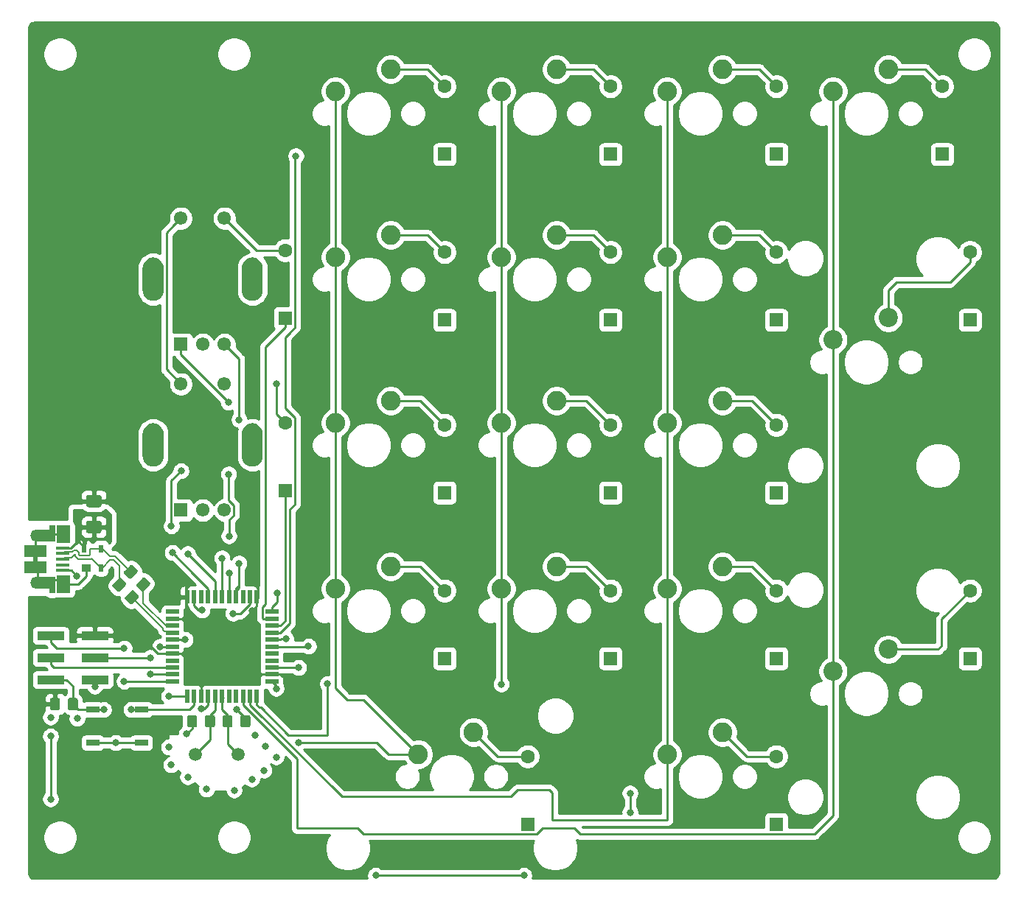
<source format=gbr>
G04 #@! TF.GenerationSoftware,KiCad,Pcbnew,(5.1.5)-3*
G04 #@! TF.CreationDate,2020-12-24T17:13:41-08:00*
G04 #@! TF.ProjectId,edge-key-seventeen,65646765-2d6b-4657-992d-736576656e74,v1.0 rev 1*
G04 #@! TF.SameCoordinates,PX7616b68PY2a640d0*
G04 #@! TF.FileFunction,Copper,L1,Top*
G04 #@! TF.FilePolarity,Positive*
%FSLAX46Y46*%
G04 Gerber Fmt 4.6, Leading zero omitted, Abs format (unit mm)*
G04 Created by KiCad (PCBNEW (5.1.5)-3) date 2020-12-24 17:13:41*
%MOMM*%
%LPD*%
G04 APERTURE LIST*
G04 #@! TA.AperFunction,ComponentPad*
%ADD10C,2.200000*%
G04 #@! TD*
G04 #@! TA.AperFunction,ComponentPad*
%ADD11C,1.600000*%
G04 #@! TD*
G04 #@! TA.AperFunction,ComponentPad*
%ADD12R,1.600000X1.600000*%
G04 #@! TD*
G04 #@! TA.AperFunction,ComponentPad*
%ADD13C,2.250000*%
G04 #@! TD*
G04 #@! TA.AperFunction,ViaPad*
%ADD14C,0.100000*%
G04 #@! TD*
G04 #@! TA.AperFunction,ViaPad*
%ADD15C,1.550000*%
G04 #@! TD*
G04 #@! TA.AperFunction,ViaPad*
%ADD16R,1.550000X1.550000*%
G04 #@! TD*
G04 #@! TA.AperFunction,SMDPad,CuDef*
%ADD17R,3.150000X1.000000*%
G04 #@! TD*
G04 #@! TA.AperFunction,SMDPad,CuDef*
%ADD18R,1.524000X0.762000*%
G04 #@! TD*
G04 #@! TA.AperFunction,SMDPad,CuDef*
%ADD19C,0.100000*%
G04 #@! TD*
G04 #@! TA.AperFunction,SMDPad,CuDef*
%ADD20R,2.500000X1.430000*%
G04 #@! TD*
G04 #@! TA.AperFunction,ComponentPad*
%ADD21O,1.700000X1.350000*%
G04 #@! TD*
G04 #@! TA.AperFunction,ComponentPad*
%ADD22O,1.500000X1.100000*%
G04 #@! TD*
G04 #@! TA.AperFunction,SMDPad,CuDef*
%ADD23R,1.650000X0.400000*%
G04 #@! TD*
G04 #@! TA.AperFunction,SMDPad,CuDef*
%ADD24R,1.500000X2.000000*%
G04 #@! TD*
G04 #@! TA.AperFunction,SMDPad,CuDef*
%ADD25R,0.700000X1.825000*%
G04 #@! TD*
G04 #@! TA.AperFunction,SMDPad,CuDef*
%ADD26R,2.000000X1.350000*%
G04 #@! TD*
G04 #@! TA.AperFunction,SMDPad,CuDef*
%ADD27R,0.600000X0.900000*%
G04 #@! TD*
G04 #@! TA.AperFunction,SMDPad,CuDef*
%ADD28R,1.000000X0.900000*%
G04 #@! TD*
G04 #@! TA.AperFunction,ComponentPad*
%ADD29C,1.500000*%
G04 #@! TD*
G04 #@! TA.AperFunction,SMDPad,CuDef*
%ADD30R,1.500000X0.550000*%
G04 #@! TD*
G04 #@! TA.AperFunction,SMDPad,CuDef*
%ADD31R,0.550000X1.500000*%
G04 #@! TD*
G04 #@! TA.AperFunction,ViaPad*
%ADD32C,0.800000*%
G04 #@! TD*
G04 #@! TA.AperFunction,Conductor*
%ADD33C,0.250000*%
G04 #@! TD*
G04 #@! TA.AperFunction,Conductor*
%ADD34C,0.200000*%
G04 #@! TD*
G04 #@! TA.AperFunction,Conductor*
%ADD35C,0.254000*%
G04 #@! TD*
G04 APERTURE END LIST*
D10*
G04 #@! TO.P,MX15,1*
G04 #@! TO.N,PD2*
X93027500Y-75247500D03*
G04 #@! TO.P,MX15,2*
G04 #@! TO.N,Net-(D16-Pad2)*
X99377500Y-72707500D03*
G04 #@! TD*
G04 #@! TO.P,MX8,1*
G04 #@! TO.N,PD2*
X93027500Y-37147500D03*
G04 #@! TO.P,MX8,2*
G04 #@! TO.N,Net-(D9-Pad2)*
X99377500Y-34607500D03*
G04 #@! TD*
D11*
G04 #@! TO.P,D28,2*
G04 #@! TO.N,Net-(D28-Pad2)*
X30099000Y-46646000D03*
D12*
G04 #@! TO.P,D28,1*
G04 #@! TO.N,PC6*
X30099000Y-54446000D03*
G04 #@! TD*
D11*
G04 #@! TO.P,D27,2*
G04 #@! TO.N,Net-(D27-Pad2)*
X30099000Y-26834000D03*
D12*
G04 #@! TO.P,D27,1*
G04 #@! TO.N,PC7*
X30099000Y-34634000D03*
G04 #@! TD*
D13*
G04 #@! TO.P,MX17,2*
G04 #@! TO.N,Net-(D18-Pad2)*
X80327500Y-82232500D03*
G04 #@! TO.P,MX17,1*
G04 #@! TO.N,PD3*
X73977500Y-84772500D03*
G04 #@! TD*
G04 #@! TO.P,MX14,2*
G04 #@! TO.N,Net-(D15-Pad2)*
X80327500Y-63182500D03*
G04 #@! TO.P,MX14,1*
G04 #@! TO.N,PD3*
X73977500Y-65722500D03*
G04 #@! TD*
G04 #@! TO.P,MX13,2*
G04 #@! TO.N,Net-(D14-Pad2)*
X61277500Y-63182500D03*
G04 #@! TO.P,MX13,1*
G04 #@! TO.N,PD5*
X54927500Y-65722500D03*
G04 #@! TD*
G04 #@! TO.P,MX12,2*
G04 #@! TO.N,Net-(D13-Pad2)*
X42227500Y-63182500D03*
G04 #@! TO.P,MX12,1*
G04 #@! TO.N,PD4*
X35877500Y-65722500D03*
G04 #@! TD*
G04 #@! TO.P,MX11,2*
G04 #@! TO.N,Net-(D12-Pad2)*
X80327500Y-44132500D03*
G04 #@! TO.P,MX11,1*
G04 #@! TO.N,PD3*
X73977500Y-46672500D03*
G04 #@! TD*
G04 #@! TO.P,MX10,2*
G04 #@! TO.N,Net-(D11-Pad2)*
X61277500Y-44132500D03*
G04 #@! TO.P,MX10,1*
G04 #@! TO.N,PD5*
X54927500Y-46672500D03*
G04 #@! TD*
G04 #@! TO.P,MX9,2*
G04 #@! TO.N,Net-(D10-Pad2)*
X42227500Y-44132500D03*
G04 #@! TO.P,MX9,1*
G04 #@! TO.N,PD4*
X35877500Y-46672500D03*
G04 #@! TD*
G04 #@! TA.AperFunction,ViaPad*
D14*
G04 #@! TO.N,N/C*
G04 #@! TO.C,SW2*
G36*
X26455122Y-27668278D02*
G01*
X26571609Y-27685558D01*
X26685843Y-27714172D01*
X26796721Y-27753845D01*
X26903177Y-27804194D01*
X27004185Y-27864736D01*
X27098773Y-27934887D01*
X27186029Y-28013972D01*
X27265114Y-28101228D01*
X27335265Y-28195816D01*
X27395807Y-28296824D01*
X27446156Y-28403280D01*
X27485829Y-28514158D01*
X27514443Y-28628392D01*
X27531723Y-28744879D01*
X27537501Y-28862500D01*
X27537501Y-31462500D01*
X27531723Y-31580121D01*
X27514443Y-31696608D01*
X27485829Y-31810842D01*
X27446156Y-31921720D01*
X27395807Y-32028176D01*
X27335265Y-32129184D01*
X27265114Y-32223772D01*
X27186029Y-32311028D01*
X27098773Y-32390113D01*
X27004185Y-32460264D01*
X26903177Y-32520806D01*
X26796721Y-32571155D01*
X26685843Y-32610828D01*
X26571609Y-32639442D01*
X26455122Y-32656722D01*
X26337501Y-32662500D01*
X26337499Y-32662500D01*
X26219878Y-32656722D01*
X26103391Y-32639442D01*
X25989157Y-32610828D01*
X25878279Y-32571155D01*
X25771823Y-32520806D01*
X25670815Y-32460264D01*
X25576227Y-32390113D01*
X25488971Y-32311028D01*
X25409886Y-32223772D01*
X25339735Y-32129184D01*
X25279193Y-32028176D01*
X25228844Y-31921720D01*
X25189171Y-31810842D01*
X25160557Y-31696608D01*
X25143277Y-31580121D01*
X25137499Y-31462500D01*
X25137499Y-28862500D01*
X25143277Y-28744879D01*
X25160557Y-28628392D01*
X25189171Y-28514158D01*
X25228844Y-28403280D01*
X25279193Y-28296824D01*
X25339735Y-28195816D01*
X25409886Y-28101228D01*
X25488971Y-28013972D01*
X25576227Y-27934887D01*
X25670815Y-27864736D01*
X25771823Y-27804194D01*
X25878279Y-27753845D01*
X25989157Y-27714172D01*
X26103391Y-27685558D01*
X26219878Y-27668278D01*
X26337499Y-27662500D01*
X26337501Y-27662500D01*
X26455122Y-27668278D01*
G37*
G04 #@! TD.AperFunction*
G04 #@! TA.AperFunction,ViaPad*
G36*
X15055122Y-27668278D02*
G01*
X15171609Y-27685558D01*
X15285843Y-27714172D01*
X15396721Y-27753845D01*
X15503177Y-27804194D01*
X15604185Y-27864736D01*
X15698773Y-27934887D01*
X15786029Y-28013972D01*
X15865114Y-28101228D01*
X15935265Y-28195816D01*
X15995807Y-28296824D01*
X16046156Y-28403280D01*
X16085829Y-28514158D01*
X16114443Y-28628392D01*
X16131723Y-28744879D01*
X16137501Y-28862500D01*
X16137501Y-31462500D01*
X16131723Y-31580121D01*
X16114443Y-31696608D01*
X16085829Y-31810842D01*
X16046156Y-31921720D01*
X15995807Y-32028176D01*
X15935265Y-32129184D01*
X15865114Y-32223772D01*
X15786029Y-32311028D01*
X15698773Y-32390113D01*
X15604185Y-32460264D01*
X15503177Y-32520806D01*
X15396721Y-32571155D01*
X15285843Y-32610828D01*
X15171609Y-32639442D01*
X15055122Y-32656722D01*
X14937501Y-32662500D01*
X14937499Y-32662500D01*
X14819878Y-32656722D01*
X14703391Y-32639442D01*
X14589157Y-32610828D01*
X14478279Y-32571155D01*
X14371823Y-32520806D01*
X14270815Y-32460264D01*
X14176227Y-32390113D01*
X14088971Y-32311028D01*
X14009886Y-32223772D01*
X13939735Y-32129184D01*
X13879193Y-32028176D01*
X13828844Y-31921720D01*
X13789171Y-31810842D01*
X13760557Y-31696608D01*
X13743277Y-31580121D01*
X13737499Y-31462500D01*
X13737499Y-28862500D01*
X13743277Y-28744879D01*
X13760557Y-28628392D01*
X13789171Y-28514158D01*
X13828844Y-28403280D01*
X13879193Y-28296824D01*
X13939735Y-28195816D01*
X14009886Y-28101228D01*
X14088971Y-28013972D01*
X14176227Y-27934887D01*
X14270815Y-27864736D01*
X14371823Y-27804194D01*
X14478279Y-27753845D01*
X14589157Y-27714172D01*
X14703391Y-27685558D01*
X14819878Y-27668278D01*
X14937499Y-27662500D01*
X14937501Y-27662500D01*
X15055122Y-27668278D01*
G37*
G04 #@! TD.AperFunction*
D15*
G04 #@! TO.N,GND*
X20637500Y-37662500D03*
G04 #@! TO.N,PF6*
X23137500Y-37662500D03*
D16*
G04 #@! TO.N,PF5*
X18137500Y-37662500D03*
D15*
G04 #@! TO.N,Net-(D27-Pad2)*
X23137500Y-23162500D03*
G04 #@! TO.N,PF0*
X18137500Y-23162500D03*
G04 #@! TD*
D13*
G04 #@! TO.P,MX16,2*
G04 #@! TO.N,Net-(D17-Pad2)*
X51752500Y-82232500D03*
G04 #@! TO.P,MX16,1*
G04 #@! TO.N,PD4*
X45402500Y-84772500D03*
G04 #@! TD*
G04 #@! TO.P,MX7,2*
G04 #@! TO.N,Net-(D7-Pad2)*
X80327500Y-25082500D03*
G04 #@! TO.P,MX7,1*
G04 #@! TO.N,PD3*
X73977500Y-27622500D03*
G04 #@! TD*
G04 #@! TO.P,MX6,2*
G04 #@! TO.N,Net-(D6-Pad2)*
X61277500Y-25082500D03*
G04 #@! TO.P,MX6,1*
G04 #@! TO.N,PD5*
X54927500Y-27622500D03*
G04 #@! TD*
G04 #@! TO.P,MX5,2*
G04 #@! TO.N,Net-(D5-Pad2)*
X42227500Y-25082500D03*
G04 #@! TO.P,MX5,1*
G04 #@! TO.N,PD4*
X35877500Y-27622500D03*
G04 #@! TD*
G04 #@! TO.P,MX4,2*
G04 #@! TO.N,Net-(D4-Pad2)*
X99377500Y-6032500D03*
G04 #@! TO.P,MX4,1*
G04 #@! TO.N,PD2*
X93027500Y-8572500D03*
G04 #@! TD*
G04 #@! TO.P,MX3,2*
G04 #@! TO.N,Net-(D3-Pad2)*
X80327500Y-6032500D03*
G04 #@! TO.P,MX3,1*
G04 #@! TO.N,PD3*
X73977500Y-8572500D03*
G04 #@! TD*
G04 #@! TO.P,MX2,2*
G04 #@! TO.N,Net-(D2-Pad2)*
X61277500Y-6032500D03*
G04 #@! TO.P,MX2,1*
G04 #@! TO.N,PD5*
X54927500Y-8572500D03*
G04 #@! TD*
G04 #@! TO.P,MX1,2*
G04 #@! TO.N,Net-(D1-Pad2)*
X42227500Y-6032500D03*
G04 #@! TO.P,MX1,1*
G04 #@! TO.N,PD4*
X35877500Y-8572500D03*
G04 #@! TD*
G04 #@! TA.AperFunction,ViaPad*
D14*
G04 #@! TO.N,N/C*
G04 #@! TO.C,SW1*
G36*
X26455122Y-46718278D02*
G01*
X26571609Y-46735558D01*
X26685843Y-46764172D01*
X26796721Y-46803845D01*
X26903177Y-46854194D01*
X27004185Y-46914736D01*
X27098773Y-46984887D01*
X27186029Y-47063972D01*
X27265114Y-47151228D01*
X27335265Y-47245816D01*
X27395807Y-47346824D01*
X27446156Y-47453280D01*
X27485829Y-47564158D01*
X27514443Y-47678392D01*
X27531723Y-47794879D01*
X27537501Y-47912500D01*
X27537501Y-50512500D01*
X27531723Y-50630121D01*
X27514443Y-50746608D01*
X27485829Y-50860842D01*
X27446156Y-50971720D01*
X27395807Y-51078176D01*
X27335265Y-51179184D01*
X27265114Y-51273772D01*
X27186029Y-51361028D01*
X27098773Y-51440113D01*
X27004185Y-51510264D01*
X26903177Y-51570806D01*
X26796721Y-51621155D01*
X26685843Y-51660828D01*
X26571609Y-51689442D01*
X26455122Y-51706722D01*
X26337501Y-51712500D01*
X26337499Y-51712500D01*
X26219878Y-51706722D01*
X26103391Y-51689442D01*
X25989157Y-51660828D01*
X25878279Y-51621155D01*
X25771823Y-51570806D01*
X25670815Y-51510264D01*
X25576227Y-51440113D01*
X25488971Y-51361028D01*
X25409886Y-51273772D01*
X25339735Y-51179184D01*
X25279193Y-51078176D01*
X25228844Y-50971720D01*
X25189171Y-50860842D01*
X25160557Y-50746608D01*
X25143277Y-50630121D01*
X25137499Y-50512500D01*
X25137499Y-47912500D01*
X25143277Y-47794879D01*
X25160557Y-47678392D01*
X25189171Y-47564158D01*
X25228844Y-47453280D01*
X25279193Y-47346824D01*
X25339735Y-47245816D01*
X25409886Y-47151228D01*
X25488971Y-47063972D01*
X25576227Y-46984887D01*
X25670815Y-46914736D01*
X25771823Y-46854194D01*
X25878279Y-46803845D01*
X25989157Y-46764172D01*
X26103391Y-46735558D01*
X26219878Y-46718278D01*
X26337499Y-46712500D01*
X26337501Y-46712500D01*
X26455122Y-46718278D01*
G37*
G04 #@! TD.AperFunction*
G04 #@! TA.AperFunction,ViaPad*
G36*
X15055122Y-46718278D02*
G01*
X15171609Y-46735558D01*
X15285843Y-46764172D01*
X15396721Y-46803845D01*
X15503177Y-46854194D01*
X15604185Y-46914736D01*
X15698773Y-46984887D01*
X15786029Y-47063972D01*
X15865114Y-47151228D01*
X15935265Y-47245816D01*
X15995807Y-47346824D01*
X16046156Y-47453280D01*
X16085829Y-47564158D01*
X16114443Y-47678392D01*
X16131723Y-47794879D01*
X16137501Y-47912500D01*
X16137501Y-50512500D01*
X16131723Y-50630121D01*
X16114443Y-50746608D01*
X16085829Y-50860842D01*
X16046156Y-50971720D01*
X15995807Y-51078176D01*
X15935265Y-51179184D01*
X15865114Y-51273772D01*
X15786029Y-51361028D01*
X15698773Y-51440113D01*
X15604185Y-51510264D01*
X15503177Y-51570806D01*
X15396721Y-51621155D01*
X15285843Y-51660828D01*
X15171609Y-51689442D01*
X15055122Y-51706722D01*
X14937501Y-51712500D01*
X14937499Y-51712500D01*
X14819878Y-51706722D01*
X14703391Y-51689442D01*
X14589157Y-51660828D01*
X14478279Y-51621155D01*
X14371823Y-51570806D01*
X14270815Y-51510264D01*
X14176227Y-51440113D01*
X14088971Y-51361028D01*
X14009886Y-51273772D01*
X13939735Y-51179184D01*
X13879193Y-51078176D01*
X13828844Y-50971720D01*
X13789171Y-50860842D01*
X13760557Y-50746608D01*
X13743277Y-50630121D01*
X13737499Y-50512500D01*
X13737499Y-47912500D01*
X13743277Y-47794879D01*
X13760557Y-47678392D01*
X13789171Y-47564158D01*
X13828844Y-47453280D01*
X13879193Y-47346824D01*
X13939735Y-47245816D01*
X14009886Y-47151228D01*
X14088971Y-47063972D01*
X14176227Y-46984887D01*
X14270815Y-46914736D01*
X14371823Y-46854194D01*
X14478279Y-46803845D01*
X14589157Y-46764172D01*
X14703391Y-46735558D01*
X14819878Y-46718278D01*
X14937499Y-46712500D01*
X14937501Y-46712500D01*
X15055122Y-46718278D01*
G37*
G04 #@! TD.AperFunction*
D15*
G04 #@! TO.N,GND*
X20637500Y-56712500D03*
G04 #@! TO.N,PF4*
X23137500Y-56712500D03*
D16*
G04 #@! TO.N,PF1*
X18137500Y-56712500D03*
D15*
G04 #@! TO.N,Net-(D28-Pad2)*
X23137500Y-42212500D03*
G04 #@! TO.N,PF0*
X18137500Y-42212500D03*
G04 #@! TD*
D17*
G04 #@! TO.P,J2,6*
G04 #@! TO.N,GND*
X8240000Y-76200000D03*
G04 #@! TO.P,J2,5*
G04 #@! TO.N,~RESET*
X3190000Y-76200000D03*
G04 #@! TO.P,J2,4*
G04 #@! TO.N,PB2*
X8240000Y-73660000D03*
G04 #@! TO.P,J2,3*
G04 #@! TO.N,PB1*
X3190000Y-73660000D03*
G04 #@! TO.P,J2,2*
G04 #@! TO.N,VCC*
X8240000Y-71120000D03*
G04 #@! TO.P,J2,1*
G04 #@! TO.N,PB3*
X3190000Y-71120000D03*
G04 #@! TD*
D12*
G04 #@! TO.P,D18,1*
G04 #@! TO.N,PB4*
X86518750Y-92800000D03*
D11*
G04 #@! TO.P,D18,2*
G04 #@! TO.N,Net-(D18-Pad2)*
X86518750Y-85000000D03*
G04 #@! TD*
G04 #@! TO.P,D17,2*
G04 #@! TO.N,Net-(D17-Pad2)*
X57943750Y-85000000D03*
D12*
G04 #@! TO.P,D17,1*
G04 #@! TO.N,PB4*
X57943750Y-92800000D03*
G04 #@! TD*
D11*
G04 #@! TO.P,D16,2*
G04 #@! TO.N,Net-(D16-Pad2)*
X108743750Y-65950000D03*
D12*
G04 #@! TO.P,D16,1*
G04 #@! TO.N,PB5*
X108743750Y-73750000D03*
G04 #@! TD*
D11*
G04 #@! TO.P,D15,2*
G04 #@! TO.N,Net-(D15-Pad2)*
X86518750Y-65950000D03*
D12*
G04 #@! TO.P,D15,1*
G04 #@! TO.N,PB5*
X86518750Y-73750000D03*
G04 #@! TD*
D11*
G04 #@! TO.P,D14,2*
G04 #@! TO.N,Net-(D14-Pad2)*
X67468750Y-65950000D03*
D12*
G04 #@! TO.P,D14,1*
G04 #@! TO.N,PB5*
X67468750Y-73750000D03*
G04 #@! TD*
D11*
G04 #@! TO.P,D13,2*
G04 #@! TO.N,Net-(D13-Pad2)*
X48418750Y-65950000D03*
D12*
G04 #@! TO.P,D13,1*
G04 #@! TO.N,PB5*
X48418750Y-73750000D03*
G04 #@! TD*
D11*
G04 #@! TO.P,D12,2*
G04 #@! TO.N,Net-(D12-Pad2)*
X86518750Y-46900000D03*
D12*
G04 #@! TO.P,D12,1*
G04 #@! TO.N,PC6*
X86518750Y-54700000D03*
G04 #@! TD*
D11*
G04 #@! TO.P,D11,2*
G04 #@! TO.N,Net-(D11-Pad2)*
X67468750Y-46900000D03*
D12*
G04 #@! TO.P,D11,1*
G04 #@! TO.N,PC6*
X67468750Y-54700000D03*
G04 #@! TD*
D11*
G04 #@! TO.P,D10,2*
G04 #@! TO.N,Net-(D10-Pad2)*
X48418750Y-46900000D03*
D12*
G04 #@! TO.P,D10,1*
G04 #@! TO.N,PC6*
X48418750Y-54700000D03*
G04 #@! TD*
G04 #@! TO.P,D9,1*
G04 #@! TO.N,PC7*
X108743750Y-34856250D03*
D11*
G04 #@! TO.P,D9,2*
G04 #@! TO.N,Net-(D9-Pad2)*
X108743750Y-27056250D03*
G04 #@! TD*
G04 #@! TO.P,D7,2*
G04 #@! TO.N,Net-(D7-Pad2)*
X86518750Y-27056250D03*
D12*
G04 #@! TO.P,D7,1*
G04 #@! TO.N,PC7*
X86518750Y-34856250D03*
G04 #@! TD*
D11*
G04 #@! TO.P,D6,2*
G04 #@! TO.N,Net-(D6-Pad2)*
X67468750Y-27056250D03*
D12*
G04 #@! TO.P,D6,1*
G04 #@! TO.N,PC7*
X67468750Y-34856250D03*
G04 #@! TD*
D11*
G04 #@! TO.P,D5,2*
G04 #@! TO.N,Net-(D5-Pad2)*
X48418750Y-27056250D03*
D12*
G04 #@! TO.P,D5,1*
G04 #@! TO.N,PC7*
X48418750Y-34856250D03*
G04 #@! TD*
D11*
G04 #@! TO.P,D4,2*
G04 #@! TO.N,Net-(D4-Pad2)*
X105568750Y-8006250D03*
D12*
G04 #@! TO.P,D4,1*
G04 #@! TO.N,PB6*
X105568750Y-15806250D03*
G04 #@! TD*
D11*
G04 #@! TO.P,D3,2*
G04 #@! TO.N,Net-(D3-Pad2)*
X86518750Y-8006250D03*
D12*
G04 #@! TO.P,D3,1*
G04 #@! TO.N,PB6*
X86518750Y-15806250D03*
G04 #@! TD*
D11*
G04 #@! TO.P,D2,2*
G04 #@! TO.N,Net-(D2-Pad2)*
X67468750Y-8006250D03*
D12*
G04 #@! TO.P,D2,1*
G04 #@! TO.N,PB6*
X67468750Y-15806250D03*
G04 #@! TD*
D11*
G04 #@! TO.P,D1,2*
G04 #@! TO.N,Net-(D1-Pad2)*
X48418750Y-8006250D03*
D12*
G04 #@! TO.P,D1,1*
G04 #@! TO.N,PB6*
X48418750Y-15806250D03*
G04 #@! TD*
D18*
G04 #@! TO.P,S1,4*
G04 #@! TO.N,GND*
X13589000Y-83439000D03*
G04 #@! TO.P,S1,3*
X8001000Y-83439000D03*
G04 #@! TO.P,S1,2*
G04 #@! TO.N,~RESET*
X13589000Y-79629000D03*
G04 #@! TO.P,S1,1*
X8001000Y-79629000D03*
G04 #@! TD*
G04 #@! TA.AperFunction,SMDPad,CuDef*
D19*
G04 #@! TO.P,R4,1*
G04 #@! TO.N,~RESET*
G36*
X6073505Y-78295204D02*
G01*
X6097773Y-78298804D01*
X6121572Y-78304765D01*
X6144671Y-78313030D01*
X6166850Y-78323520D01*
X6187893Y-78336132D01*
X6207599Y-78350747D01*
X6225777Y-78367223D01*
X6242253Y-78385401D01*
X6256868Y-78405107D01*
X6269480Y-78426150D01*
X6279970Y-78448329D01*
X6288235Y-78471428D01*
X6294196Y-78495227D01*
X6297796Y-78519495D01*
X6299000Y-78543999D01*
X6299000Y-79444001D01*
X6297796Y-79468505D01*
X6294196Y-79492773D01*
X6288235Y-79516572D01*
X6279970Y-79539671D01*
X6269480Y-79561850D01*
X6256868Y-79582893D01*
X6242253Y-79602599D01*
X6225777Y-79620777D01*
X6207599Y-79637253D01*
X6187893Y-79651868D01*
X6166850Y-79664480D01*
X6144671Y-79674970D01*
X6121572Y-79683235D01*
X6097773Y-79689196D01*
X6073505Y-79692796D01*
X6049001Y-79694000D01*
X5398999Y-79694000D01*
X5374495Y-79692796D01*
X5350227Y-79689196D01*
X5326428Y-79683235D01*
X5303329Y-79674970D01*
X5281150Y-79664480D01*
X5260107Y-79651868D01*
X5240401Y-79637253D01*
X5222223Y-79620777D01*
X5205747Y-79602599D01*
X5191132Y-79582893D01*
X5178520Y-79561850D01*
X5168030Y-79539671D01*
X5159765Y-79516572D01*
X5153804Y-79492773D01*
X5150204Y-79468505D01*
X5149000Y-79444001D01*
X5149000Y-78543999D01*
X5150204Y-78519495D01*
X5153804Y-78495227D01*
X5159765Y-78471428D01*
X5168030Y-78448329D01*
X5178520Y-78426150D01*
X5191132Y-78405107D01*
X5205747Y-78385401D01*
X5222223Y-78367223D01*
X5240401Y-78350747D01*
X5260107Y-78336132D01*
X5281150Y-78323520D01*
X5303329Y-78313030D01*
X5326428Y-78304765D01*
X5350227Y-78298804D01*
X5374495Y-78295204D01*
X5398999Y-78294000D01*
X6049001Y-78294000D01*
X6073505Y-78295204D01*
G37*
G04 #@! TD.AperFunction*
G04 #@! TA.AperFunction,SMDPad,CuDef*
G04 #@! TO.P,R4,2*
G04 #@! TO.N,VCC*
G36*
X4023505Y-78295204D02*
G01*
X4047773Y-78298804D01*
X4071572Y-78304765D01*
X4094671Y-78313030D01*
X4116850Y-78323520D01*
X4137893Y-78336132D01*
X4157599Y-78350747D01*
X4175777Y-78367223D01*
X4192253Y-78385401D01*
X4206868Y-78405107D01*
X4219480Y-78426150D01*
X4229970Y-78448329D01*
X4238235Y-78471428D01*
X4244196Y-78495227D01*
X4247796Y-78519495D01*
X4249000Y-78543999D01*
X4249000Y-79444001D01*
X4247796Y-79468505D01*
X4244196Y-79492773D01*
X4238235Y-79516572D01*
X4229970Y-79539671D01*
X4219480Y-79561850D01*
X4206868Y-79582893D01*
X4192253Y-79602599D01*
X4175777Y-79620777D01*
X4157599Y-79637253D01*
X4137893Y-79651868D01*
X4116850Y-79664480D01*
X4094671Y-79674970D01*
X4071572Y-79683235D01*
X4047773Y-79689196D01*
X4023505Y-79692796D01*
X3999001Y-79694000D01*
X3348999Y-79694000D01*
X3324495Y-79692796D01*
X3300227Y-79689196D01*
X3276428Y-79683235D01*
X3253329Y-79674970D01*
X3231150Y-79664480D01*
X3210107Y-79651868D01*
X3190401Y-79637253D01*
X3172223Y-79620777D01*
X3155747Y-79602599D01*
X3141132Y-79582893D01*
X3128520Y-79561850D01*
X3118030Y-79539671D01*
X3109765Y-79516572D01*
X3103804Y-79492773D01*
X3100204Y-79468505D01*
X3099000Y-79444001D01*
X3099000Y-78543999D01*
X3100204Y-78519495D01*
X3103804Y-78495227D01*
X3109765Y-78471428D01*
X3118030Y-78448329D01*
X3128520Y-78426150D01*
X3141132Y-78405107D01*
X3155747Y-78385401D01*
X3172223Y-78367223D01*
X3190401Y-78350747D01*
X3210107Y-78336132D01*
X3231150Y-78323520D01*
X3253329Y-78313030D01*
X3276428Y-78304765D01*
X3300227Y-78298804D01*
X3324495Y-78295204D01*
X3348999Y-78294000D01*
X3999001Y-78294000D01*
X4023505Y-78295204D01*
G37*
G04 #@! TD.AperFunction*
G04 #@! TD*
D20*
G04 #@! TO.P,J1,6*
G04 #@! TO.N,Net-(C10-Pad1)*
X1409000Y-63292000D03*
X1409000Y-61372000D03*
D21*
X1679000Y-65062000D03*
X1679000Y-59602000D03*
D22*
X4679000Y-64752000D03*
X4679000Y-59912000D03*
D23*
G04 #@! TO.P,J1,5*
G04 #@! TO.N,GND*
X4559000Y-63632000D03*
G04 #@! TO.P,J1,4*
G04 #@! TO.N,N/C*
X4559000Y-62982000D03*
G04 #@! TO.P,J1,3*
G04 #@! TO.N,/D+*
X4559000Y-62332000D03*
G04 #@! TO.P,J1,2*
G04 #@! TO.N,/D-*
X4559000Y-61682000D03*
G04 #@! TO.P,J1,1*
G04 #@! TO.N,/VUSB*
X4559000Y-61032000D03*
D24*
G04 #@! TO.P,J1,6*
G04 #@! TO.N,Net-(C10-Pad1)*
X4679000Y-65232000D03*
X4659000Y-59482000D03*
D25*
X3359000Y-65332000D03*
X3359000Y-59382000D03*
D26*
X2609000Y-59602000D03*
X2609000Y-65082000D03*
G04 #@! TD*
D27*
G04 #@! TO.P,D8,2*
G04 #@! TO.N,/D+*
X8951000Y-63330000D03*
G04 #@! TO.P,D8,4*
G04 #@! TO.N,/VUSB*
X7051000Y-61130000D03*
G04 #@! TO.P,D8,3*
G04 #@! TO.N,/D-*
X8951000Y-61130000D03*
D28*
G04 #@! TO.P,D8,1*
G04 #@! TO.N,Net-(C10-Pad1)*
X7251000Y-63330000D03*
G04 #@! TD*
G04 #@! TA.AperFunction,SMDPad,CuDef*
D19*
G04 #@! TO.P,F1,1*
G04 #@! TO.N,VCC*
G36*
X8777504Y-54951204D02*
G01*
X8801773Y-54954804D01*
X8825571Y-54960765D01*
X8848671Y-54969030D01*
X8870849Y-54979520D01*
X8891893Y-54992133D01*
X8911598Y-55006747D01*
X8929777Y-55023223D01*
X8946253Y-55041402D01*
X8960867Y-55061107D01*
X8973480Y-55082151D01*
X8983970Y-55104329D01*
X8992235Y-55127429D01*
X8998196Y-55151227D01*
X9001796Y-55175496D01*
X9003000Y-55200000D01*
X9003000Y-56125000D01*
X9001796Y-56149504D01*
X8998196Y-56173773D01*
X8992235Y-56197571D01*
X8983970Y-56220671D01*
X8973480Y-56242849D01*
X8960867Y-56263893D01*
X8946253Y-56283598D01*
X8929777Y-56301777D01*
X8911598Y-56318253D01*
X8891893Y-56332867D01*
X8870849Y-56345480D01*
X8848671Y-56355970D01*
X8825571Y-56364235D01*
X8801773Y-56370196D01*
X8777504Y-56373796D01*
X8753000Y-56375000D01*
X7503000Y-56375000D01*
X7478496Y-56373796D01*
X7454227Y-56370196D01*
X7430429Y-56364235D01*
X7407329Y-56355970D01*
X7385151Y-56345480D01*
X7364107Y-56332867D01*
X7344402Y-56318253D01*
X7326223Y-56301777D01*
X7309747Y-56283598D01*
X7295133Y-56263893D01*
X7282520Y-56242849D01*
X7272030Y-56220671D01*
X7263765Y-56197571D01*
X7257804Y-56173773D01*
X7254204Y-56149504D01*
X7253000Y-56125000D01*
X7253000Y-55200000D01*
X7254204Y-55175496D01*
X7257804Y-55151227D01*
X7263765Y-55127429D01*
X7272030Y-55104329D01*
X7282520Y-55082151D01*
X7295133Y-55061107D01*
X7309747Y-55041402D01*
X7326223Y-55023223D01*
X7344402Y-55006747D01*
X7364107Y-54992133D01*
X7385151Y-54979520D01*
X7407329Y-54969030D01*
X7430429Y-54960765D01*
X7454227Y-54954804D01*
X7478496Y-54951204D01*
X7503000Y-54950000D01*
X8753000Y-54950000D01*
X8777504Y-54951204D01*
G37*
G04 #@! TD.AperFunction*
G04 #@! TA.AperFunction,SMDPad,CuDef*
G04 #@! TO.P,F1,2*
G04 #@! TO.N,/VUSB*
G36*
X8777504Y-57926204D02*
G01*
X8801773Y-57929804D01*
X8825571Y-57935765D01*
X8848671Y-57944030D01*
X8870849Y-57954520D01*
X8891893Y-57967133D01*
X8911598Y-57981747D01*
X8929777Y-57998223D01*
X8946253Y-58016402D01*
X8960867Y-58036107D01*
X8973480Y-58057151D01*
X8983970Y-58079329D01*
X8992235Y-58102429D01*
X8998196Y-58126227D01*
X9001796Y-58150496D01*
X9003000Y-58175000D01*
X9003000Y-59100000D01*
X9001796Y-59124504D01*
X8998196Y-59148773D01*
X8992235Y-59172571D01*
X8983970Y-59195671D01*
X8973480Y-59217849D01*
X8960867Y-59238893D01*
X8946253Y-59258598D01*
X8929777Y-59276777D01*
X8911598Y-59293253D01*
X8891893Y-59307867D01*
X8870849Y-59320480D01*
X8848671Y-59330970D01*
X8825571Y-59339235D01*
X8801773Y-59345196D01*
X8777504Y-59348796D01*
X8753000Y-59350000D01*
X7503000Y-59350000D01*
X7478496Y-59348796D01*
X7454227Y-59345196D01*
X7430429Y-59339235D01*
X7407329Y-59330970D01*
X7385151Y-59320480D01*
X7364107Y-59307867D01*
X7344402Y-59293253D01*
X7326223Y-59276777D01*
X7309747Y-59258598D01*
X7295133Y-59238893D01*
X7282520Y-59217849D01*
X7272030Y-59195671D01*
X7263765Y-59172571D01*
X7257804Y-59148773D01*
X7254204Y-59124504D01*
X7253000Y-59100000D01*
X7253000Y-58175000D01*
X7254204Y-58150496D01*
X7257804Y-58126227D01*
X7263765Y-58102429D01*
X7272030Y-58079329D01*
X7282520Y-58057151D01*
X7295133Y-58036107D01*
X7309747Y-58016402D01*
X7326223Y-57998223D01*
X7344402Y-57981747D01*
X7364107Y-57967133D01*
X7385151Y-57954520D01*
X7407329Y-57944030D01*
X7430429Y-57935765D01*
X7454227Y-57929804D01*
X7478496Y-57926204D01*
X7503000Y-57925000D01*
X8753000Y-57925000D01*
X8777504Y-57926204D01*
G37*
G04 #@! TD.AperFunction*
G04 #@! TD*
D29*
G04 #@! TO.P,Y1,1*
G04 #@! TO.N,OSC1*
X19812000Y-84772500D03*
G04 #@! TO.P,Y1,2*
G04 #@! TO.N,OSC2*
X24692000Y-84772500D03*
G04 #@! TD*
D30*
G04 #@! TO.P,U1,1*
G04 #@! TO.N,N/C*
X17160000Y-68390000D03*
G04 #@! TO.P,U1,2*
G04 #@! TO.N,VCC*
X17160000Y-69190000D03*
G04 #@! TO.P,U1,3*
G04 #@! TO.N,/ID-*
X17160000Y-69990000D03*
G04 #@! TO.P,U1,4*
G04 #@! TO.N,/ID+*
X17160000Y-70790000D03*
G04 #@! TO.P,U1,5*
G04 #@! TO.N,GND*
X17160000Y-71590000D03*
G04 #@! TO.P,U1,6*
G04 #@! TO.N,Net-(C4-Pad2)*
X17160000Y-72390000D03*
G04 #@! TO.P,U1,7*
G04 #@! TO.N,VCC*
X17160000Y-73190000D03*
G04 #@! TO.P,U1,8*
G04 #@! TO.N,N/C*
X17160000Y-73990000D03*
G04 #@! TO.P,U1,9*
G04 #@! TO.N,PB1*
X17160000Y-74790000D03*
G04 #@! TO.P,U1,10*
G04 #@! TO.N,PB2*
X17160000Y-75590000D03*
G04 #@! TO.P,U1,11*
G04 #@! TO.N,PB3*
X17160000Y-76390000D03*
D31*
G04 #@! TO.P,U1,12*
G04 #@! TO.N,PB7*
X18860000Y-78090000D03*
G04 #@! TO.P,U1,13*
G04 #@! TO.N,~RESET*
X19660000Y-78090000D03*
G04 #@! TO.P,U1,14*
G04 #@! TO.N,VCC*
X20460000Y-78090000D03*
G04 #@! TO.P,U1,15*
G04 #@! TO.N,GND*
X21260000Y-78090000D03*
G04 #@! TO.P,U1,16*
G04 #@! TO.N,OSC1*
X22060000Y-78090000D03*
G04 #@! TO.P,U1,17*
G04 #@! TO.N,OSC2*
X22860000Y-78090000D03*
G04 #@! TO.P,U1,18*
G04 #@! TO.N,N/C*
X23660000Y-78090000D03*
G04 #@! TO.P,U1,19*
X24460000Y-78090000D03*
G04 #@! TO.P,U1,20*
G04 #@! TO.N,PD2*
X25260000Y-78090000D03*
G04 #@! TO.P,U1,21*
G04 #@! TO.N,PD3*
X26060000Y-78090000D03*
G04 #@! TO.P,U1,22*
G04 #@! TO.N,PD5*
X26860000Y-78090000D03*
D30*
G04 #@! TO.P,U1,23*
G04 #@! TO.N,GND*
X28560000Y-76390000D03*
G04 #@! TO.P,U1,24*
G04 #@! TO.N,VCC*
X28560000Y-75590000D03*
G04 #@! TO.P,U1,25*
G04 #@! TO.N,PD4*
X28560000Y-74790000D03*
G04 #@! TO.P,U1,26*
G04 #@! TO.N,N/C*
X28560000Y-73990000D03*
G04 #@! TO.P,U1,27*
X28560000Y-73190000D03*
G04 #@! TO.P,U1,28*
G04 #@! TO.N,PB4*
X28560000Y-72390000D03*
G04 #@! TO.P,U1,29*
G04 #@! TO.N,PB5*
X28560000Y-71590000D03*
G04 #@! TO.P,U1,30*
G04 #@! TO.N,PB6*
X28560000Y-70790000D03*
G04 #@! TO.P,U1,31*
G04 #@! TO.N,PC6*
X28560000Y-69990000D03*
G04 #@! TO.P,U1,32*
G04 #@! TO.N,PC7*
X28560000Y-69190000D03*
G04 #@! TO.P,U1,33*
G04 #@! TO.N,Net-(R5-Pad2)*
X28560000Y-68390000D03*
D31*
G04 #@! TO.P,U1,34*
G04 #@! TO.N,VCC*
X26860000Y-66690000D03*
G04 #@! TO.P,U1,35*
G04 #@! TO.N,GND*
X26060000Y-66690000D03*
G04 #@! TO.P,U1,36*
G04 #@! TO.N,N/C*
X25260000Y-66690000D03*
G04 #@! TO.P,U1,37*
G04 #@! TO.N,PF6*
X24460000Y-66690000D03*
G04 #@! TO.P,U1,38*
G04 #@! TO.N,PF5*
X23660000Y-66690000D03*
G04 #@! TO.P,U1,39*
G04 #@! TO.N,PF4*
X22860000Y-66690000D03*
G04 #@! TO.P,U1,40*
G04 #@! TO.N,PF1*
X22060000Y-66690000D03*
G04 #@! TO.P,U1,41*
G04 #@! TO.N,PF0*
X21260000Y-66690000D03*
G04 #@! TO.P,U1,42*
G04 #@! TO.N,N/C*
X20460000Y-66690000D03*
G04 #@! TO.P,U1,43*
G04 #@! TO.N,GND*
X19660000Y-66690000D03*
G04 #@! TO.P,U1,44*
G04 #@! TO.N,VCC*
X18860000Y-66690000D03*
G04 #@! TD*
G04 #@! TA.AperFunction,SMDPad,CuDef*
D19*
G04 #@! TO.P,R3,1*
G04 #@! TO.N,/D-*
G36*
X12469108Y-62994412D02*
G01*
X12493376Y-62998012D01*
X12517175Y-63003973D01*
X12540274Y-63012238D01*
X12562453Y-63022728D01*
X12583496Y-63035340D01*
X12603202Y-63049955D01*
X12621380Y-63066431D01*
X13081001Y-63526052D01*
X13097477Y-63544230D01*
X13112092Y-63563936D01*
X13124704Y-63584979D01*
X13135194Y-63607158D01*
X13143459Y-63630257D01*
X13149420Y-63654056D01*
X13153020Y-63678324D01*
X13154224Y-63702828D01*
X13153020Y-63727332D01*
X13149420Y-63751600D01*
X13143459Y-63775399D01*
X13135194Y-63798498D01*
X13124704Y-63820677D01*
X13112092Y-63841720D01*
X13097477Y-63861426D01*
X13081001Y-63879604D01*
X12444604Y-64516001D01*
X12426426Y-64532477D01*
X12406720Y-64547092D01*
X12385677Y-64559704D01*
X12363498Y-64570194D01*
X12340399Y-64578459D01*
X12316600Y-64584420D01*
X12292332Y-64588020D01*
X12267828Y-64589224D01*
X12243324Y-64588020D01*
X12219056Y-64584420D01*
X12195257Y-64578459D01*
X12172158Y-64570194D01*
X12149979Y-64559704D01*
X12128936Y-64547092D01*
X12109230Y-64532477D01*
X12091052Y-64516001D01*
X11631431Y-64056380D01*
X11614955Y-64038202D01*
X11600340Y-64018496D01*
X11587728Y-63997453D01*
X11577238Y-63975274D01*
X11568973Y-63952175D01*
X11563012Y-63928376D01*
X11559412Y-63904108D01*
X11558208Y-63879604D01*
X11559412Y-63855100D01*
X11563012Y-63830832D01*
X11568973Y-63807033D01*
X11577238Y-63783934D01*
X11587728Y-63761755D01*
X11600340Y-63740712D01*
X11614955Y-63721006D01*
X11631431Y-63702828D01*
X12267828Y-63066431D01*
X12286006Y-63049955D01*
X12305712Y-63035340D01*
X12326755Y-63022728D01*
X12348934Y-63012238D01*
X12372033Y-63003973D01*
X12395832Y-62998012D01*
X12420100Y-62994412D01*
X12444604Y-62993208D01*
X12469108Y-62994412D01*
G37*
G04 #@! TD.AperFunction*
G04 #@! TA.AperFunction,SMDPad,CuDef*
G04 #@! TO.P,R3,2*
G04 #@! TO.N,/ID-*
G36*
X13918676Y-64443980D02*
G01*
X13942944Y-64447580D01*
X13966743Y-64453541D01*
X13989842Y-64461806D01*
X14012021Y-64472296D01*
X14033064Y-64484908D01*
X14052770Y-64499523D01*
X14070948Y-64515999D01*
X14530569Y-64975620D01*
X14547045Y-64993798D01*
X14561660Y-65013504D01*
X14574272Y-65034547D01*
X14584762Y-65056726D01*
X14593027Y-65079825D01*
X14598988Y-65103624D01*
X14602588Y-65127892D01*
X14603792Y-65152396D01*
X14602588Y-65176900D01*
X14598988Y-65201168D01*
X14593027Y-65224967D01*
X14584762Y-65248066D01*
X14574272Y-65270245D01*
X14561660Y-65291288D01*
X14547045Y-65310994D01*
X14530569Y-65329172D01*
X13894172Y-65965569D01*
X13875994Y-65982045D01*
X13856288Y-65996660D01*
X13835245Y-66009272D01*
X13813066Y-66019762D01*
X13789967Y-66028027D01*
X13766168Y-66033988D01*
X13741900Y-66037588D01*
X13717396Y-66038792D01*
X13692892Y-66037588D01*
X13668624Y-66033988D01*
X13644825Y-66028027D01*
X13621726Y-66019762D01*
X13599547Y-66009272D01*
X13578504Y-65996660D01*
X13558798Y-65982045D01*
X13540620Y-65965569D01*
X13080999Y-65505948D01*
X13064523Y-65487770D01*
X13049908Y-65468064D01*
X13037296Y-65447021D01*
X13026806Y-65424842D01*
X13018541Y-65401743D01*
X13012580Y-65377944D01*
X13008980Y-65353676D01*
X13007776Y-65329172D01*
X13008980Y-65304668D01*
X13012580Y-65280400D01*
X13018541Y-65256601D01*
X13026806Y-65233502D01*
X13037296Y-65211323D01*
X13049908Y-65190280D01*
X13064523Y-65170574D01*
X13080999Y-65152396D01*
X13717396Y-64515999D01*
X13735574Y-64499523D01*
X13755280Y-64484908D01*
X13776323Y-64472296D01*
X13798502Y-64461806D01*
X13821601Y-64453541D01*
X13845400Y-64447580D01*
X13869668Y-64443980D01*
X13894172Y-64442776D01*
X13918676Y-64443980D01*
G37*
G04 #@! TD.AperFunction*
G04 #@! TD*
G04 #@! TA.AperFunction,SMDPad,CuDef*
G04 #@! TO.P,R2,1*
G04 #@! TO.N,/D+*
G36*
X11161892Y-64481196D02*
G01*
X11186160Y-64484796D01*
X11209959Y-64490757D01*
X11233058Y-64499022D01*
X11255237Y-64509512D01*
X11276280Y-64522124D01*
X11295986Y-64536739D01*
X11314164Y-64553215D01*
X11773785Y-65012836D01*
X11790261Y-65031014D01*
X11804876Y-65050720D01*
X11817488Y-65071763D01*
X11827978Y-65093942D01*
X11836243Y-65117041D01*
X11842204Y-65140840D01*
X11845804Y-65165108D01*
X11847008Y-65189612D01*
X11845804Y-65214116D01*
X11842204Y-65238384D01*
X11836243Y-65262183D01*
X11827978Y-65285282D01*
X11817488Y-65307461D01*
X11804876Y-65328504D01*
X11790261Y-65348210D01*
X11773785Y-65366388D01*
X11137388Y-66002785D01*
X11119210Y-66019261D01*
X11099504Y-66033876D01*
X11078461Y-66046488D01*
X11056282Y-66056978D01*
X11033183Y-66065243D01*
X11009384Y-66071204D01*
X10985116Y-66074804D01*
X10960612Y-66076008D01*
X10936108Y-66074804D01*
X10911840Y-66071204D01*
X10888041Y-66065243D01*
X10864942Y-66056978D01*
X10842763Y-66046488D01*
X10821720Y-66033876D01*
X10802014Y-66019261D01*
X10783836Y-66002785D01*
X10324215Y-65543164D01*
X10307739Y-65524986D01*
X10293124Y-65505280D01*
X10280512Y-65484237D01*
X10270022Y-65462058D01*
X10261757Y-65438959D01*
X10255796Y-65415160D01*
X10252196Y-65390892D01*
X10250992Y-65366388D01*
X10252196Y-65341884D01*
X10255796Y-65317616D01*
X10261757Y-65293817D01*
X10270022Y-65270718D01*
X10280512Y-65248539D01*
X10293124Y-65227496D01*
X10307739Y-65207790D01*
X10324215Y-65189612D01*
X10960612Y-64553215D01*
X10978790Y-64536739D01*
X10998496Y-64522124D01*
X11019539Y-64509512D01*
X11041718Y-64499022D01*
X11064817Y-64490757D01*
X11088616Y-64484796D01*
X11112884Y-64481196D01*
X11137388Y-64479992D01*
X11161892Y-64481196D01*
G37*
G04 #@! TD.AperFunction*
G04 #@! TA.AperFunction,SMDPad,CuDef*
G04 #@! TO.P,R2,2*
G04 #@! TO.N,/ID+*
G36*
X12611460Y-65930764D02*
G01*
X12635728Y-65934364D01*
X12659527Y-65940325D01*
X12682626Y-65948590D01*
X12704805Y-65959080D01*
X12725848Y-65971692D01*
X12745554Y-65986307D01*
X12763732Y-66002783D01*
X13223353Y-66462404D01*
X13239829Y-66480582D01*
X13254444Y-66500288D01*
X13267056Y-66521331D01*
X13277546Y-66543510D01*
X13285811Y-66566609D01*
X13291772Y-66590408D01*
X13295372Y-66614676D01*
X13296576Y-66639180D01*
X13295372Y-66663684D01*
X13291772Y-66687952D01*
X13285811Y-66711751D01*
X13277546Y-66734850D01*
X13267056Y-66757029D01*
X13254444Y-66778072D01*
X13239829Y-66797778D01*
X13223353Y-66815956D01*
X12586956Y-67452353D01*
X12568778Y-67468829D01*
X12549072Y-67483444D01*
X12528029Y-67496056D01*
X12505850Y-67506546D01*
X12482751Y-67514811D01*
X12458952Y-67520772D01*
X12434684Y-67524372D01*
X12410180Y-67525576D01*
X12385676Y-67524372D01*
X12361408Y-67520772D01*
X12337609Y-67514811D01*
X12314510Y-67506546D01*
X12292331Y-67496056D01*
X12271288Y-67483444D01*
X12251582Y-67468829D01*
X12233404Y-67452353D01*
X11773783Y-66992732D01*
X11757307Y-66974554D01*
X11742692Y-66954848D01*
X11730080Y-66933805D01*
X11719590Y-66911626D01*
X11711325Y-66888527D01*
X11705364Y-66864728D01*
X11701764Y-66840460D01*
X11700560Y-66815956D01*
X11701764Y-66791452D01*
X11705364Y-66767184D01*
X11711325Y-66743385D01*
X11719590Y-66720286D01*
X11730080Y-66698107D01*
X11742692Y-66677064D01*
X11757307Y-66657358D01*
X11773783Y-66639180D01*
X12410180Y-66002783D01*
X12428358Y-65986307D01*
X12448064Y-65971692D01*
X12469107Y-65959080D01*
X12491286Y-65948590D01*
X12514385Y-65940325D01*
X12538184Y-65934364D01*
X12562452Y-65930764D01*
X12586956Y-65929560D01*
X12611460Y-65930764D01*
G37*
G04 #@! TD.AperFunction*
G04 #@! TD*
G04 #@! TA.AperFunction,SMDPad,CuDef*
G04 #@! TO.P,C2,1*
G04 #@! TO.N,OSC2*
G36*
X23835505Y-80263704D02*
G01*
X23859773Y-80267304D01*
X23883572Y-80273265D01*
X23906671Y-80281530D01*
X23928850Y-80292020D01*
X23949893Y-80304632D01*
X23969599Y-80319247D01*
X23987777Y-80335723D01*
X24004253Y-80353901D01*
X24018868Y-80373607D01*
X24031480Y-80394650D01*
X24041970Y-80416829D01*
X24050235Y-80439928D01*
X24056196Y-80463727D01*
X24059796Y-80487995D01*
X24061000Y-80512499D01*
X24061000Y-81412501D01*
X24059796Y-81437005D01*
X24056196Y-81461273D01*
X24050235Y-81485072D01*
X24041970Y-81508171D01*
X24031480Y-81530350D01*
X24018868Y-81551393D01*
X24004253Y-81571099D01*
X23987777Y-81589277D01*
X23969599Y-81605753D01*
X23949893Y-81620368D01*
X23928850Y-81632980D01*
X23906671Y-81643470D01*
X23883572Y-81651735D01*
X23859773Y-81657696D01*
X23835505Y-81661296D01*
X23811001Y-81662500D01*
X23160999Y-81662500D01*
X23136495Y-81661296D01*
X23112227Y-81657696D01*
X23088428Y-81651735D01*
X23065329Y-81643470D01*
X23043150Y-81632980D01*
X23022107Y-81620368D01*
X23002401Y-81605753D01*
X22984223Y-81589277D01*
X22967747Y-81571099D01*
X22953132Y-81551393D01*
X22940520Y-81530350D01*
X22930030Y-81508171D01*
X22921765Y-81485072D01*
X22915804Y-81461273D01*
X22912204Y-81437005D01*
X22911000Y-81412501D01*
X22911000Y-80512499D01*
X22912204Y-80487995D01*
X22915804Y-80463727D01*
X22921765Y-80439928D01*
X22930030Y-80416829D01*
X22940520Y-80394650D01*
X22953132Y-80373607D01*
X22967747Y-80353901D01*
X22984223Y-80335723D01*
X23002401Y-80319247D01*
X23022107Y-80304632D01*
X23043150Y-80292020D01*
X23065329Y-80281530D01*
X23088428Y-80273265D01*
X23112227Y-80267304D01*
X23136495Y-80263704D01*
X23160999Y-80262500D01*
X23811001Y-80262500D01*
X23835505Y-80263704D01*
G37*
G04 #@! TD.AperFunction*
G04 #@! TA.AperFunction,SMDPad,CuDef*
G04 #@! TO.P,C2,2*
G04 #@! TO.N,GND*
G36*
X25885505Y-80263704D02*
G01*
X25909773Y-80267304D01*
X25933572Y-80273265D01*
X25956671Y-80281530D01*
X25978850Y-80292020D01*
X25999893Y-80304632D01*
X26019599Y-80319247D01*
X26037777Y-80335723D01*
X26054253Y-80353901D01*
X26068868Y-80373607D01*
X26081480Y-80394650D01*
X26091970Y-80416829D01*
X26100235Y-80439928D01*
X26106196Y-80463727D01*
X26109796Y-80487995D01*
X26111000Y-80512499D01*
X26111000Y-81412501D01*
X26109796Y-81437005D01*
X26106196Y-81461273D01*
X26100235Y-81485072D01*
X26091970Y-81508171D01*
X26081480Y-81530350D01*
X26068868Y-81551393D01*
X26054253Y-81571099D01*
X26037777Y-81589277D01*
X26019599Y-81605753D01*
X25999893Y-81620368D01*
X25978850Y-81632980D01*
X25956671Y-81643470D01*
X25933572Y-81651735D01*
X25909773Y-81657696D01*
X25885505Y-81661296D01*
X25861001Y-81662500D01*
X25210999Y-81662500D01*
X25186495Y-81661296D01*
X25162227Y-81657696D01*
X25138428Y-81651735D01*
X25115329Y-81643470D01*
X25093150Y-81632980D01*
X25072107Y-81620368D01*
X25052401Y-81605753D01*
X25034223Y-81589277D01*
X25017747Y-81571099D01*
X25003132Y-81551393D01*
X24990520Y-81530350D01*
X24980030Y-81508171D01*
X24971765Y-81485072D01*
X24965804Y-81461273D01*
X24962204Y-81437005D01*
X24961000Y-81412501D01*
X24961000Y-80512499D01*
X24962204Y-80487995D01*
X24965804Y-80463727D01*
X24971765Y-80439928D01*
X24980030Y-80416829D01*
X24990520Y-80394650D01*
X25003132Y-80373607D01*
X25017747Y-80353901D01*
X25034223Y-80335723D01*
X25052401Y-80319247D01*
X25072107Y-80304632D01*
X25093150Y-80292020D01*
X25115329Y-80281530D01*
X25138428Y-80273265D01*
X25162227Y-80267304D01*
X25186495Y-80263704D01*
X25210999Y-80262500D01*
X25861001Y-80262500D01*
X25885505Y-80263704D01*
G37*
G04 #@! TD.AperFunction*
G04 #@! TD*
G04 #@! TA.AperFunction,SMDPad,CuDef*
G04 #@! TO.P,C1,1*
G04 #@! TO.N,OSC1*
G36*
X21821505Y-80263704D02*
G01*
X21845773Y-80267304D01*
X21869572Y-80273265D01*
X21892671Y-80281530D01*
X21914850Y-80292020D01*
X21935893Y-80304632D01*
X21955599Y-80319247D01*
X21973777Y-80335723D01*
X21990253Y-80353901D01*
X22004868Y-80373607D01*
X22017480Y-80394650D01*
X22027970Y-80416829D01*
X22036235Y-80439928D01*
X22042196Y-80463727D01*
X22045796Y-80487995D01*
X22047000Y-80512499D01*
X22047000Y-81412501D01*
X22045796Y-81437005D01*
X22042196Y-81461273D01*
X22036235Y-81485072D01*
X22027970Y-81508171D01*
X22017480Y-81530350D01*
X22004868Y-81551393D01*
X21990253Y-81571099D01*
X21973777Y-81589277D01*
X21955599Y-81605753D01*
X21935893Y-81620368D01*
X21914850Y-81632980D01*
X21892671Y-81643470D01*
X21869572Y-81651735D01*
X21845773Y-81657696D01*
X21821505Y-81661296D01*
X21797001Y-81662500D01*
X21146999Y-81662500D01*
X21122495Y-81661296D01*
X21098227Y-81657696D01*
X21074428Y-81651735D01*
X21051329Y-81643470D01*
X21029150Y-81632980D01*
X21008107Y-81620368D01*
X20988401Y-81605753D01*
X20970223Y-81589277D01*
X20953747Y-81571099D01*
X20939132Y-81551393D01*
X20926520Y-81530350D01*
X20916030Y-81508171D01*
X20907765Y-81485072D01*
X20901804Y-81461273D01*
X20898204Y-81437005D01*
X20897000Y-81412501D01*
X20897000Y-80512499D01*
X20898204Y-80487995D01*
X20901804Y-80463727D01*
X20907765Y-80439928D01*
X20916030Y-80416829D01*
X20926520Y-80394650D01*
X20939132Y-80373607D01*
X20953747Y-80353901D01*
X20970223Y-80335723D01*
X20988401Y-80319247D01*
X21008107Y-80304632D01*
X21029150Y-80292020D01*
X21051329Y-80281530D01*
X21074428Y-80273265D01*
X21098227Y-80267304D01*
X21122495Y-80263704D01*
X21146999Y-80262500D01*
X21797001Y-80262500D01*
X21821505Y-80263704D01*
G37*
G04 #@! TD.AperFunction*
G04 #@! TA.AperFunction,SMDPad,CuDef*
G04 #@! TO.P,C1,2*
G04 #@! TO.N,GND*
G36*
X19771505Y-80263704D02*
G01*
X19795773Y-80267304D01*
X19819572Y-80273265D01*
X19842671Y-80281530D01*
X19864850Y-80292020D01*
X19885893Y-80304632D01*
X19905599Y-80319247D01*
X19923777Y-80335723D01*
X19940253Y-80353901D01*
X19954868Y-80373607D01*
X19967480Y-80394650D01*
X19977970Y-80416829D01*
X19986235Y-80439928D01*
X19992196Y-80463727D01*
X19995796Y-80487995D01*
X19997000Y-80512499D01*
X19997000Y-81412501D01*
X19995796Y-81437005D01*
X19992196Y-81461273D01*
X19986235Y-81485072D01*
X19977970Y-81508171D01*
X19967480Y-81530350D01*
X19954868Y-81551393D01*
X19940253Y-81571099D01*
X19923777Y-81589277D01*
X19905599Y-81605753D01*
X19885893Y-81620368D01*
X19864850Y-81632980D01*
X19842671Y-81643470D01*
X19819572Y-81651735D01*
X19795773Y-81657696D01*
X19771505Y-81661296D01*
X19747001Y-81662500D01*
X19096999Y-81662500D01*
X19072495Y-81661296D01*
X19048227Y-81657696D01*
X19024428Y-81651735D01*
X19001329Y-81643470D01*
X18979150Y-81632980D01*
X18958107Y-81620368D01*
X18938401Y-81605753D01*
X18920223Y-81589277D01*
X18903747Y-81571099D01*
X18889132Y-81551393D01*
X18876520Y-81530350D01*
X18866030Y-81508171D01*
X18857765Y-81485072D01*
X18851804Y-81461273D01*
X18848204Y-81437005D01*
X18847000Y-81412501D01*
X18847000Y-80512499D01*
X18848204Y-80487995D01*
X18851804Y-80463727D01*
X18857765Y-80439928D01*
X18866030Y-80416829D01*
X18876520Y-80394650D01*
X18889132Y-80373607D01*
X18903747Y-80353901D01*
X18920223Y-80335723D01*
X18938401Y-80319247D01*
X18958107Y-80304632D01*
X18979150Y-80292020D01*
X19001329Y-80281530D01*
X19024428Y-80273265D01*
X19048227Y-80267304D01*
X19072495Y-80263704D01*
X19096999Y-80262500D01*
X19747001Y-80262500D01*
X19771505Y-80263704D01*
G37*
G04 #@! TD.AperFunction*
G04 #@! TD*
D32*
G04 #@! TO.N,GND*
X6193000Y-64262000D03*
X29083000Y-77216000D03*
X18631000Y-71590000D03*
X8255000Y-76965000D03*
X24511000Y-79629000D03*
X26670000Y-82550000D03*
X27813000Y-83820000D03*
X29083000Y-85090000D03*
X27686000Y-86614000D03*
X18796000Y-82423000D03*
X16764000Y-83947000D03*
X17018000Y-85979000D03*
X18923000Y-87376000D03*
X21082000Y-88773000D03*
X24257000Y-88900000D03*
X26289000Y-87630000D03*
X10668000Y-83439000D03*
X6223000Y-80645000D03*
X3175000Y-80518000D03*
X20447000Y-79502000D03*
X20574000Y-68199000D03*
X24130000Y-68580000D03*
G04 #@! TO.N,VCC*
X26352500Y-68262500D03*
X19050000Y-69215000D03*
X19685000Y-76200000D03*
X26035000Y-76454000D03*
X1651000Y-67945000D03*
X1651000Y-82192000D03*
X10490000Y-97866000D03*
X62971200Y-87630000D03*
X73660000Y-97409000D03*
X111760000Y-47366800D03*
X111252000Y-84044400D03*
X68326200Y-4952800D03*
X13411000Y-5410000D03*
X4826000Y-42409000D03*
G04 #@! TO.N,Net-(R5-Pad2)*
X29175000Y-66250000D03*
G04 #@! TO.N,Net-(C4-Pad2)*
X15748000Y-72390000D03*
G04 #@! TO.N,PB4*
X32775000Y-72350000D03*
G04 #@! TO.N,PD4*
X31635000Y-74790000D03*
X31635000Y-83390000D03*
G04 #@! TO.N,PD5*
X34975000Y-76650000D03*
X54927500Y-76697500D03*
G04 #@! TO.N,~RESET*
X9271000Y-79629000D03*
X12446000Y-79629000D03*
G04 #@! TO.N,PB2*
X14605000Y-73660000D03*
X14605000Y-75565000D03*
G04 #@! TO.N,PB3*
X11620000Y-76390000D03*
X11620000Y-72580000D03*
G04 #@! TO.N,PB6*
X31333002Y-16002000D03*
G04 #@! TO.N,PB5*
X30175000Y-71450000D03*
G04 #@! TO.N,PF6*
X24812489Y-46307511D03*
X24812489Y-62817511D03*
G04 #@! TO.N,PF5*
X23620999Y-44324001D03*
X23620999Y-52579001D03*
X23660000Y-59690000D03*
X23660000Y-63970000D03*
G04 #@! TO.N,PF1*
X18923000Y-61722000D03*
G04 #@! TO.N,PF0*
X18161000Y-52197000D03*
X17037499Y-58527501D03*
X17155000Y-61585000D03*
G04 #@! TO.N,Net-(D19-Pad4)*
X40513000Y-98679000D03*
X57531000Y-98679000D03*
G04 #@! TO.N,PB7*
X16764000Y-78105000D03*
G04 #@! TO.N,Net-(D20-Pad4)*
X69723000Y-89231800D03*
X69723000Y-91440000D03*
G04 #@! TO.N,Net-(D28-Pad2)*
X29137500Y-42212500D03*
G04 #@! TO.N,PF4*
X22860000Y-62230000D03*
G04 #@! TO.N,Net-(D19-Pad2)*
X3175000Y-89916000D03*
X3175000Y-82677000D03*
G04 #@! TD*
D33*
G04 #@! TO.N,GND*
X19685000Y-66665000D02*
X19660000Y-66690000D01*
X5563000Y-63632000D02*
X6193000Y-64262000D01*
X4559000Y-63632000D02*
X5563000Y-63632000D01*
X29083000Y-76913000D02*
X28560000Y-76390000D01*
X29083000Y-77216000D02*
X29083000Y-76913000D01*
X18160000Y-71590000D02*
X18198000Y-71628000D01*
X17160000Y-71590000D02*
X18160000Y-71590000D01*
X18160000Y-71590000D02*
X18631000Y-71590000D01*
X18631000Y-71590000D02*
X18631000Y-71590000D01*
X8240000Y-76950000D02*
X8255000Y-76965000D01*
X8240000Y-76200000D02*
X8240000Y-76950000D01*
X8255000Y-76965000D02*
X8255000Y-76965000D01*
X9013000Y-83439000D02*
X10668000Y-83439000D01*
X8001000Y-83439000D02*
X9013000Y-83439000D01*
X10668000Y-83439000D02*
X13589000Y-83439000D01*
X21260000Y-79090000D02*
X20848000Y-79502000D01*
X21260000Y-78090000D02*
X21260000Y-79090000D01*
X20848000Y-79502000D02*
X20447000Y-79502000D01*
X20447000Y-79502000D02*
X20447000Y-79502000D01*
X25536000Y-80654000D02*
X24511000Y-79629000D01*
X25536000Y-80962500D02*
X25536000Y-80654000D01*
X19422000Y-81797000D02*
X18796000Y-82423000D01*
X19422000Y-80962500D02*
X19422000Y-81797000D01*
X19660000Y-67690000D02*
X20169000Y-68199000D01*
X19660000Y-66690000D02*
X19660000Y-67690000D01*
X20169000Y-68199000D02*
X20574000Y-68199000D01*
X20574000Y-68199000D02*
X20574000Y-68199000D01*
X25615002Y-67945000D02*
X26060000Y-67500002D01*
X24980002Y-68580000D02*
X24695685Y-68580000D01*
X26060000Y-67500002D02*
X24980002Y-68580000D01*
X24695685Y-68580000D02*
X24130000Y-68580000D01*
X26060000Y-66690000D02*
X26060000Y-67500002D01*
G04 #@! TO.N,OSC1*
X22060000Y-79674500D02*
X22060000Y-78090000D01*
X21472000Y-80262500D02*
X22060000Y-79674500D01*
X21472000Y-80962500D02*
X21472000Y-80262500D01*
X21472000Y-83112500D02*
X19812000Y-84772500D01*
X21472000Y-80962500D02*
X21472000Y-83112500D01*
G04 #@! TO.N,OSC2*
X22860000Y-78105000D02*
X22987000Y-78232000D01*
X22860000Y-78090000D02*
X22860000Y-78105000D01*
X23486000Y-80262500D02*
X22860000Y-79636500D01*
X22860000Y-79636500D02*
X22860000Y-78090000D01*
X23486000Y-80962500D02*
X23486000Y-80262500D01*
X23486000Y-83566500D02*
X24692000Y-84772500D01*
X23486000Y-80962500D02*
X23486000Y-83566500D01*
G04 #@! TO.N,VCC*
X26860000Y-67755000D02*
X26860000Y-66690000D01*
X26352500Y-68262500D02*
X26860000Y-67755000D01*
X19025000Y-69190000D02*
X19050000Y-69215000D01*
X17160000Y-69190000D02*
X19025000Y-69190000D01*
X20460000Y-78090000D02*
X20460000Y-76975000D01*
X20460000Y-76975000D02*
X19685000Y-76200000D01*
X26899000Y-75590000D02*
X26035000Y-76454000D01*
X28560000Y-75590000D02*
X26899000Y-75590000D01*
X19685000Y-74715000D02*
X19685000Y-76200000D01*
X18160000Y-73190000D02*
X19685000Y-74715000D01*
X17160000Y-73190000D02*
X18160000Y-73190000D01*
X3190000Y-79158750D02*
X3406250Y-79375000D01*
X29560000Y-75590000D02*
X29789000Y-75819000D01*
X28560000Y-75590000D02*
X29560000Y-75590000D01*
X29789000Y-75819000D02*
X31750000Y-75819000D01*
X13335000Y-71120000D02*
X10065000Y-71120000D01*
X10065000Y-71120000D02*
X8240000Y-71120000D01*
X13404998Y-71120000D02*
X10065000Y-71120000D01*
X15474998Y-73190000D02*
X13404998Y-71120000D01*
X17160000Y-73190000D02*
X15474998Y-73190000D01*
G04 #@! TO.N,Net-(R5-Pad2)*
X28560000Y-67865000D02*
X29175000Y-67250000D01*
X28560000Y-68390000D02*
X28560000Y-67865000D01*
X29175000Y-67250000D02*
X29175000Y-66250000D01*
X29175000Y-66250000D02*
X29175000Y-66250000D01*
G04 #@! TO.N,Net-(C4-Pad2)*
X17160000Y-72390000D02*
X15748000Y-72390000D01*
X15748000Y-72390000D02*
X15748000Y-72390000D01*
D34*
G04 #@! TO.N,/D-*
X7651001Y-61130000D02*
X8951000Y-61130000D01*
X7651001Y-61820001D02*
X7651001Y-61130000D01*
X6187400Y-61341386D02*
X6450999Y-61604985D01*
X6510999Y-61880001D02*
X7591001Y-61880001D01*
X5814616Y-61341386D02*
X6187400Y-61341386D01*
X5624001Y-61532001D02*
X5814616Y-61341386D01*
X7591001Y-61880001D02*
X7651001Y-61820001D01*
X6450999Y-61604985D02*
X6450999Y-61820001D01*
X6450999Y-61820001D02*
X6510999Y-61880001D01*
X4559000Y-61682000D02*
X4572603Y-61682000D01*
X4572603Y-61682000D02*
X4722602Y-61532001D01*
X4722602Y-61532001D02*
X5624001Y-61532001D01*
X8951000Y-61130000D02*
X9101000Y-61130000D01*
X9101000Y-61130000D02*
X9976000Y-62005000D01*
X9976000Y-62005000D02*
X10570000Y-62005000D01*
X10570000Y-62005000D02*
X12356216Y-63791216D01*
G04 #@! TO.N,/D+*
X6001008Y-62006393D02*
X6324607Y-62329992D01*
X6001008Y-61791377D02*
X6001008Y-62006393D01*
X4559000Y-62332000D02*
X4708999Y-62182001D01*
X5610384Y-62182001D02*
X6001008Y-61791377D01*
X6324607Y-62329992D02*
X7777393Y-62329992D01*
X4708999Y-62182001D02*
X5610384Y-62182001D01*
X7777393Y-62329992D02*
X7864193Y-62243192D01*
X7864193Y-62243192D02*
X8951000Y-63330000D01*
X8951000Y-63330000D02*
X9101000Y-63330000D01*
X9976000Y-62455000D02*
X10383603Y-62455000D01*
X10383603Y-62455000D02*
X11049000Y-63120397D01*
X11049000Y-63120397D02*
X11049000Y-65278000D01*
X9101000Y-63330000D02*
X9976000Y-62455000D01*
G04 #@! TO.N,/ID+*
X16985000Y-70615000D02*
X17160000Y-70790000D01*
X12498568Y-66727568D02*
X16109999Y-70338999D01*
X16219998Y-70615000D02*
X16985000Y-70615000D01*
X16109999Y-70505001D02*
X16219998Y-70615000D01*
X16109999Y-70338999D02*
X16109999Y-70505001D01*
G04 #@! TO.N,/ID-*
X16985000Y-70165000D02*
X17160000Y-69990000D01*
X16572397Y-70165000D02*
X16985000Y-70165000D01*
X13805784Y-67398387D02*
X16572397Y-70165000D01*
X13805784Y-65240784D02*
X13805784Y-67398387D01*
D33*
G04 #@! TO.N,/VUSB*
X7005000Y-61184000D02*
X7051000Y-61230000D01*
X7051000Y-60980000D02*
X7051000Y-61130000D01*
X6501000Y-60430000D02*
X7051000Y-60980000D01*
X6124948Y-60430000D02*
X6501000Y-60430000D01*
X5522948Y-61032000D02*
X6124948Y-60430000D01*
X4559000Y-61032000D02*
X5522948Y-61032000D01*
G04 #@! TO.N,Net-(C10-Pad1)*
X1989000Y-64752000D02*
X1679000Y-65062000D01*
X4679000Y-64752000D02*
X1989000Y-64752000D01*
X1679000Y-63562000D02*
X1409000Y-63292000D01*
X1679000Y-65062000D02*
X1679000Y-63562000D01*
X1409000Y-63292000D02*
X1409000Y-61372000D01*
X1409000Y-59872000D02*
X1679000Y-59602000D01*
X1409000Y-61372000D02*
X1409000Y-59872000D01*
X1799000Y-59482000D02*
X1679000Y-59602000D01*
X4659000Y-59482000D02*
X1799000Y-59482000D01*
X7251000Y-64277002D02*
X7251000Y-63330000D01*
X6296002Y-65232000D02*
X7251000Y-64277002D01*
X4679000Y-65232000D02*
X6296002Y-65232000D01*
G04 #@! TO.N,Net-(D1-Pad2)*
X46445000Y-6032500D02*
X48418750Y-8006250D01*
X42227500Y-6032500D02*
X46445000Y-6032500D01*
G04 #@! TO.N,PB4*
X32735000Y-72390000D02*
X32775000Y-72350000D01*
X28560000Y-72390000D02*
X32735000Y-72390000D01*
G04 #@! TO.N,Net-(D2-Pad2)*
X65495000Y-6032500D02*
X67468750Y-8006250D01*
X61277500Y-6032500D02*
X65495000Y-6032500D01*
G04 #@! TO.N,Net-(D3-Pad2)*
X84545000Y-6032500D02*
X86518750Y-8006250D01*
X80327500Y-6032500D02*
X84545000Y-6032500D01*
G04 #@! TO.N,Net-(D4-Pad2)*
X103595000Y-6032500D02*
X105568750Y-8006250D01*
X99377500Y-6032500D02*
X103595000Y-6032500D01*
G04 #@! TO.N,Net-(D5-Pad2)*
X46445000Y-25082500D02*
X48418750Y-27056250D01*
X42227500Y-25082500D02*
X46445000Y-25082500D01*
G04 #@! TO.N,Net-(D6-Pad2)*
X65495000Y-25082500D02*
X67468750Y-27056250D01*
X61277500Y-25082500D02*
X65495000Y-25082500D01*
G04 #@! TO.N,Net-(D7-Pad2)*
X84545000Y-25082500D02*
X86518750Y-27056250D01*
X80327500Y-25082500D02*
X84545000Y-25082500D01*
G04 #@! TO.N,Net-(D9-Pad2)*
X99377500Y-34607500D02*
X99377500Y-31432500D01*
X99377500Y-31432500D02*
X100330000Y-30480000D01*
X108743750Y-28187620D02*
X108743750Y-27056250D01*
X106451370Y-30480000D02*
X108743750Y-28187620D01*
X100330000Y-30480000D02*
X106451370Y-30480000D01*
G04 #@! TO.N,Net-(D10-Pad2)*
X45651250Y-44132500D02*
X48418750Y-46900000D01*
X42227500Y-44132500D02*
X45651250Y-44132500D01*
G04 #@! TO.N,Net-(D11-Pad2)*
X64701250Y-44132500D02*
X67468750Y-46900000D01*
X61277500Y-44132500D02*
X64701250Y-44132500D01*
G04 #@! TO.N,Net-(D12-Pad2)*
X83751250Y-44132500D02*
X86518750Y-46900000D01*
X80327500Y-44132500D02*
X83751250Y-44132500D01*
G04 #@! TO.N,Net-(D13-Pad2)*
X45651250Y-63182500D02*
X48418750Y-65950000D01*
X42227500Y-63182500D02*
X45651250Y-63182500D01*
G04 #@! TO.N,PD4*
X35877500Y-65722500D02*
X35877500Y-46672500D01*
X35877500Y-46672500D02*
X35877500Y-27622500D01*
X35877500Y-27622500D02*
X35877500Y-8572500D01*
X39108499Y-78478499D02*
X45402500Y-84772500D01*
X35877500Y-77152500D02*
X37203499Y-78478499D01*
X37203499Y-78478499D02*
X39108499Y-78478499D01*
X35877500Y-65722500D02*
X35877500Y-77152500D01*
X28560000Y-74790000D02*
X31635000Y-74790000D01*
X31635000Y-74790000D02*
X31635000Y-74790000D01*
X31635000Y-83390000D02*
X40615000Y-83390000D01*
X41997500Y-84772500D02*
X45402500Y-84772500D01*
X40615000Y-83390000D02*
X41997500Y-84772500D01*
G04 #@! TO.N,Net-(D14-Pad2)*
X64701250Y-63182500D02*
X67468750Y-65950000D01*
X61277500Y-63182500D02*
X64701250Y-63182500D01*
G04 #@! TO.N,Net-(D15-Pad2)*
X83751250Y-63182500D02*
X86518750Y-65950000D01*
X80327500Y-63182500D02*
X83751250Y-63182500D01*
G04 #@! TO.N,Net-(D16-Pad2)*
X108743750Y-65950000D02*
X105478750Y-69215000D01*
X105478750Y-69215000D02*
X105478750Y-72321250D01*
X105092500Y-72707500D02*
X99377500Y-72707500D01*
X105478750Y-72321250D02*
X105092500Y-72707500D01*
G04 #@! TO.N,Net-(D17-Pad2)*
X54520000Y-85000000D02*
X51752500Y-82232500D01*
X57943750Y-85000000D02*
X54520000Y-85000000D01*
G04 #@! TO.N,PD5*
X54927500Y-65722500D02*
X54927500Y-46672500D01*
X54927500Y-46672500D02*
X54927500Y-27622500D01*
X54927500Y-27622500D02*
X54927500Y-8572500D01*
X54927500Y-65722500D02*
X54927500Y-76697500D01*
X34975000Y-76650000D02*
X34975000Y-76650000D01*
X26860000Y-78090000D02*
X26860000Y-79090000D01*
X26860000Y-79090000D02*
X27145000Y-79375000D01*
X27145000Y-79375000D02*
X27305000Y-79375000D01*
X27305000Y-79375000D02*
X30480000Y-82550000D01*
X34975000Y-76650000D02*
X34975000Y-82500000D01*
X34975000Y-82500000D02*
X34925000Y-82550000D01*
X30480000Y-82550000D02*
X34925000Y-82550000D01*
G04 #@! TO.N,Net-(D18-Pad2)*
X83095000Y-85000000D02*
X80327500Y-82232500D01*
X86518750Y-85000000D02*
X83095000Y-85000000D01*
G04 #@! TO.N,~RESET*
X14601000Y-79629000D02*
X13589000Y-79629000D01*
X19121000Y-79629000D02*
X14601000Y-79629000D01*
X19660000Y-79090000D02*
X19121000Y-79629000D01*
X19660000Y-78090000D02*
X19660000Y-79090000D01*
X13589000Y-79629000D02*
X12446000Y-79629000D01*
X7747000Y-79375000D02*
X8001000Y-79629000D01*
X6359000Y-79629000D02*
X5724000Y-78994000D01*
X8001000Y-79629000D02*
X6359000Y-79629000D01*
X5724000Y-78294000D02*
X5724000Y-78994000D01*
X5724000Y-76909000D02*
X5724000Y-78294000D01*
X5015000Y-76200000D02*
X5724000Y-76909000D01*
X3190000Y-76200000D02*
X5015000Y-76200000D01*
X9271000Y-79629000D02*
X8001000Y-79629000D01*
G04 #@! TO.N,PB2*
X8240000Y-73660000D02*
X14605000Y-73660000D01*
X17135000Y-75565000D02*
X17160000Y-75590000D01*
X14605000Y-75565000D02*
X17135000Y-75565000D01*
G04 #@! TO.N,PB1*
X3190000Y-74410000D02*
X3190000Y-73660000D01*
X3570000Y-74790000D02*
X3190000Y-74410000D01*
X17160000Y-74790000D02*
X3570000Y-74790000D01*
G04 #@! TO.N,PB3*
X17160000Y-76390000D02*
X11620000Y-76390000D01*
X3190000Y-71870000D02*
X3190000Y-71120000D01*
X3900000Y-72580000D02*
X3190000Y-71870000D01*
X11620000Y-72580000D02*
X3900000Y-72580000D01*
G04 #@! TO.N,PC7*
X27560000Y-69190000D02*
X28560000Y-69190000D01*
X27484999Y-69114999D02*
X27560000Y-69190000D01*
X27862511Y-67477487D02*
X27484999Y-67854999D01*
X27862511Y-37920489D02*
X27862511Y-67477487D01*
X27484999Y-67854999D02*
X27484999Y-69114999D01*
X30099000Y-35684000D02*
X27862511Y-37920489D01*
X30099000Y-34634000D02*
X30099000Y-35684000D01*
G04 #@! TO.N,PC6*
X29560000Y-69990000D02*
X28560000Y-69990000D01*
X30099000Y-69451000D02*
X29560000Y-69990000D01*
X30099000Y-54446000D02*
X30099000Y-69451000D01*
G04 #@! TO.N,PB6*
X29560000Y-70790000D02*
X30607000Y-69743000D01*
X28560000Y-70790000D02*
X29560000Y-70790000D01*
X30607000Y-69743000D02*
X30607000Y-56642000D01*
X31224001Y-56024999D02*
X31224001Y-46083001D01*
X30607000Y-56642000D02*
X31224001Y-56024999D01*
X31224001Y-46083001D02*
X30099000Y-44958000D01*
X31224001Y-35694001D02*
X31224001Y-16111001D01*
X30596002Y-36322000D02*
X31224001Y-35694001D01*
X31224001Y-16111001D02*
X31333002Y-16002000D01*
X30596002Y-36322000D02*
X30596002Y-36332998D01*
X30596002Y-36332998D02*
X30099000Y-36830000D01*
X30099000Y-36830000D02*
X30099000Y-44958000D01*
X31333002Y-16002000D02*
X31333002Y-16002000D01*
G04 #@! TO.N,PB5*
X29560000Y-71590000D02*
X29700000Y-71450000D01*
X28560000Y-71590000D02*
X29560000Y-71590000D01*
X29700000Y-71450000D02*
X30175000Y-71450000D01*
G04 #@! TO.N,PF6*
X24460000Y-65690000D02*
X24460000Y-66690000D01*
X24812489Y-65337511D02*
X24460000Y-65690000D01*
X24812489Y-39337489D02*
X24812489Y-46307511D01*
X23137500Y-37662500D02*
X24812489Y-39337489D01*
X24460000Y-65967488D02*
X24460000Y-66690000D01*
X24812489Y-65614999D02*
X24460000Y-65967488D01*
X24812489Y-62817511D02*
X24812489Y-65614999D01*
G04 #@! TO.N,PF5*
X18137500Y-38687500D02*
X18137500Y-37662500D01*
X18137500Y-38840502D02*
X18137500Y-38687500D01*
X23660000Y-66690000D02*
X23660000Y-63970000D01*
X23620999Y-44324001D02*
X23620999Y-44324001D01*
X23620999Y-44324001D02*
X18137500Y-38840502D01*
X23620999Y-55567997D02*
X23620999Y-52579001D01*
X24237501Y-56184499D02*
X23620999Y-55567997D01*
X24237501Y-57240501D02*
X24237501Y-56184499D01*
X23660000Y-59690000D02*
X23660000Y-57818002D01*
X23660000Y-57818002D02*
X24237501Y-57240501D01*
G04 #@! TO.N,PF1*
X22060000Y-66690000D02*
X22060000Y-64859000D01*
X22060000Y-64859000D02*
X18923000Y-61722000D01*
G04 #@! TO.N,PF0*
X21260000Y-65690000D02*
X19324000Y-63754000D01*
X16462511Y-24837489D02*
X17362501Y-23937499D01*
X16462511Y-40537511D02*
X16462511Y-24837489D01*
X17362501Y-23937499D02*
X18137500Y-23162500D01*
X18137500Y-42212500D02*
X16462511Y-40537511D01*
X21260000Y-65690000D02*
X21260000Y-66690000D01*
X17037499Y-61467499D02*
X17155000Y-61585000D01*
X17037499Y-53320501D02*
X17037499Y-58527501D01*
X18161000Y-52197000D02*
X17037499Y-53320501D01*
X17155000Y-61585000D02*
X21260000Y-65690000D01*
G04 #@! TO.N,Net-(D19-Pad4)*
X40513000Y-98679000D02*
X57531000Y-98679000D01*
G04 #@! TO.N,PB7*
X18335000Y-78090000D02*
X18320000Y-78105000D01*
X16764000Y-78105000D02*
X16764000Y-78105000D01*
X16764000Y-78105000D02*
X18542000Y-78105000D01*
X18860000Y-78090000D02*
X18542000Y-78105000D01*
X18542000Y-78105000D02*
X18335000Y-78090000D01*
G04 #@! TO.N,Net-(D20-Pad4)*
X69723000Y-89231800D02*
X69723000Y-91440000D01*
X69723000Y-91440000D02*
X69723000Y-91440000D01*
G04 #@! TO.N,Net-(D27-Pad2)*
X26809000Y-26834000D02*
X30099000Y-26834000D01*
X23137500Y-23162500D02*
X26809000Y-26834000D01*
G04 #@! TO.N,Net-(D28-Pad2)*
X29137500Y-45684500D02*
X30099000Y-46646000D01*
X29137500Y-42212500D02*
X29137500Y-45684500D01*
G04 #@! TO.N,PF4*
X22860000Y-65690000D02*
X22860000Y-66690000D01*
X22860000Y-62230000D02*
X22860000Y-65690000D01*
G04 #@! TO.N,PD2*
X93027500Y-75247500D02*
X93027500Y-37147500D01*
X93027500Y-37147500D02*
X93027500Y-8572500D01*
X63967077Y-93925001D02*
X63290675Y-93248599D01*
X63290675Y-93248599D02*
X59680153Y-93248599D01*
X39095725Y-93925001D02*
X38419323Y-93248599D01*
X38419323Y-93248599D02*
X31476401Y-93248599D01*
X90899999Y-93925001D02*
X63967077Y-93925001D01*
X93027500Y-75247500D02*
X93027500Y-91797500D01*
X93027500Y-91797500D02*
X90899999Y-93925001D01*
X59680153Y-93248599D02*
X59003751Y-93925001D01*
X59003751Y-93925001D02*
X39095725Y-93925001D01*
X31475000Y-85313310D02*
X31475000Y-85550000D01*
X31475000Y-85550000D02*
X31476401Y-85314711D01*
X25260000Y-79098310D02*
X25260000Y-78090000D01*
X31476401Y-85314711D02*
X25260000Y-79098310D01*
X31476401Y-93248599D02*
X31475000Y-85550000D01*
G04 #@! TO.N,PD3*
X73977500Y-8572500D02*
X73977500Y-27622500D01*
X73977500Y-27622500D02*
X73977500Y-46672500D01*
X73977500Y-46672500D02*
X73977500Y-65722500D01*
X73977500Y-65722500D02*
X73977500Y-84772500D01*
X73977500Y-87647500D02*
X73977500Y-87818502D01*
X73977500Y-84772500D02*
X73977500Y-87647500D01*
X60475000Y-88850000D02*
X60775000Y-89150000D01*
X56775000Y-88850000D02*
X60475000Y-88850000D01*
X73977500Y-87647500D02*
X73975000Y-92350000D01*
X60775000Y-92350000D02*
X73975000Y-92350000D01*
X26060000Y-78090000D02*
X26060000Y-78900002D01*
X60775000Y-89150000D02*
X60775000Y-92350000D01*
X55993599Y-89631401D02*
X36601401Y-89631401D01*
X26060000Y-79090000D02*
X26060000Y-78090000D01*
X36601401Y-89631401D02*
X26060000Y-79090000D01*
X56775000Y-88850000D02*
X55993599Y-89631401D01*
G04 #@! TO.N,Net-(D19-Pad2)*
X3175000Y-87630000D02*
X3175000Y-82677000D01*
X3175000Y-87630000D02*
X3175000Y-89916000D01*
G04 #@! TD*
D35*
G04 #@! TO.N,VCC*
G36*
X111560369Y-674722D02*
G01*
X111673746Y-708953D01*
X111778319Y-764555D01*
X111870096Y-839407D01*
X111945591Y-930664D01*
X112001919Y-1034844D01*
X112036940Y-1147976D01*
X112052500Y-1296022D01*
X112052501Y-98392711D01*
X112037778Y-98542869D01*
X112003547Y-98656246D01*
X111947946Y-98760817D01*
X111873094Y-98852595D01*
X111781835Y-98928091D01*
X111677660Y-98984419D01*
X111564524Y-99019440D01*
X111416479Y-99035000D01*
X58503816Y-99035000D01*
X58526226Y-98980898D01*
X58566000Y-98780939D01*
X58566000Y-98577061D01*
X58526226Y-98377102D01*
X58448205Y-98188744D01*
X58334937Y-98019226D01*
X58190774Y-97875063D01*
X58021256Y-97761795D01*
X57832898Y-97683774D01*
X57632939Y-97644000D01*
X57429061Y-97644000D01*
X57229102Y-97683774D01*
X57040744Y-97761795D01*
X56871226Y-97875063D01*
X56827289Y-97919000D01*
X41216711Y-97919000D01*
X41172774Y-97875063D01*
X41003256Y-97761795D01*
X40814898Y-97683774D01*
X40614939Y-97644000D01*
X40411061Y-97644000D01*
X40211102Y-97683774D01*
X40022744Y-97761795D01*
X39853226Y-97875063D01*
X39709063Y-98019226D01*
X39595795Y-98188744D01*
X39517774Y-98377102D01*
X39478000Y-98577061D01*
X39478000Y-98780939D01*
X39517774Y-98980898D01*
X39540184Y-99035000D01*
X1302279Y-99035000D01*
X1152131Y-99020278D01*
X1038754Y-98986047D01*
X934183Y-98930446D01*
X842405Y-98855594D01*
X766909Y-98764335D01*
X710581Y-98660160D01*
X675560Y-98547024D01*
X660000Y-98398979D01*
X660000Y-94114695D01*
X2260400Y-94114695D01*
X2260400Y-94505705D01*
X2336682Y-94889203D01*
X2486315Y-95250450D01*
X2703549Y-95575564D01*
X2980036Y-95852051D01*
X3305150Y-96069285D01*
X3666397Y-96218918D01*
X4049895Y-96295200D01*
X4440905Y-96295200D01*
X4824403Y-96218918D01*
X5185650Y-96069285D01*
X5510764Y-95852051D01*
X5787251Y-95575564D01*
X6004485Y-95250450D01*
X6154118Y-94889203D01*
X6230400Y-94505705D01*
X6230400Y-94114695D01*
X22260400Y-94114695D01*
X22260400Y-94505705D01*
X22336682Y-94889203D01*
X22486315Y-95250450D01*
X22703549Y-95575564D01*
X22980036Y-95852051D01*
X23305150Y-96069285D01*
X23666397Y-96218918D01*
X24049895Y-96295200D01*
X24440905Y-96295200D01*
X24824403Y-96218918D01*
X25185650Y-96069285D01*
X25510764Y-95852051D01*
X25787251Y-95575564D01*
X26004485Y-95250450D01*
X26154118Y-94889203D01*
X26230400Y-94505705D01*
X26230400Y-94114695D01*
X26154118Y-93731197D01*
X26004485Y-93369950D01*
X25787251Y-93044836D01*
X25510764Y-92768349D01*
X25185650Y-92551115D01*
X24824403Y-92401482D01*
X24440905Y-92325200D01*
X24049895Y-92325200D01*
X23666397Y-92401482D01*
X23305150Y-92551115D01*
X22980036Y-92768349D01*
X22703549Y-93044836D01*
X22486315Y-93369950D01*
X22336682Y-93731197D01*
X22260400Y-94114695D01*
X6230400Y-94114695D01*
X6154118Y-93731197D01*
X6004485Y-93369950D01*
X5787251Y-93044836D01*
X5510764Y-92768349D01*
X5185650Y-92551115D01*
X4824403Y-92401482D01*
X4440905Y-92325200D01*
X4049895Y-92325200D01*
X3666397Y-92401482D01*
X3305150Y-92551115D01*
X2980036Y-92768349D01*
X2703549Y-93044836D01*
X2486315Y-93369950D01*
X2336682Y-93731197D01*
X2260400Y-94114695D01*
X660000Y-94114695D01*
X660000Y-82575061D01*
X2140000Y-82575061D01*
X2140000Y-82778939D01*
X2179774Y-82978898D01*
X2257795Y-83167256D01*
X2371063Y-83336774D01*
X2415001Y-83380712D01*
X2415000Y-87592667D01*
X2415000Y-87592668D01*
X2415001Y-89212288D01*
X2371063Y-89256226D01*
X2257795Y-89425744D01*
X2179774Y-89614102D01*
X2140000Y-89814061D01*
X2140000Y-90017939D01*
X2179774Y-90217898D01*
X2257795Y-90406256D01*
X2371063Y-90575774D01*
X2515226Y-90719937D01*
X2684744Y-90833205D01*
X2873102Y-90911226D01*
X3073061Y-90951000D01*
X3276939Y-90951000D01*
X3476898Y-90911226D01*
X3665256Y-90833205D01*
X3834774Y-90719937D01*
X3978937Y-90575774D01*
X4092205Y-90406256D01*
X4170226Y-90217898D01*
X4210000Y-90017939D01*
X4210000Y-89814061D01*
X4170226Y-89614102D01*
X4092205Y-89425744D01*
X3978937Y-89256226D01*
X3935000Y-89212289D01*
X3935000Y-83380711D01*
X3978937Y-83336774D01*
X4092205Y-83167256D01*
X4137460Y-83058000D01*
X6600928Y-83058000D01*
X6600928Y-83820000D01*
X6613188Y-83944482D01*
X6649498Y-84064180D01*
X6708463Y-84174494D01*
X6787815Y-84271185D01*
X6884506Y-84350537D01*
X6994820Y-84409502D01*
X7114518Y-84445812D01*
X7239000Y-84458072D01*
X8763000Y-84458072D01*
X8887482Y-84445812D01*
X9007180Y-84409502D01*
X9117494Y-84350537D01*
X9214185Y-84271185D01*
X9273426Y-84199000D01*
X9964289Y-84199000D01*
X10008226Y-84242937D01*
X10177744Y-84356205D01*
X10366102Y-84434226D01*
X10566061Y-84474000D01*
X10769939Y-84474000D01*
X10969898Y-84434226D01*
X11158256Y-84356205D01*
X11327774Y-84242937D01*
X11371711Y-84199000D01*
X12316574Y-84199000D01*
X12375815Y-84271185D01*
X12472506Y-84350537D01*
X12582820Y-84409502D01*
X12702518Y-84445812D01*
X12827000Y-84458072D01*
X14351000Y-84458072D01*
X14475482Y-84445812D01*
X14595180Y-84409502D01*
X14705494Y-84350537D01*
X14802185Y-84271185D01*
X14881537Y-84174494D01*
X14940502Y-84064180D01*
X14976812Y-83944482D01*
X14989072Y-83820000D01*
X14989072Y-83058000D01*
X14976812Y-82933518D01*
X14940502Y-82813820D01*
X14881537Y-82703506D01*
X14802185Y-82606815D01*
X14705494Y-82527463D01*
X14595180Y-82468498D01*
X14475482Y-82432188D01*
X14351000Y-82419928D01*
X12827000Y-82419928D01*
X12702518Y-82432188D01*
X12582820Y-82468498D01*
X12472506Y-82527463D01*
X12375815Y-82606815D01*
X12316574Y-82679000D01*
X11371711Y-82679000D01*
X11327774Y-82635063D01*
X11158256Y-82521795D01*
X10969898Y-82443774D01*
X10769939Y-82404000D01*
X10566061Y-82404000D01*
X10366102Y-82443774D01*
X10177744Y-82521795D01*
X10008226Y-82635063D01*
X9964289Y-82679000D01*
X9273426Y-82679000D01*
X9214185Y-82606815D01*
X9117494Y-82527463D01*
X9007180Y-82468498D01*
X8887482Y-82432188D01*
X8763000Y-82419928D01*
X7239000Y-82419928D01*
X7114518Y-82432188D01*
X6994820Y-82468498D01*
X6884506Y-82527463D01*
X6787815Y-82606815D01*
X6708463Y-82703506D01*
X6649498Y-82813820D01*
X6613188Y-82933518D01*
X6600928Y-83058000D01*
X4137460Y-83058000D01*
X4170226Y-82978898D01*
X4210000Y-82778939D01*
X4210000Y-82575061D01*
X4170226Y-82375102D01*
X4092205Y-82186744D01*
X3978937Y-82017226D01*
X3834774Y-81873063D01*
X3665256Y-81759795D01*
X3476898Y-81681774D01*
X3276939Y-81642000D01*
X3073061Y-81642000D01*
X2873102Y-81681774D01*
X2684744Y-81759795D01*
X2515226Y-81873063D01*
X2371063Y-82017226D01*
X2257795Y-82186744D01*
X2179774Y-82375102D01*
X2140000Y-82575061D01*
X660000Y-82575061D01*
X660000Y-78294000D01*
X2460928Y-78294000D01*
X2464000Y-78708250D01*
X2622750Y-78867000D01*
X3547000Y-78867000D01*
X3547000Y-77817750D01*
X3388250Y-77659000D01*
X3099000Y-77655928D01*
X2974518Y-77668188D01*
X2854820Y-77704498D01*
X2744506Y-77763463D01*
X2647815Y-77842815D01*
X2568463Y-77939506D01*
X2509498Y-78049820D01*
X2473188Y-78169518D01*
X2460928Y-78294000D01*
X660000Y-78294000D01*
X660000Y-66675000D01*
X2540839Y-66675000D01*
X2557815Y-66695685D01*
X2654506Y-66775037D01*
X2764820Y-66834002D01*
X2884518Y-66870312D01*
X3009000Y-66882572D01*
X3709000Y-66882572D01*
X3833482Y-66870312D01*
X3857490Y-66863029D01*
X3929000Y-66870072D01*
X5429000Y-66870072D01*
X5553482Y-66857812D01*
X5673180Y-66821502D01*
X5783494Y-66762537D01*
X5880185Y-66683185D01*
X5959537Y-66586494D01*
X6018502Y-66476180D01*
X6054812Y-66356482D01*
X6067072Y-66232000D01*
X6067072Y-65992000D01*
X6258680Y-65992000D01*
X6296002Y-65995676D01*
X6333324Y-65992000D01*
X6333335Y-65992000D01*
X6444988Y-65981003D01*
X6588249Y-65937546D01*
X6720278Y-65866974D01*
X6836003Y-65772001D01*
X6859806Y-65742998D01*
X7762004Y-64840800D01*
X7791001Y-64817003D01*
X7829777Y-64769754D01*
X7885974Y-64701279D01*
X7956546Y-64569249D01*
X7962512Y-64549581D01*
X8000003Y-64425988D01*
X8006144Y-64363642D01*
X8105494Y-64310537D01*
X8201000Y-64232158D01*
X8296506Y-64310537D01*
X8406820Y-64369502D01*
X8526518Y-64405812D01*
X8651000Y-64418072D01*
X9251000Y-64418072D01*
X9375482Y-64405812D01*
X9495180Y-64369502D01*
X9605494Y-64310537D01*
X9702185Y-64231185D01*
X9781537Y-64134494D01*
X9840502Y-64024180D01*
X9876812Y-63904482D01*
X9889072Y-63780000D01*
X9889072Y-63581374D01*
X10179802Y-63290645D01*
X10314000Y-63424844D01*
X10314001Y-64297456D01*
X9873030Y-64738427D01*
X9762587Y-64873002D01*
X9680520Y-65026538D01*
X9629984Y-65193134D01*
X9612920Y-65366388D01*
X9629984Y-65539642D01*
X9680520Y-65706238D01*
X9762587Y-65859774D01*
X9873030Y-65994349D01*
X10332651Y-66453970D01*
X10467226Y-66564413D01*
X10620762Y-66646480D01*
X10787358Y-66697016D01*
X10960612Y-66714080D01*
X11073618Y-66702950D01*
X11062488Y-66815956D01*
X11079552Y-66989210D01*
X11130088Y-67155806D01*
X11212155Y-67309342D01*
X11322598Y-67443917D01*
X11782219Y-67903538D01*
X11916794Y-68013981D01*
X12070330Y-68096048D01*
X12236926Y-68146584D01*
X12410180Y-68163648D01*
X12583434Y-68146584D01*
X12750030Y-68096048D01*
X12800581Y-68069028D01*
X15387809Y-70656256D01*
X15427662Y-70787634D01*
X15495912Y-70915321D01*
X15587762Y-71027239D01*
X15615807Y-71050255D01*
X15674739Y-71109187D01*
X15697760Y-71137238D01*
X15782580Y-71206848D01*
X15771928Y-71315000D01*
X15771928Y-71355000D01*
X15646061Y-71355000D01*
X15446102Y-71394774D01*
X15257744Y-71472795D01*
X15088226Y-71586063D01*
X14944063Y-71730226D01*
X14830795Y-71899744D01*
X14752774Y-72088102D01*
X14713000Y-72288061D01*
X14713000Y-72491939D01*
X14740807Y-72631737D01*
X14706939Y-72625000D01*
X14503061Y-72625000D01*
X14303102Y-72664774D01*
X14114744Y-72742795D01*
X13945226Y-72856063D01*
X13901289Y-72900000D01*
X12607728Y-72900000D01*
X12615226Y-72881898D01*
X12655000Y-72681939D01*
X12655000Y-72478061D01*
X12615226Y-72278102D01*
X12537205Y-72089744D01*
X12423937Y-71920226D01*
X12279774Y-71776063D01*
X12110256Y-71662795D01*
X11921898Y-71584774D01*
X11721939Y-71545000D01*
X11518061Y-71545000D01*
X11318102Y-71584774D01*
X11129744Y-71662795D01*
X10960226Y-71776063D01*
X10916289Y-71820000D01*
X10417904Y-71820000D01*
X10440812Y-71744482D01*
X10453072Y-71620000D01*
X10450000Y-71405750D01*
X10291250Y-71247000D01*
X8367000Y-71247000D01*
X8367000Y-71267000D01*
X8113000Y-71267000D01*
X8113000Y-71247000D01*
X6188750Y-71247000D01*
X6030000Y-71405750D01*
X6026928Y-71620000D01*
X6039188Y-71744482D01*
X6062096Y-71820000D01*
X5367904Y-71820000D01*
X5390812Y-71744482D01*
X5403072Y-71620000D01*
X5403072Y-70620000D01*
X6026928Y-70620000D01*
X6030000Y-70834250D01*
X6188750Y-70993000D01*
X8113000Y-70993000D01*
X8113000Y-70143750D01*
X8367000Y-70143750D01*
X8367000Y-70993000D01*
X10291250Y-70993000D01*
X10450000Y-70834250D01*
X10453072Y-70620000D01*
X10440812Y-70495518D01*
X10404502Y-70375820D01*
X10345537Y-70265506D01*
X10266185Y-70168815D01*
X10169494Y-70089463D01*
X10059180Y-70030498D01*
X9939482Y-69994188D01*
X9815000Y-69981928D01*
X8525750Y-69985000D01*
X8367000Y-70143750D01*
X8113000Y-70143750D01*
X7954250Y-69985000D01*
X6665000Y-69981928D01*
X6540518Y-69994188D01*
X6420820Y-70030498D01*
X6310506Y-70089463D01*
X6213815Y-70168815D01*
X6134463Y-70265506D01*
X6075498Y-70375820D01*
X6039188Y-70495518D01*
X6026928Y-70620000D01*
X5403072Y-70620000D01*
X5390812Y-70495518D01*
X5354502Y-70375820D01*
X5295537Y-70265506D01*
X5216185Y-70168815D01*
X5119494Y-70089463D01*
X5009180Y-70030498D01*
X4889482Y-69994188D01*
X4765000Y-69981928D01*
X1615000Y-69981928D01*
X1490518Y-69994188D01*
X1370820Y-70030498D01*
X1260506Y-70089463D01*
X1163815Y-70168815D01*
X1084463Y-70265506D01*
X1025498Y-70375820D01*
X989188Y-70495518D01*
X976928Y-70620000D01*
X976928Y-71620000D01*
X989188Y-71744482D01*
X1025498Y-71864180D01*
X1084463Y-71974494D01*
X1163815Y-72071185D01*
X1260506Y-72150537D01*
X1370820Y-72209502D01*
X1490518Y-72245812D01*
X1615000Y-72258072D01*
X2535674Y-72258072D01*
X2555026Y-72294276D01*
X2591732Y-72339002D01*
X2649999Y-72410001D01*
X2679002Y-72433803D01*
X2767127Y-72521928D01*
X1615000Y-72521928D01*
X1490518Y-72534188D01*
X1370820Y-72570498D01*
X1260506Y-72629463D01*
X1163815Y-72708815D01*
X1084463Y-72805506D01*
X1025498Y-72915820D01*
X989188Y-73035518D01*
X976928Y-73160000D01*
X976928Y-74160000D01*
X989188Y-74284482D01*
X1025498Y-74404180D01*
X1084463Y-74514494D01*
X1163815Y-74611185D01*
X1260506Y-74690537D01*
X1370820Y-74749502D01*
X1490518Y-74785812D01*
X1615000Y-74798072D01*
X2535674Y-74798072D01*
X2555026Y-74834276D01*
X2594871Y-74882826D01*
X2649999Y-74950001D01*
X2679003Y-74973804D01*
X2767127Y-75061928D01*
X1615000Y-75061928D01*
X1490518Y-75074188D01*
X1370820Y-75110498D01*
X1260506Y-75169463D01*
X1163815Y-75248815D01*
X1084463Y-75345506D01*
X1025498Y-75455820D01*
X989188Y-75575518D01*
X976928Y-75700000D01*
X976928Y-76700000D01*
X989188Y-76824482D01*
X1025498Y-76944180D01*
X1084463Y-77054494D01*
X1163815Y-77151185D01*
X1260506Y-77230537D01*
X1370820Y-77289502D01*
X1490518Y-77325812D01*
X1615000Y-77338072D01*
X4765000Y-77338072D01*
X4889482Y-77325812D01*
X4964000Y-77303207D01*
X4964001Y-77774386D01*
X4905613Y-77805595D01*
X4771038Y-77916038D01*
X4765658Y-77922594D01*
X4700185Y-77842815D01*
X4603494Y-77763463D01*
X4493180Y-77704498D01*
X4373482Y-77668188D01*
X4249000Y-77655928D01*
X3959750Y-77659000D01*
X3801000Y-77817750D01*
X3801000Y-78867000D01*
X3821000Y-78867000D01*
X3821000Y-79121000D01*
X3801000Y-79121000D01*
X3801000Y-79141000D01*
X3547000Y-79141000D01*
X3547000Y-79121000D01*
X2622750Y-79121000D01*
X2464000Y-79279750D01*
X2460928Y-79694000D01*
X2467595Y-79761694D01*
X2371063Y-79858226D01*
X2257795Y-80027744D01*
X2179774Y-80216102D01*
X2140000Y-80416061D01*
X2140000Y-80619939D01*
X2179774Y-80819898D01*
X2257795Y-81008256D01*
X2371063Y-81177774D01*
X2515226Y-81321937D01*
X2684744Y-81435205D01*
X2873102Y-81513226D01*
X3073061Y-81553000D01*
X3276939Y-81553000D01*
X3476898Y-81513226D01*
X3665256Y-81435205D01*
X3834774Y-81321937D01*
X3978937Y-81177774D01*
X4092205Y-81008256D01*
X4170226Y-80819898D01*
X4210000Y-80619939D01*
X4210000Y-80416061D01*
X4193176Y-80331479D01*
X4249000Y-80332072D01*
X4373482Y-80319812D01*
X4493180Y-80283502D01*
X4603494Y-80224537D01*
X4700185Y-80145185D01*
X4765658Y-80065406D01*
X4771038Y-80071962D01*
X4905613Y-80182405D01*
X5059149Y-80264472D01*
X5225745Y-80315008D01*
X5238875Y-80316301D01*
X5227774Y-80343102D01*
X5188000Y-80543061D01*
X5188000Y-80746939D01*
X5227774Y-80946898D01*
X5305795Y-81135256D01*
X5419063Y-81304774D01*
X5563226Y-81448937D01*
X5732744Y-81562205D01*
X5921102Y-81640226D01*
X6121061Y-81680000D01*
X6324939Y-81680000D01*
X6524898Y-81640226D01*
X6713256Y-81562205D01*
X6882774Y-81448937D01*
X7026937Y-81304774D01*
X7140205Y-81135256D01*
X7218226Y-80946898D01*
X7258000Y-80746939D01*
X7258000Y-80648072D01*
X8763000Y-80648072D01*
X8887482Y-80635812D01*
X8950744Y-80616622D01*
X8969102Y-80624226D01*
X9169061Y-80664000D01*
X9372939Y-80664000D01*
X9572898Y-80624226D01*
X9761256Y-80546205D01*
X9930774Y-80432937D01*
X10074937Y-80288774D01*
X10188205Y-80119256D01*
X10266226Y-79930898D01*
X10306000Y-79730939D01*
X10306000Y-79527061D01*
X10266226Y-79327102D01*
X10188205Y-79138744D01*
X10074937Y-78969226D01*
X9930774Y-78825063D01*
X9761256Y-78711795D01*
X9572898Y-78633774D01*
X9372939Y-78594000D01*
X9169061Y-78594000D01*
X8969102Y-78633774D01*
X8950744Y-78641378D01*
X8887482Y-78622188D01*
X8763000Y-78609928D01*
X7239000Y-78609928D01*
X7114518Y-78622188D01*
X6994820Y-78658498D01*
X6937072Y-78689365D01*
X6937072Y-78543999D01*
X6920008Y-78370745D01*
X6869472Y-78204149D01*
X6787405Y-78050613D01*
X6676962Y-77916038D01*
X6542387Y-77805595D01*
X6484000Y-77774386D01*
X6484000Y-77308667D01*
X6540518Y-77325812D01*
X6665000Y-77338072D01*
X7289255Y-77338072D01*
X7337795Y-77455256D01*
X7451063Y-77624774D01*
X7595226Y-77768937D01*
X7764744Y-77882205D01*
X7953102Y-77960226D01*
X8153061Y-78000000D01*
X8356939Y-78000000D01*
X8556898Y-77960226D01*
X8745256Y-77882205D01*
X8914774Y-77768937D01*
X9058937Y-77624774D01*
X9172205Y-77455256D01*
X9220745Y-77338072D01*
X9815000Y-77338072D01*
X9939482Y-77325812D01*
X10059180Y-77289502D01*
X10169494Y-77230537D01*
X10266185Y-77151185D01*
X10345537Y-77054494D01*
X10404502Y-76944180D01*
X10440812Y-76824482D01*
X10453072Y-76700000D01*
X10453072Y-75700000D01*
X10440812Y-75575518D01*
X10433071Y-75550000D01*
X11014198Y-75550000D01*
X10960226Y-75586063D01*
X10816063Y-75730226D01*
X10702795Y-75899744D01*
X10624774Y-76088102D01*
X10585000Y-76288061D01*
X10585000Y-76491939D01*
X10624774Y-76691898D01*
X10702795Y-76880256D01*
X10816063Y-77049774D01*
X10960226Y-77193937D01*
X11129744Y-77307205D01*
X11318102Y-77385226D01*
X11518061Y-77425000D01*
X11721939Y-77425000D01*
X11921898Y-77385226D01*
X12110256Y-77307205D01*
X12279774Y-77193937D01*
X12323711Y-77150000D01*
X16000019Y-77150000D01*
X16055506Y-77195537D01*
X16165820Y-77254502D01*
X16171384Y-77256190D01*
X16104226Y-77301063D01*
X15960063Y-77445226D01*
X15846795Y-77614744D01*
X15768774Y-77803102D01*
X15729000Y-78003061D01*
X15729000Y-78206939D01*
X15768774Y-78406898D01*
X15846795Y-78595256D01*
X15960063Y-78764774D01*
X16064289Y-78869000D01*
X14861426Y-78869000D01*
X14802185Y-78796815D01*
X14705494Y-78717463D01*
X14595180Y-78658498D01*
X14475482Y-78622188D01*
X14351000Y-78609928D01*
X12827000Y-78609928D01*
X12702518Y-78622188D01*
X12697422Y-78623734D01*
X12547939Y-78594000D01*
X12344061Y-78594000D01*
X12144102Y-78633774D01*
X11955744Y-78711795D01*
X11786226Y-78825063D01*
X11642063Y-78969226D01*
X11528795Y-79138744D01*
X11450774Y-79327102D01*
X11411000Y-79527061D01*
X11411000Y-79730939D01*
X11450774Y-79930898D01*
X11528795Y-80119256D01*
X11642063Y-80288774D01*
X11786226Y-80432937D01*
X11955744Y-80546205D01*
X12144102Y-80624226D01*
X12344061Y-80664000D01*
X12547939Y-80664000D01*
X12697422Y-80634266D01*
X12702518Y-80635812D01*
X12827000Y-80648072D01*
X14351000Y-80648072D01*
X14475482Y-80635812D01*
X14595180Y-80599502D01*
X14705494Y-80540537D01*
X14802185Y-80461185D01*
X14861426Y-80389000D01*
X18221092Y-80389000D01*
X18208928Y-80512499D01*
X18208928Y-81412501D01*
X18223527Y-81560730D01*
X18136226Y-81619063D01*
X17992063Y-81763226D01*
X17878795Y-81932744D01*
X17800774Y-82121102D01*
X17761000Y-82321061D01*
X17761000Y-82423000D01*
X16764000Y-82423000D01*
X16739224Y-82425440D01*
X16715399Y-82432667D01*
X16693443Y-82444403D01*
X16674197Y-82460197D01*
X16658403Y-82479443D01*
X16646667Y-82501399D01*
X16639440Y-82525224D01*
X16637000Y-82550000D01*
X16637000Y-82916985D01*
X16462102Y-82951774D01*
X16273744Y-83029795D01*
X16104226Y-83143063D01*
X15960063Y-83287226D01*
X15846795Y-83456744D01*
X15768774Y-83645102D01*
X15729000Y-83845061D01*
X15729000Y-84048939D01*
X15768774Y-84248898D01*
X15846795Y-84437256D01*
X15960063Y-84606774D01*
X16104226Y-84750937D01*
X16273744Y-84864205D01*
X16462102Y-84942226D01*
X16662061Y-84982000D01*
X16725021Y-84982000D01*
X16716102Y-84983774D01*
X16527744Y-85061795D01*
X16358226Y-85175063D01*
X16214063Y-85319226D01*
X16100795Y-85488744D01*
X16022774Y-85677102D01*
X15983000Y-85877061D01*
X15983000Y-86080939D01*
X16022774Y-86280898D01*
X16100795Y-86469256D01*
X16214063Y-86638774D01*
X16358226Y-86782937D01*
X16527744Y-86896205D01*
X16716102Y-86974226D01*
X16916061Y-87014000D01*
X17119939Y-87014000D01*
X17319898Y-86974226D01*
X17508256Y-86896205D01*
X17677774Y-86782937D01*
X17803112Y-86657599D01*
X18035981Y-86840568D01*
X18005795Y-86885744D01*
X17927774Y-87074102D01*
X17888000Y-87274061D01*
X17888000Y-87477939D01*
X17927774Y-87677898D01*
X18005795Y-87866256D01*
X18119063Y-88035774D01*
X18263226Y-88179937D01*
X18432744Y-88293205D01*
X18621102Y-88371226D01*
X18821061Y-88411000D01*
X19024939Y-88411000D01*
X19224898Y-88371226D01*
X19413256Y-88293205D01*
X19582774Y-88179937D01*
X19689910Y-88072801D01*
X20124645Y-88379673D01*
X20086774Y-88471102D01*
X20047000Y-88671061D01*
X20047000Y-88874939D01*
X20086774Y-89074898D01*
X20164795Y-89263256D01*
X20278063Y-89432774D01*
X20422226Y-89576937D01*
X20591744Y-89690205D01*
X20780102Y-89768226D01*
X20980061Y-89808000D01*
X21183939Y-89808000D01*
X21383898Y-89768226D01*
X21572256Y-89690205D01*
X21741774Y-89576937D01*
X21885937Y-89432774D01*
X21999205Y-89263256D01*
X22077226Y-89074898D01*
X22086753Y-89027000D01*
X23226985Y-89027000D01*
X23261774Y-89201898D01*
X23339795Y-89390256D01*
X23453063Y-89559774D01*
X23597226Y-89703937D01*
X23766744Y-89817205D01*
X23955102Y-89895226D01*
X24155061Y-89935000D01*
X24358939Y-89935000D01*
X24558898Y-89895226D01*
X24747256Y-89817205D01*
X24916774Y-89703937D01*
X25060937Y-89559774D01*
X25174205Y-89390256D01*
X25252226Y-89201898D01*
X25292000Y-89001939D01*
X25292000Y-88798061D01*
X25252226Y-88598102D01*
X25201770Y-88476292D01*
X25508954Y-88313665D01*
X25629226Y-88433937D01*
X25798744Y-88547205D01*
X25987102Y-88625226D01*
X26187061Y-88665000D01*
X26390939Y-88665000D01*
X26590898Y-88625226D01*
X26779256Y-88547205D01*
X26948774Y-88433937D01*
X27092937Y-88289774D01*
X27206205Y-88120256D01*
X27284226Y-87931898D01*
X27324000Y-87731939D01*
X27324000Y-87584331D01*
X27384102Y-87609226D01*
X27584061Y-87649000D01*
X27787939Y-87649000D01*
X27987898Y-87609226D01*
X28176256Y-87531205D01*
X28345774Y-87417937D01*
X28489937Y-87273774D01*
X28603205Y-87104256D01*
X28681226Y-86915898D01*
X28721000Y-86715939D01*
X28721000Y-86512061D01*
X28681226Y-86312102D01*
X28603205Y-86123744D01*
X28489937Y-85954226D01*
X28442580Y-85906869D01*
X28592744Y-86007205D01*
X28781102Y-86085226D01*
X28981061Y-86125000D01*
X29184939Y-86125000D01*
X29384898Y-86085226D01*
X29573256Y-86007205D01*
X29742774Y-85893937D01*
X29886937Y-85749774D01*
X30000205Y-85580256D01*
X30078226Y-85391898D01*
X30118000Y-85191939D01*
X30118000Y-85031112D01*
X30715015Y-85628127D01*
X30716394Y-93211333D01*
X30712724Y-93248599D01*
X30716408Y-93286003D01*
X30716408Y-93286070D01*
X30719841Y-93320863D01*
X30727398Y-93397585D01*
X30727420Y-93397656D01*
X30727426Y-93397721D01*
X30747701Y-93464515D01*
X30770855Y-93540846D01*
X30770890Y-93540912D01*
X30770909Y-93540974D01*
X30803798Y-93602478D01*
X30841427Y-93672875D01*
X30841474Y-93672933D01*
X30841505Y-93672990D01*
X30886018Y-93727210D01*
X30936400Y-93788600D01*
X30936457Y-93788647D01*
X30936499Y-93788698D01*
X30991976Y-93834210D01*
X31052125Y-93883573D01*
X31052189Y-93883607D01*
X31052241Y-93883650D01*
X31116220Y-93917833D01*
X31184154Y-93954145D01*
X31184223Y-93954166D01*
X31184283Y-93954198D01*
X31251806Y-93974667D01*
X31327415Y-93997602D01*
X31327491Y-93997609D01*
X31327552Y-93997628D01*
X31396246Y-94004381D01*
X31439068Y-94008599D01*
X31439147Y-94008599D01*
X31476539Y-94012275D01*
X31513793Y-94008599D01*
X35186123Y-94008599D01*
X34976549Y-94322249D01*
X34778377Y-94800678D01*
X34677350Y-95308576D01*
X34677350Y-95826424D01*
X34778377Y-96334322D01*
X34976549Y-96812751D01*
X35264250Y-97243326D01*
X35630424Y-97609500D01*
X36060999Y-97897201D01*
X36539428Y-98095373D01*
X37047326Y-98196400D01*
X37565174Y-98196400D01*
X38073072Y-98095373D01*
X38551501Y-97897201D01*
X38982076Y-97609500D01*
X39348250Y-97243326D01*
X39635951Y-96812751D01*
X39834123Y-96334322D01*
X39935150Y-95826424D01*
X39935150Y-95308576D01*
X39834123Y-94800678D01*
X39786208Y-94685001D01*
X58638792Y-94685001D01*
X58590877Y-94800678D01*
X58489850Y-95308576D01*
X58489850Y-95826424D01*
X58590877Y-96334322D01*
X58789049Y-96812751D01*
X59076750Y-97243326D01*
X59442924Y-97609500D01*
X59873499Y-97897201D01*
X60351928Y-98095373D01*
X60859826Y-98196400D01*
X61377674Y-98196400D01*
X61885572Y-98095373D01*
X62364001Y-97897201D01*
X62794576Y-97609500D01*
X63160750Y-97243326D01*
X63448451Y-96812751D01*
X63646623Y-96334322D01*
X63747650Y-95826424D01*
X63747650Y-95308576D01*
X63646623Y-94800678D01*
X63548092Y-94562804D01*
X63674830Y-94630547D01*
X63818091Y-94674004D01*
X63929744Y-94685001D01*
X63929754Y-94685001D01*
X63967077Y-94688677D01*
X64004400Y-94685001D01*
X90862677Y-94685001D01*
X90899999Y-94688677D01*
X90937321Y-94685001D01*
X90937332Y-94685001D01*
X91048985Y-94674004D01*
X91192246Y-94630547D01*
X91324275Y-94559975D01*
X91440000Y-94465002D01*
X91463803Y-94435998D01*
X91785106Y-94114695D01*
X107260400Y-94114695D01*
X107260400Y-94505705D01*
X107336682Y-94889203D01*
X107486315Y-95250450D01*
X107703549Y-95575564D01*
X107980036Y-95852051D01*
X108305150Y-96069285D01*
X108666397Y-96218918D01*
X109049895Y-96295200D01*
X109440905Y-96295200D01*
X109824403Y-96218918D01*
X110185650Y-96069285D01*
X110510764Y-95852051D01*
X110787251Y-95575564D01*
X111004485Y-95250450D01*
X111154118Y-94889203D01*
X111230400Y-94505705D01*
X111230400Y-94114695D01*
X111154118Y-93731197D01*
X111004485Y-93369950D01*
X110787251Y-93044836D01*
X110510764Y-92768349D01*
X110185650Y-92551115D01*
X109824403Y-92401482D01*
X109440905Y-92325200D01*
X109049895Y-92325200D01*
X108666397Y-92401482D01*
X108305150Y-92551115D01*
X107980036Y-92768349D01*
X107703549Y-93044836D01*
X107486315Y-93369950D01*
X107336682Y-93731197D01*
X107260400Y-94114695D01*
X91785106Y-94114695D01*
X93538503Y-92361299D01*
X93567501Y-92337501D01*
X93662474Y-92221776D01*
X93733046Y-92089747D01*
X93776503Y-91946486D01*
X93787500Y-91834833D01*
X93787500Y-91834825D01*
X93791176Y-91797500D01*
X93787500Y-91760175D01*
X93787500Y-89427975D01*
X102442500Y-89427975D01*
X102442500Y-89947025D01*
X102543761Y-90456101D01*
X102742393Y-90935641D01*
X103030762Y-91367215D01*
X103397785Y-91734238D01*
X103829359Y-92022607D01*
X104308899Y-92221239D01*
X104817975Y-92322500D01*
X105337025Y-92322500D01*
X105846101Y-92221239D01*
X106325641Y-92022607D01*
X106757215Y-91734238D01*
X107124238Y-91367215D01*
X107412607Y-90935641D01*
X107611239Y-90456101D01*
X107712500Y-89947025D01*
X107712500Y-89427975D01*
X107611239Y-88918899D01*
X107412607Y-88439359D01*
X107124238Y-88007785D01*
X106757215Y-87640762D01*
X106325641Y-87352393D01*
X105846101Y-87153761D01*
X105337025Y-87052500D01*
X104817975Y-87052500D01*
X104308899Y-87153761D01*
X103829359Y-87352393D01*
X103397785Y-87640762D01*
X103030762Y-88007785D01*
X102742393Y-88439359D01*
X102543761Y-88918899D01*
X102442500Y-89427975D01*
X93787500Y-89427975D01*
X93787500Y-77527975D01*
X94202500Y-77527975D01*
X94202500Y-78047025D01*
X94303761Y-78556101D01*
X94502393Y-79035641D01*
X94790762Y-79467215D01*
X95157785Y-79834238D01*
X95589359Y-80122607D01*
X96068899Y-80321239D01*
X96577975Y-80422500D01*
X97097025Y-80422500D01*
X97606101Y-80321239D01*
X98085641Y-80122607D01*
X98517215Y-79834238D01*
X98884238Y-79467215D01*
X99172607Y-79035641D01*
X99371239Y-78556101D01*
X99472500Y-78047025D01*
X99472500Y-77641240D01*
X100432500Y-77641240D01*
X100432500Y-77933760D01*
X100489568Y-78220658D01*
X100601510Y-78490911D01*
X100764025Y-78734132D01*
X100970868Y-78940975D01*
X101214089Y-79103490D01*
X101484342Y-79215432D01*
X101771240Y-79272500D01*
X102063760Y-79272500D01*
X102350658Y-79215432D01*
X102620911Y-79103490D01*
X102864132Y-78940975D01*
X103070975Y-78734132D01*
X103233490Y-78490911D01*
X103345432Y-78220658D01*
X103402500Y-77933760D01*
X103402500Y-77641240D01*
X103345432Y-77354342D01*
X103233490Y-77084089D01*
X103070975Y-76840868D01*
X102864132Y-76634025D01*
X102620911Y-76471510D01*
X102350658Y-76359568D01*
X102063760Y-76302500D01*
X101771240Y-76302500D01*
X101484342Y-76359568D01*
X101214089Y-76471510D01*
X100970868Y-76634025D01*
X100764025Y-76840868D01*
X100601510Y-77084089D01*
X100489568Y-77354342D01*
X100432500Y-77641240D01*
X99472500Y-77641240D01*
X99472500Y-77527975D01*
X99371239Y-77018899D01*
X99172607Y-76539359D01*
X98884238Y-76107785D01*
X98517215Y-75740762D01*
X98085641Y-75452393D01*
X97606101Y-75253761D01*
X97097025Y-75152500D01*
X96577975Y-75152500D01*
X96068899Y-75253761D01*
X95589359Y-75452393D01*
X95157785Y-75740762D01*
X94790762Y-76107785D01*
X94502393Y-76539359D01*
X94303761Y-77018899D01*
X94202500Y-77527975D01*
X93787500Y-77527975D01*
X93787500Y-76810648D01*
X93849331Y-76785037D01*
X94133498Y-76595163D01*
X94375163Y-76353498D01*
X94565037Y-76069331D01*
X94695825Y-75753581D01*
X94762500Y-75418383D01*
X94762500Y-75076617D01*
X94695825Y-74741419D01*
X94565037Y-74425669D01*
X94375163Y-74141502D01*
X94133498Y-73899837D01*
X93849331Y-73709963D01*
X93787500Y-73684352D01*
X93787500Y-72536617D01*
X97642500Y-72536617D01*
X97642500Y-72878383D01*
X97709175Y-73213581D01*
X97839963Y-73529331D01*
X98029837Y-73813498D01*
X98271502Y-74055163D01*
X98555669Y-74245037D01*
X98871419Y-74375825D01*
X99206617Y-74442500D01*
X99548383Y-74442500D01*
X99883581Y-74375825D01*
X100199331Y-74245037D01*
X100483498Y-74055163D01*
X100725163Y-73813498D01*
X100915037Y-73529331D01*
X100940648Y-73467500D01*
X105055178Y-73467500D01*
X105092500Y-73471176D01*
X105129822Y-73467500D01*
X105129833Y-73467500D01*
X105241486Y-73456503D01*
X105384747Y-73413046D01*
X105516776Y-73342474D01*
X105632501Y-73247501D01*
X105656304Y-73218497D01*
X105924801Y-72950000D01*
X107305678Y-72950000D01*
X107305678Y-74550000D01*
X107317938Y-74674482D01*
X107354248Y-74794180D01*
X107413213Y-74904494D01*
X107492565Y-75001185D01*
X107589256Y-75080537D01*
X107699570Y-75139502D01*
X107819268Y-75175812D01*
X107943750Y-75188072D01*
X109543750Y-75188072D01*
X109668232Y-75175812D01*
X109787930Y-75139502D01*
X109898244Y-75080537D01*
X109994935Y-75001185D01*
X110074287Y-74904494D01*
X110133252Y-74794180D01*
X110169562Y-74674482D01*
X110181822Y-74550000D01*
X110181822Y-72950000D01*
X110169562Y-72825518D01*
X110133252Y-72705820D01*
X110074287Y-72595506D01*
X109994935Y-72498815D01*
X109898244Y-72419463D01*
X109787930Y-72360498D01*
X109668232Y-72324188D01*
X109543750Y-72311928D01*
X107943750Y-72311928D01*
X107819268Y-72324188D01*
X107699570Y-72360498D01*
X107589256Y-72419463D01*
X107492565Y-72498815D01*
X107413213Y-72595506D01*
X107354248Y-72705820D01*
X107317938Y-72825518D01*
X107305678Y-72950000D01*
X105924801Y-72950000D01*
X105989747Y-72885054D01*
X106018751Y-72861251D01*
X106113724Y-72745526D01*
X106184296Y-72613497D01*
X106227753Y-72470236D01*
X106238750Y-72358583D01*
X106238750Y-72358573D01*
X106242426Y-72321250D01*
X106238750Y-72283928D01*
X106238750Y-69529801D01*
X108419864Y-67348688D01*
X108602415Y-67385000D01*
X108885085Y-67385000D01*
X109162324Y-67329853D01*
X109423477Y-67221680D01*
X109658509Y-67064637D01*
X109858387Y-66864759D01*
X110015430Y-66629727D01*
X110123603Y-66368574D01*
X110178750Y-66091335D01*
X110178750Y-65808665D01*
X110123603Y-65531426D01*
X110015430Y-65270273D01*
X109858387Y-65035241D01*
X109658509Y-64835363D01*
X109423477Y-64678320D01*
X109162324Y-64570147D01*
X108885085Y-64515000D01*
X108602415Y-64515000D01*
X108325176Y-64570147D01*
X108064023Y-64678320D01*
X107828991Y-64835363D01*
X107629113Y-65035241D01*
X107596688Y-65083769D01*
X107412607Y-64639359D01*
X107124238Y-64207785D01*
X106757215Y-63840762D01*
X106325641Y-63552393D01*
X105846101Y-63353761D01*
X105337025Y-63252500D01*
X104817975Y-63252500D01*
X104308899Y-63353761D01*
X103829359Y-63552393D01*
X103397785Y-63840762D01*
X103030762Y-64207785D01*
X102742393Y-64639359D01*
X102543761Y-65118899D01*
X102442500Y-65627975D01*
X102442500Y-66147025D01*
X102543761Y-66656101D01*
X102742393Y-67135641D01*
X103030762Y-67567215D01*
X103397785Y-67934238D01*
X103829359Y-68222607D01*
X104308899Y-68421239D01*
X104817975Y-68522500D01*
X105096449Y-68522500D01*
X104967753Y-68651196D01*
X104938749Y-68674999D01*
X104886224Y-68739001D01*
X104843776Y-68790724D01*
X104780460Y-68909180D01*
X104773204Y-68922754D01*
X104729747Y-69066015D01*
X104718750Y-69177668D01*
X104718750Y-69177678D01*
X104715074Y-69215000D01*
X104718750Y-69252323D01*
X104718751Y-71947500D01*
X100940648Y-71947500D01*
X100915037Y-71885669D01*
X100725163Y-71601502D01*
X100483498Y-71359837D01*
X100199331Y-71169963D01*
X99883581Y-71039175D01*
X99548383Y-70972500D01*
X99206617Y-70972500D01*
X98871419Y-71039175D01*
X98555669Y-71169963D01*
X98271502Y-71359837D01*
X98029837Y-71601502D01*
X97839963Y-71885669D01*
X97709175Y-72201419D01*
X97642500Y-72536617D01*
X93787500Y-72536617D01*
X93787500Y-51327975D01*
X102442500Y-51327975D01*
X102442500Y-51847025D01*
X102543761Y-52356101D01*
X102742393Y-52835641D01*
X103030762Y-53267215D01*
X103397785Y-53634238D01*
X103829359Y-53922607D01*
X104308899Y-54121239D01*
X104817975Y-54222500D01*
X105337025Y-54222500D01*
X105846101Y-54121239D01*
X106325641Y-53922607D01*
X106757215Y-53634238D01*
X107124238Y-53267215D01*
X107412607Y-52835641D01*
X107611239Y-52356101D01*
X107712500Y-51847025D01*
X107712500Y-51327975D01*
X107611239Y-50818899D01*
X107412607Y-50339359D01*
X107124238Y-49907785D01*
X106757215Y-49540762D01*
X106325641Y-49252393D01*
X105846101Y-49053761D01*
X105337025Y-48952500D01*
X104817975Y-48952500D01*
X104308899Y-49053761D01*
X103829359Y-49252393D01*
X103397785Y-49540762D01*
X103030762Y-49907785D01*
X102742393Y-50339359D01*
X102543761Y-50818899D01*
X102442500Y-51327975D01*
X93787500Y-51327975D01*
X93787500Y-39427975D01*
X94202500Y-39427975D01*
X94202500Y-39947025D01*
X94303761Y-40456101D01*
X94502393Y-40935641D01*
X94790762Y-41367215D01*
X95157785Y-41734238D01*
X95589359Y-42022607D01*
X96068899Y-42221239D01*
X96577975Y-42322500D01*
X97097025Y-42322500D01*
X97606101Y-42221239D01*
X98085641Y-42022607D01*
X98517215Y-41734238D01*
X98884238Y-41367215D01*
X99172607Y-40935641D01*
X99371239Y-40456101D01*
X99472500Y-39947025D01*
X99472500Y-39541240D01*
X100432500Y-39541240D01*
X100432500Y-39833760D01*
X100489568Y-40120658D01*
X100601510Y-40390911D01*
X100764025Y-40634132D01*
X100970868Y-40840975D01*
X101214089Y-41003490D01*
X101484342Y-41115432D01*
X101771240Y-41172500D01*
X102063760Y-41172500D01*
X102350658Y-41115432D01*
X102620911Y-41003490D01*
X102864132Y-40840975D01*
X103070975Y-40634132D01*
X103233490Y-40390911D01*
X103345432Y-40120658D01*
X103402500Y-39833760D01*
X103402500Y-39541240D01*
X103345432Y-39254342D01*
X103233490Y-38984089D01*
X103070975Y-38740868D01*
X102864132Y-38534025D01*
X102620911Y-38371510D01*
X102350658Y-38259568D01*
X102063760Y-38202500D01*
X101771240Y-38202500D01*
X101484342Y-38259568D01*
X101214089Y-38371510D01*
X100970868Y-38534025D01*
X100764025Y-38740868D01*
X100601510Y-38984089D01*
X100489568Y-39254342D01*
X100432500Y-39541240D01*
X99472500Y-39541240D01*
X99472500Y-39427975D01*
X99371239Y-38918899D01*
X99172607Y-38439359D01*
X98884238Y-38007785D01*
X98517215Y-37640762D01*
X98085641Y-37352393D01*
X97606101Y-37153761D01*
X97097025Y-37052500D01*
X96577975Y-37052500D01*
X96068899Y-37153761D01*
X95589359Y-37352393D01*
X95157785Y-37640762D01*
X94790762Y-38007785D01*
X94502393Y-38439359D01*
X94303761Y-38918899D01*
X94202500Y-39427975D01*
X93787500Y-39427975D01*
X93787500Y-38710648D01*
X93849331Y-38685037D01*
X94133498Y-38495163D01*
X94375163Y-38253498D01*
X94565037Y-37969331D01*
X94695825Y-37653581D01*
X94762500Y-37318383D01*
X94762500Y-36976617D01*
X94695825Y-36641419D01*
X94565037Y-36325669D01*
X94375163Y-36041502D01*
X94133498Y-35799837D01*
X93849331Y-35609963D01*
X93787500Y-35584352D01*
X93787500Y-34436617D01*
X97642500Y-34436617D01*
X97642500Y-34778383D01*
X97709175Y-35113581D01*
X97839963Y-35429331D01*
X98029837Y-35713498D01*
X98271502Y-35955163D01*
X98555669Y-36145037D01*
X98871419Y-36275825D01*
X99206617Y-36342500D01*
X99548383Y-36342500D01*
X99883581Y-36275825D01*
X100199331Y-36145037D01*
X100483498Y-35955163D01*
X100725163Y-35713498D01*
X100915037Y-35429331D01*
X101045825Y-35113581D01*
X101112500Y-34778383D01*
X101112500Y-34436617D01*
X101045825Y-34101419D01*
X101027116Y-34056250D01*
X107305678Y-34056250D01*
X107305678Y-35656250D01*
X107317938Y-35780732D01*
X107354248Y-35900430D01*
X107413213Y-36010744D01*
X107492565Y-36107435D01*
X107589256Y-36186787D01*
X107699570Y-36245752D01*
X107819268Y-36282062D01*
X107943750Y-36294322D01*
X109543750Y-36294322D01*
X109668232Y-36282062D01*
X109787930Y-36245752D01*
X109898244Y-36186787D01*
X109994935Y-36107435D01*
X110074287Y-36010744D01*
X110133252Y-35900430D01*
X110169562Y-35780732D01*
X110181822Y-35656250D01*
X110181822Y-34056250D01*
X110169562Y-33931768D01*
X110133252Y-33812070D01*
X110074287Y-33701756D01*
X109994935Y-33605065D01*
X109898244Y-33525713D01*
X109787930Y-33466748D01*
X109668232Y-33430438D01*
X109543750Y-33418178D01*
X107943750Y-33418178D01*
X107819268Y-33430438D01*
X107699570Y-33466748D01*
X107589256Y-33525713D01*
X107492565Y-33605065D01*
X107413213Y-33701756D01*
X107354248Y-33812070D01*
X107317938Y-33931768D01*
X107305678Y-34056250D01*
X101027116Y-34056250D01*
X100915037Y-33785669D01*
X100725163Y-33501502D01*
X100483498Y-33259837D01*
X100199331Y-33069963D01*
X100137500Y-33044352D01*
X100137500Y-31747301D01*
X100644803Y-31240000D01*
X106414048Y-31240000D01*
X106451370Y-31243676D01*
X106488692Y-31240000D01*
X106488703Y-31240000D01*
X106600356Y-31229003D01*
X106743617Y-31185546D01*
X106875646Y-31114974D01*
X106991371Y-31020001D01*
X107015174Y-30990997D01*
X109254754Y-28751418D01*
X109283751Y-28727621D01*
X109310082Y-28695537D01*
X109378724Y-28611897D01*
X109449296Y-28479867D01*
X109462571Y-28436103D01*
X109492753Y-28336606D01*
X109498548Y-28277769D01*
X109658509Y-28170887D01*
X109858387Y-27971009D01*
X110015430Y-27735977D01*
X110123603Y-27474824D01*
X110178750Y-27197585D01*
X110178750Y-26914915D01*
X110123603Y-26637676D01*
X110015430Y-26376523D01*
X109858387Y-26141491D01*
X109658509Y-25941613D01*
X109423477Y-25784570D01*
X109162324Y-25676397D01*
X108885085Y-25621250D01*
X108602415Y-25621250D01*
X108325176Y-25676397D01*
X108064023Y-25784570D01*
X107828991Y-25941613D01*
X107629113Y-26141491D01*
X107472070Y-26376523D01*
X107407677Y-26531981D01*
X107124238Y-26107785D01*
X106757215Y-25740762D01*
X106325641Y-25452393D01*
X105846101Y-25253761D01*
X105337025Y-25152500D01*
X104817975Y-25152500D01*
X104308899Y-25253761D01*
X103829359Y-25452393D01*
X103397785Y-25740762D01*
X103030762Y-26107785D01*
X102742393Y-26539359D01*
X102543761Y-27018899D01*
X102442500Y-27527975D01*
X102442500Y-28047025D01*
X102543761Y-28556101D01*
X102742393Y-29035641D01*
X103030762Y-29467215D01*
X103283547Y-29720000D01*
X100367322Y-29720000D01*
X100329999Y-29716324D01*
X100292676Y-29720000D01*
X100292667Y-29720000D01*
X100181014Y-29730997D01*
X100037753Y-29774454D01*
X99905724Y-29845026D01*
X99905722Y-29845027D01*
X99905723Y-29845027D01*
X99818996Y-29916201D01*
X99818992Y-29916205D01*
X99789999Y-29939999D01*
X99766205Y-29968992D01*
X98866498Y-30868701D01*
X98837500Y-30892499D01*
X98813702Y-30921497D01*
X98813701Y-30921498D01*
X98742526Y-31008224D01*
X98671954Y-31140254D01*
X98628498Y-31283515D01*
X98613824Y-31432500D01*
X98617501Y-31469832D01*
X98617500Y-33044352D01*
X98555669Y-33069963D01*
X98271502Y-33259837D01*
X98029837Y-33501502D01*
X97839963Y-33785669D01*
X97709175Y-34101419D01*
X97642500Y-34436617D01*
X93787500Y-34436617D01*
X93787500Y-15006250D01*
X104130678Y-15006250D01*
X104130678Y-16606250D01*
X104142938Y-16730732D01*
X104179248Y-16850430D01*
X104238213Y-16960744D01*
X104317565Y-17057435D01*
X104414256Y-17136787D01*
X104524570Y-17195752D01*
X104644268Y-17232062D01*
X104768750Y-17244322D01*
X106368750Y-17244322D01*
X106493232Y-17232062D01*
X106612930Y-17195752D01*
X106723244Y-17136787D01*
X106819935Y-17057435D01*
X106899287Y-16960744D01*
X106958252Y-16850430D01*
X106994562Y-16730732D01*
X107006822Y-16606250D01*
X107006822Y-15006250D01*
X106994562Y-14881768D01*
X106958252Y-14762070D01*
X106899287Y-14651756D01*
X106819935Y-14555065D01*
X106723244Y-14475713D01*
X106612930Y-14416748D01*
X106493232Y-14380438D01*
X106368750Y-14368178D01*
X104768750Y-14368178D01*
X104644268Y-14380438D01*
X104524570Y-14416748D01*
X104414256Y-14475713D01*
X104317565Y-14555065D01*
X104238213Y-14651756D01*
X104179248Y-14762070D01*
X104142938Y-14881768D01*
X104130678Y-15006250D01*
X93787500Y-15006250D01*
X93787500Y-10853576D01*
X94208600Y-10853576D01*
X94208600Y-11371424D01*
X94309627Y-11879322D01*
X94507799Y-12357751D01*
X94795500Y-12788326D01*
X95161674Y-13154500D01*
X95592249Y-13442201D01*
X96070678Y-13640373D01*
X96578576Y-13741400D01*
X97096424Y-13741400D01*
X97604322Y-13640373D01*
X98082751Y-13442201D01*
X98513326Y-13154500D01*
X98879500Y-12788326D01*
X99167201Y-12357751D01*
X99365373Y-11879322D01*
X99466400Y-11371424D01*
X99466400Y-10963778D01*
X100407500Y-10963778D01*
X100407500Y-11261222D01*
X100465529Y-11552951D01*
X100579356Y-11827753D01*
X100744607Y-12075069D01*
X100954931Y-12285393D01*
X101202247Y-12450644D01*
X101477049Y-12564471D01*
X101768778Y-12622500D01*
X102066222Y-12622500D01*
X102357951Y-12564471D01*
X102632753Y-12450644D01*
X102880069Y-12285393D01*
X103090393Y-12075069D01*
X103255644Y-11827753D01*
X103369471Y-11552951D01*
X103427500Y-11261222D01*
X103427500Y-10963778D01*
X103369471Y-10672049D01*
X103255644Y-10397247D01*
X103090393Y-10149931D01*
X102880069Y-9939607D01*
X102632753Y-9774356D01*
X102357951Y-9660529D01*
X102066222Y-9602500D01*
X101768778Y-9602500D01*
X101477049Y-9660529D01*
X101202247Y-9774356D01*
X100954931Y-9939607D01*
X100744607Y-10149931D01*
X100579356Y-10397247D01*
X100465529Y-10672049D01*
X100407500Y-10963778D01*
X99466400Y-10963778D01*
X99466400Y-10853576D01*
X99365373Y-10345678D01*
X99167201Y-9867249D01*
X98879500Y-9436674D01*
X98513326Y-9070500D01*
X98082751Y-8782799D01*
X97604322Y-8584627D01*
X97096424Y-8483600D01*
X96578576Y-8483600D01*
X96070678Y-8584627D01*
X95592249Y-8782799D01*
X95161674Y-9070500D01*
X94795500Y-9436674D01*
X94507799Y-9867249D01*
X94309627Y-10345678D01*
X94208600Y-10853576D01*
X93787500Y-10853576D01*
X93787500Y-10162708D01*
X93861173Y-10132192D01*
X94149435Y-9939581D01*
X94394581Y-9694435D01*
X94587192Y-9406173D01*
X94719864Y-9085873D01*
X94787500Y-8745845D01*
X94787500Y-8399155D01*
X94719864Y-8059127D01*
X94587192Y-7738827D01*
X94394581Y-7450565D01*
X94149435Y-7205419D01*
X93861173Y-7012808D01*
X93540873Y-6880136D01*
X93200845Y-6812500D01*
X92854155Y-6812500D01*
X92514127Y-6880136D01*
X92193827Y-7012808D01*
X91905565Y-7205419D01*
X91660419Y-7450565D01*
X91467808Y-7738827D01*
X91335136Y-8059127D01*
X91267500Y-8399155D01*
X91267500Y-8745845D01*
X91335136Y-9085873D01*
X91467808Y-9406173D01*
X91600138Y-9604219D01*
X91317049Y-9660529D01*
X91042247Y-9774356D01*
X90794931Y-9939607D01*
X90584607Y-10149931D01*
X90419356Y-10397247D01*
X90305529Y-10672049D01*
X90247500Y-10963778D01*
X90247500Y-11261222D01*
X90305529Y-11552951D01*
X90419356Y-11827753D01*
X90584607Y-12075069D01*
X90794931Y-12285393D01*
X91042247Y-12450644D01*
X91317049Y-12564471D01*
X91608778Y-12622500D01*
X91906222Y-12622500D01*
X92197951Y-12564471D01*
X92267501Y-12535662D01*
X92267500Y-35584352D01*
X92205669Y-35609963D01*
X91921502Y-35799837D01*
X91679837Y-36041502D01*
X91489963Y-36325669D01*
X91359175Y-36641419D01*
X91292500Y-36976617D01*
X91292500Y-37318383D01*
X91359175Y-37653581D01*
X91489963Y-37969331D01*
X91645761Y-38202500D01*
X91611240Y-38202500D01*
X91324342Y-38259568D01*
X91054089Y-38371510D01*
X90810868Y-38534025D01*
X90604025Y-38740868D01*
X90441510Y-38984089D01*
X90329568Y-39254342D01*
X90272500Y-39541240D01*
X90272500Y-39833760D01*
X90329568Y-40120658D01*
X90441510Y-40390911D01*
X90604025Y-40634132D01*
X90810868Y-40840975D01*
X91054089Y-41003490D01*
X91324342Y-41115432D01*
X91611240Y-41172500D01*
X91903760Y-41172500D01*
X92190658Y-41115432D01*
X92267501Y-41083603D01*
X92267500Y-73684352D01*
X92205669Y-73709963D01*
X91921502Y-73899837D01*
X91679837Y-74141502D01*
X91489963Y-74425669D01*
X91359175Y-74741419D01*
X91292500Y-75076617D01*
X91292500Y-75418383D01*
X91359175Y-75753581D01*
X91489963Y-76069331D01*
X91645761Y-76302500D01*
X91611240Y-76302500D01*
X91324342Y-76359568D01*
X91054089Y-76471510D01*
X90810868Y-76634025D01*
X90604025Y-76840868D01*
X90441510Y-77084089D01*
X90329568Y-77354342D01*
X90272500Y-77641240D01*
X90272500Y-77933760D01*
X90329568Y-78220658D01*
X90441510Y-78490911D01*
X90604025Y-78734132D01*
X90810868Y-78940975D01*
X91054089Y-79103490D01*
X91324342Y-79215432D01*
X91611240Y-79272500D01*
X91903760Y-79272500D01*
X92190658Y-79215432D01*
X92267500Y-79183603D01*
X92267501Y-91482697D01*
X90585198Y-93165001D01*
X87956822Y-93165001D01*
X87956822Y-92000000D01*
X87944562Y-91875518D01*
X87908252Y-91755820D01*
X87849287Y-91645506D01*
X87769935Y-91548815D01*
X87673244Y-91469463D01*
X87562930Y-91410498D01*
X87443232Y-91374188D01*
X87318750Y-91361928D01*
X85718750Y-91361928D01*
X85594268Y-91374188D01*
X85474570Y-91410498D01*
X85364256Y-91469463D01*
X85267565Y-91548815D01*
X85188213Y-91645506D01*
X85129248Y-91755820D01*
X85092938Y-91875518D01*
X85080678Y-92000000D01*
X85080678Y-93165001D01*
X64281879Y-93165001D01*
X64226878Y-93110000D01*
X73937474Y-93110000D01*
X73974595Y-93113676D01*
X74012124Y-93110000D01*
X74012333Y-93110000D01*
X74050213Y-93106269D01*
X74123587Y-93099082D01*
X74123781Y-93099023D01*
X74123986Y-93099003D01*
X74196170Y-93077107D01*
X74266871Y-93055701D01*
X74267049Y-93055606D01*
X74267247Y-93055546D01*
X74334108Y-93019807D01*
X74398938Y-92985199D01*
X74399093Y-92985072D01*
X74399276Y-92984974D01*
X74457806Y-92936940D01*
X74514713Y-92890288D01*
X74514841Y-92890133D01*
X74515001Y-92890001D01*
X74563105Y-92831386D01*
X74609748Y-92774613D01*
X74609843Y-92774436D01*
X74609974Y-92774276D01*
X74645625Y-92707578D01*
X74680390Y-92642622D01*
X74680449Y-92642429D01*
X74680546Y-92642247D01*
X74702554Y-92569694D01*
X74723923Y-92499384D01*
X74723943Y-92499185D01*
X74724003Y-92498986D01*
X74731366Y-92424229D01*
X74734980Y-92387737D01*
X74734980Y-92387535D01*
X74738677Y-92350000D01*
X74735020Y-92312868D01*
X74737388Y-87856971D01*
X74737500Y-87855834D01*
X74737500Y-87646320D01*
X74737519Y-87610571D01*
X74737500Y-87610377D01*
X74737500Y-87053576D01*
X75158600Y-87053576D01*
X75158600Y-87571424D01*
X75259627Y-88079322D01*
X75457799Y-88557751D01*
X75745500Y-88988326D01*
X76111674Y-89354500D01*
X76542249Y-89642201D01*
X77020678Y-89840373D01*
X77528576Y-89941400D01*
X78046424Y-89941400D01*
X78554322Y-89840373D01*
X79032751Y-89642201D01*
X79283345Y-89474759D01*
X87677500Y-89474759D01*
X87677500Y-89900241D01*
X87760508Y-90317549D01*
X87923333Y-90710644D01*
X88159719Y-91064420D01*
X88460580Y-91365281D01*
X88814356Y-91601667D01*
X89207451Y-91764492D01*
X89624759Y-91847500D01*
X90050241Y-91847500D01*
X90467549Y-91764492D01*
X90860644Y-91601667D01*
X91214420Y-91365281D01*
X91515281Y-91064420D01*
X91751667Y-90710644D01*
X91914492Y-90317549D01*
X91997500Y-89900241D01*
X91997500Y-89474759D01*
X91914492Y-89057451D01*
X91751667Y-88664356D01*
X91515281Y-88310580D01*
X91214420Y-88009719D01*
X90860644Y-87773333D01*
X90467549Y-87610508D01*
X90050241Y-87527500D01*
X89624759Y-87527500D01*
X89207451Y-87610508D01*
X88814356Y-87773333D01*
X88460580Y-88009719D01*
X88159719Y-88310580D01*
X87923333Y-88664356D01*
X87760508Y-89057451D01*
X87677500Y-89474759D01*
X79283345Y-89474759D01*
X79463326Y-89354500D01*
X79829500Y-88988326D01*
X80117201Y-88557751D01*
X80315373Y-88079322D01*
X80416400Y-87571424D01*
X80416400Y-87163778D01*
X81357500Y-87163778D01*
X81357500Y-87461222D01*
X81415529Y-87752951D01*
X81529356Y-88027753D01*
X81694607Y-88275069D01*
X81904931Y-88485393D01*
X82152247Y-88650644D01*
X82427049Y-88764471D01*
X82718778Y-88822500D01*
X83016222Y-88822500D01*
X83307951Y-88764471D01*
X83582753Y-88650644D01*
X83830069Y-88485393D01*
X84040393Y-88275069D01*
X84205644Y-88027753D01*
X84319471Y-87752951D01*
X84377500Y-87461222D01*
X84377500Y-87163778D01*
X84319471Y-86872049D01*
X84205644Y-86597247D01*
X84040393Y-86349931D01*
X83830069Y-86139607D01*
X83582753Y-85974356D01*
X83307951Y-85860529D01*
X83016222Y-85802500D01*
X82718778Y-85802500D01*
X82427049Y-85860529D01*
X82152247Y-85974356D01*
X81904931Y-86139607D01*
X81694607Y-86349931D01*
X81529356Y-86597247D01*
X81415529Y-86872049D01*
X81357500Y-87163778D01*
X80416400Y-87163778D01*
X80416400Y-87053576D01*
X80315373Y-86545678D01*
X80117201Y-86067249D01*
X79829500Y-85636674D01*
X79463326Y-85270500D01*
X79032751Y-84982799D01*
X78554322Y-84784627D01*
X78046424Y-84683600D01*
X77528576Y-84683600D01*
X77020678Y-84784627D01*
X76542249Y-84982799D01*
X76111674Y-85270500D01*
X75745500Y-85636674D01*
X75457799Y-86067249D01*
X75259627Y-86545678D01*
X75158600Y-87053576D01*
X74737500Y-87053576D01*
X74737500Y-86362708D01*
X74811173Y-86332192D01*
X75099435Y-86139581D01*
X75344581Y-85894435D01*
X75537192Y-85606173D01*
X75669864Y-85285873D01*
X75737500Y-84945845D01*
X75737500Y-84599155D01*
X75669864Y-84259127D01*
X75537192Y-83938827D01*
X75344581Y-83650565D01*
X75099435Y-83405419D01*
X74811173Y-83212808D01*
X74737500Y-83182292D01*
X74737500Y-82059155D01*
X78567500Y-82059155D01*
X78567500Y-82405845D01*
X78635136Y-82745873D01*
X78767808Y-83066173D01*
X78960419Y-83354435D01*
X79205565Y-83599581D01*
X79493827Y-83792192D01*
X79814127Y-83924864D01*
X80154155Y-83992500D01*
X80500845Y-83992500D01*
X80840873Y-83924864D01*
X80914546Y-83894348D01*
X82531201Y-85511003D01*
X82554999Y-85540001D01*
X82583997Y-85563799D01*
X82670723Y-85634974D01*
X82782131Y-85694523D01*
X82802753Y-85705546D01*
X82946014Y-85749003D01*
X83057667Y-85760000D01*
X83057676Y-85760000D01*
X83094999Y-85763676D01*
X83132322Y-85760000D01*
X85300707Y-85760000D01*
X85404113Y-85914759D01*
X85603991Y-86114637D01*
X85839023Y-86271680D01*
X86100176Y-86379853D01*
X86377415Y-86435000D01*
X86660085Y-86435000D01*
X86937324Y-86379853D01*
X87198477Y-86271680D01*
X87433509Y-86114637D01*
X87633387Y-85914759D01*
X87790430Y-85679727D01*
X87898603Y-85418574D01*
X87953750Y-85141335D01*
X87953750Y-84858665D01*
X87898603Y-84581426D01*
X87790430Y-84320273D01*
X87633387Y-84085241D01*
X87433509Y-83885363D01*
X87198477Y-83728320D01*
X86937324Y-83620147D01*
X86660085Y-83565000D01*
X86377415Y-83565000D01*
X86100176Y-83620147D01*
X85839023Y-83728320D01*
X85603991Y-83885363D01*
X85404113Y-84085241D01*
X85300707Y-84240000D01*
X83409802Y-84240000D01*
X81989348Y-82819546D01*
X82019864Y-82745873D01*
X82087500Y-82405845D01*
X82087500Y-82059155D01*
X82019864Y-81719127D01*
X81887192Y-81398827D01*
X81694581Y-81110565D01*
X81449435Y-80865419D01*
X81161173Y-80672808D01*
X80840873Y-80540136D01*
X80500845Y-80472500D01*
X80154155Y-80472500D01*
X79814127Y-80540136D01*
X79493827Y-80672808D01*
X79205565Y-80865419D01*
X78960419Y-81110565D01*
X78767808Y-81398827D01*
X78635136Y-81719127D01*
X78567500Y-82059155D01*
X74737500Y-82059155D01*
X74737500Y-72950000D01*
X85080678Y-72950000D01*
X85080678Y-74550000D01*
X85092938Y-74674482D01*
X85129248Y-74794180D01*
X85188213Y-74904494D01*
X85267565Y-75001185D01*
X85364256Y-75080537D01*
X85474570Y-75139502D01*
X85594268Y-75175812D01*
X85718750Y-75188072D01*
X87318750Y-75188072D01*
X87443232Y-75175812D01*
X87562930Y-75139502D01*
X87673244Y-75080537D01*
X87769935Y-75001185D01*
X87849287Y-74904494D01*
X87908252Y-74794180D01*
X87944562Y-74674482D01*
X87956822Y-74550000D01*
X87956822Y-72950000D01*
X87944562Y-72825518D01*
X87908252Y-72705820D01*
X87849287Y-72595506D01*
X87769935Y-72498815D01*
X87673244Y-72419463D01*
X87562930Y-72360498D01*
X87443232Y-72324188D01*
X87318750Y-72311928D01*
X85718750Y-72311928D01*
X85594268Y-72324188D01*
X85474570Y-72360498D01*
X85364256Y-72419463D01*
X85267565Y-72498815D01*
X85188213Y-72595506D01*
X85129248Y-72705820D01*
X85092938Y-72825518D01*
X85080678Y-72950000D01*
X74737500Y-72950000D01*
X74737500Y-68003576D01*
X75158600Y-68003576D01*
X75158600Y-68521424D01*
X75259627Y-69029322D01*
X75457799Y-69507751D01*
X75745500Y-69938326D01*
X76111674Y-70304500D01*
X76542249Y-70592201D01*
X77020678Y-70790373D01*
X77528576Y-70891400D01*
X78046424Y-70891400D01*
X78554322Y-70790373D01*
X79032751Y-70592201D01*
X79463326Y-70304500D01*
X79829500Y-69938326D01*
X80117201Y-69507751D01*
X80315373Y-69029322D01*
X80416400Y-68521424D01*
X80416400Y-68113778D01*
X81357500Y-68113778D01*
X81357500Y-68411222D01*
X81415529Y-68702951D01*
X81529356Y-68977753D01*
X81694607Y-69225069D01*
X81904931Y-69435393D01*
X82152247Y-69600644D01*
X82427049Y-69714471D01*
X82718778Y-69772500D01*
X83016222Y-69772500D01*
X83307951Y-69714471D01*
X83582753Y-69600644D01*
X83830069Y-69435393D01*
X84040393Y-69225069D01*
X84205644Y-68977753D01*
X84319471Y-68702951D01*
X84377500Y-68411222D01*
X84377500Y-68113778D01*
X84319471Y-67822049D01*
X84205644Y-67547247D01*
X84040393Y-67299931D01*
X83830069Y-67089607D01*
X83582753Y-66924356D01*
X83307951Y-66810529D01*
X83016222Y-66752500D01*
X82718778Y-66752500D01*
X82427049Y-66810529D01*
X82152247Y-66924356D01*
X81904931Y-67089607D01*
X81694607Y-67299931D01*
X81529356Y-67547247D01*
X81415529Y-67822049D01*
X81357500Y-68113778D01*
X80416400Y-68113778D01*
X80416400Y-68003576D01*
X80315373Y-67495678D01*
X80117201Y-67017249D01*
X79829500Y-66586674D01*
X79463326Y-66220500D01*
X79032751Y-65932799D01*
X78554322Y-65734627D01*
X78046424Y-65633600D01*
X77528576Y-65633600D01*
X77020678Y-65734627D01*
X76542249Y-65932799D01*
X76111674Y-66220500D01*
X75745500Y-66586674D01*
X75457799Y-67017249D01*
X75259627Y-67495678D01*
X75158600Y-68003576D01*
X74737500Y-68003576D01*
X74737500Y-67312708D01*
X74811173Y-67282192D01*
X75099435Y-67089581D01*
X75344581Y-66844435D01*
X75537192Y-66556173D01*
X75669864Y-66235873D01*
X75737500Y-65895845D01*
X75737500Y-65549155D01*
X75669864Y-65209127D01*
X75537192Y-64888827D01*
X75344581Y-64600565D01*
X75099435Y-64355419D01*
X74811173Y-64162808D01*
X74737500Y-64132292D01*
X74737500Y-63009155D01*
X78567500Y-63009155D01*
X78567500Y-63355845D01*
X78635136Y-63695873D01*
X78767808Y-64016173D01*
X78960419Y-64304435D01*
X79205565Y-64549581D01*
X79493827Y-64742192D01*
X79814127Y-64874864D01*
X80154155Y-64942500D01*
X80500845Y-64942500D01*
X80840873Y-64874864D01*
X81161173Y-64742192D01*
X81449435Y-64549581D01*
X81694581Y-64304435D01*
X81887192Y-64016173D01*
X81917708Y-63942500D01*
X83436449Y-63942500D01*
X85120062Y-65626114D01*
X85083750Y-65808665D01*
X85083750Y-66091335D01*
X85138897Y-66368574D01*
X85247070Y-66629727D01*
X85404113Y-66864759D01*
X85603991Y-67064637D01*
X85839023Y-67221680D01*
X86100176Y-67329853D01*
X86377415Y-67385000D01*
X86660085Y-67385000D01*
X86937324Y-67329853D01*
X87198477Y-67221680D01*
X87433509Y-67064637D01*
X87633387Y-66864759D01*
X87790430Y-66629727D01*
X87798702Y-66609757D01*
X87923333Y-66910644D01*
X88159719Y-67264420D01*
X88460580Y-67565281D01*
X88814356Y-67801667D01*
X89207451Y-67964492D01*
X89624759Y-68047500D01*
X90050241Y-68047500D01*
X90467549Y-67964492D01*
X90860644Y-67801667D01*
X91214420Y-67565281D01*
X91515281Y-67264420D01*
X91751667Y-66910644D01*
X91914492Y-66517549D01*
X91997500Y-66100241D01*
X91997500Y-65674759D01*
X91914492Y-65257451D01*
X91751667Y-64864356D01*
X91515281Y-64510580D01*
X91214420Y-64209719D01*
X90860644Y-63973333D01*
X90467549Y-63810508D01*
X90050241Y-63727500D01*
X89624759Y-63727500D01*
X89207451Y-63810508D01*
X88814356Y-63973333D01*
X88460580Y-64209719D01*
X88159719Y-64510580D01*
X87923333Y-64864356D01*
X87768680Y-65237722D01*
X87633387Y-65035241D01*
X87433509Y-64835363D01*
X87198477Y-64678320D01*
X86937324Y-64570147D01*
X86660085Y-64515000D01*
X86377415Y-64515000D01*
X86194864Y-64551312D01*
X84315054Y-62671503D01*
X84291251Y-62642499D01*
X84175526Y-62547526D01*
X84043497Y-62476954D01*
X83900236Y-62433497D01*
X83788583Y-62422500D01*
X83788572Y-62422500D01*
X83751250Y-62418824D01*
X83713928Y-62422500D01*
X81917708Y-62422500D01*
X81887192Y-62348827D01*
X81694581Y-62060565D01*
X81449435Y-61815419D01*
X81161173Y-61622808D01*
X80840873Y-61490136D01*
X80500845Y-61422500D01*
X80154155Y-61422500D01*
X79814127Y-61490136D01*
X79493827Y-61622808D01*
X79205565Y-61815419D01*
X78960419Y-62060565D01*
X78767808Y-62348827D01*
X78635136Y-62669127D01*
X78567500Y-63009155D01*
X74737500Y-63009155D01*
X74737500Y-53900000D01*
X85080678Y-53900000D01*
X85080678Y-55500000D01*
X85092938Y-55624482D01*
X85129248Y-55744180D01*
X85188213Y-55854494D01*
X85267565Y-55951185D01*
X85364256Y-56030537D01*
X85474570Y-56089502D01*
X85594268Y-56125812D01*
X85718750Y-56138072D01*
X87318750Y-56138072D01*
X87443232Y-56125812D01*
X87562930Y-56089502D01*
X87673244Y-56030537D01*
X87769935Y-55951185D01*
X87849287Y-55854494D01*
X87908252Y-55744180D01*
X87944562Y-55624482D01*
X87956822Y-55500000D01*
X87956822Y-53900000D01*
X87944562Y-53775518D01*
X87908252Y-53655820D01*
X87849287Y-53545506D01*
X87769935Y-53448815D01*
X87673244Y-53369463D01*
X87562930Y-53310498D01*
X87443232Y-53274188D01*
X87318750Y-53261928D01*
X85718750Y-53261928D01*
X85594268Y-53274188D01*
X85474570Y-53310498D01*
X85364256Y-53369463D01*
X85267565Y-53448815D01*
X85188213Y-53545506D01*
X85129248Y-53655820D01*
X85092938Y-53775518D01*
X85080678Y-53900000D01*
X74737500Y-53900000D01*
X74737500Y-48953576D01*
X75158600Y-48953576D01*
X75158600Y-49471424D01*
X75259627Y-49979322D01*
X75457799Y-50457751D01*
X75745500Y-50888326D01*
X76111674Y-51254500D01*
X76542249Y-51542201D01*
X77020678Y-51740373D01*
X77528576Y-51841400D01*
X78046424Y-51841400D01*
X78554322Y-51740373D01*
X79032751Y-51542201D01*
X79283345Y-51374759D01*
X87677500Y-51374759D01*
X87677500Y-51800241D01*
X87760508Y-52217549D01*
X87923333Y-52610644D01*
X88159719Y-52964420D01*
X88460580Y-53265281D01*
X88814356Y-53501667D01*
X89207451Y-53664492D01*
X89624759Y-53747500D01*
X90050241Y-53747500D01*
X90467549Y-53664492D01*
X90860644Y-53501667D01*
X91214420Y-53265281D01*
X91515281Y-52964420D01*
X91751667Y-52610644D01*
X91914492Y-52217549D01*
X91997500Y-51800241D01*
X91997500Y-51374759D01*
X91914492Y-50957451D01*
X91751667Y-50564356D01*
X91515281Y-50210580D01*
X91214420Y-49909719D01*
X90860644Y-49673333D01*
X90467549Y-49510508D01*
X90050241Y-49427500D01*
X89624759Y-49427500D01*
X89207451Y-49510508D01*
X88814356Y-49673333D01*
X88460580Y-49909719D01*
X88159719Y-50210580D01*
X87923333Y-50564356D01*
X87760508Y-50957451D01*
X87677500Y-51374759D01*
X79283345Y-51374759D01*
X79463326Y-51254500D01*
X79829500Y-50888326D01*
X80117201Y-50457751D01*
X80315373Y-49979322D01*
X80416400Y-49471424D01*
X80416400Y-49063778D01*
X81357500Y-49063778D01*
X81357500Y-49361222D01*
X81415529Y-49652951D01*
X81529356Y-49927753D01*
X81694607Y-50175069D01*
X81904931Y-50385393D01*
X82152247Y-50550644D01*
X82427049Y-50664471D01*
X82718778Y-50722500D01*
X83016222Y-50722500D01*
X83307951Y-50664471D01*
X83582753Y-50550644D01*
X83830069Y-50385393D01*
X84040393Y-50175069D01*
X84205644Y-49927753D01*
X84319471Y-49652951D01*
X84377500Y-49361222D01*
X84377500Y-49063778D01*
X84319471Y-48772049D01*
X84205644Y-48497247D01*
X84040393Y-48249931D01*
X83830069Y-48039607D01*
X83582753Y-47874356D01*
X83307951Y-47760529D01*
X83016222Y-47702500D01*
X82718778Y-47702500D01*
X82427049Y-47760529D01*
X82152247Y-47874356D01*
X81904931Y-48039607D01*
X81694607Y-48249931D01*
X81529356Y-48497247D01*
X81415529Y-48772049D01*
X81357500Y-49063778D01*
X80416400Y-49063778D01*
X80416400Y-48953576D01*
X80315373Y-48445678D01*
X80117201Y-47967249D01*
X79829500Y-47536674D01*
X79463326Y-47170500D01*
X79032751Y-46882799D01*
X78554322Y-46684627D01*
X78046424Y-46583600D01*
X77528576Y-46583600D01*
X77020678Y-46684627D01*
X76542249Y-46882799D01*
X76111674Y-47170500D01*
X75745500Y-47536674D01*
X75457799Y-47967249D01*
X75259627Y-48445678D01*
X75158600Y-48953576D01*
X74737500Y-48953576D01*
X74737500Y-48262708D01*
X74811173Y-48232192D01*
X75099435Y-48039581D01*
X75344581Y-47794435D01*
X75537192Y-47506173D01*
X75669864Y-47185873D01*
X75737500Y-46845845D01*
X75737500Y-46499155D01*
X75669864Y-46159127D01*
X75537192Y-45838827D01*
X75344581Y-45550565D01*
X75099435Y-45305419D01*
X74811173Y-45112808D01*
X74737500Y-45082292D01*
X74737500Y-43959155D01*
X78567500Y-43959155D01*
X78567500Y-44305845D01*
X78635136Y-44645873D01*
X78767808Y-44966173D01*
X78960419Y-45254435D01*
X79205565Y-45499581D01*
X79493827Y-45692192D01*
X79814127Y-45824864D01*
X80154155Y-45892500D01*
X80500845Y-45892500D01*
X80840873Y-45824864D01*
X81161173Y-45692192D01*
X81449435Y-45499581D01*
X81694581Y-45254435D01*
X81887192Y-44966173D01*
X81917708Y-44892500D01*
X83436449Y-44892500D01*
X85120062Y-46576114D01*
X85083750Y-46758665D01*
X85083750Y-47041335D01*
X85138897Y-47318574D01*
X85247070Y-47579727D01*
X85404113Y-47814759D01*
X85603991Y-48014637D01*
X85839023Y-48171680D01*
X86100176Y-48279853D01*
X86377415Y-48335000D01*
X86660085Y-48335000D01*
X86937324Y-48279853D01*
X87198477Y-48171680D01*
X87433509Y-48014637D01*
X87633387Y-47814759D01*
X87790430Y-47579727D01*
X87898603Y-47318574D01*
X87953750Y-47041335D01*
X87953750Y-46758665D01*
X87898603Y-46481426D01*
X87790430Y-46220273D01*
X87633387Y-45985241D01*
X87433509Y-45785363D01*
X87198477Y-45628320D01*
X86937324Y-45520147D01*
X86660085Y-45465000D01*
X86377415Y-45465000D01*
X86194864Y-45501312D01*
X84315054Y-43621503D01*
X84291251Y-43592499D01*
X84175526Y-43497526D01*
X84043497Y-43426954D01*
X83900236Y-43383497D01*
X83788583Y-43372500D01*
X83788572Y-43372500D01*
X83751250Y-43368824D01*
X83713928Y-43372500D01*
X81917708Y-43372500D01*
X81887192Y-43298827D01*
X81694581Y-43010565D01*
X81449435Y-42765419D01*
X81161173Y-42572808D01*
X80840873Y-42440136D01*
X80500845Y-42372500D01*
X80154155Y-42372500D01*
X79814127Y-42440136D01*
X79493827Y-42572808D01*
X79205565Y-42765419D01*
X78960419Y-43010565D01*
X78767808Y-43298827D01*
X78635136Y-43619127D01*
X78567500Y-43959155D01*
X74737500Y-43959155D01*
X74737500Y-34056250D01*
X85080678Y-34056250D01*
X85080678Y-35656250D01*
X85092938Y-35780732D01*
X85129248Y-35900430D01*
X85188213Y-36010744D01*
X85267565Y-36107435D01*
X85364256Y-36186787D01*
X85474570Y-36245752D01*
X85594268Y-36282062D01*
X85718750Y-36294322D01*
X87318750Y-36294322D01*
X87443232Y-36282062D01*
X87562930Y-36245752D01*
X87673244Y-36186787D01*
X87769935Y-36107435D01*
X87849287Y-36010744D01*
X87908252Y-35900430D01*
X87944562Y-35780732D01*
X87956822Y-35656250D01*
X87956822Y-34056250D01*
X87944562Y-33931768D01*
X87908252Y-33812070D01*
X87849287Y-33701756D01*
X87769935Y-33605065D01*
X87673244Y-33525713D01*
X87562930Y-33466748D01*
X87443232Y-33430438D01*
X87318750Y-33418178D01*
X85718750Y-33418178D01*
X85594268Y-33430438D01*
X85474570Y-33466748D01*
X85364256Y-33525713D01*
X85267565Y-33605065D01*
X85188213Y-33701756D01*
X85129248Y-33812070D01*
X85092938Y-33931768D01*
X85080678Y-34056250D01*
X74737500Y-34056250D01*
X74737500Y-29903576D01*
X75158600Y-29903576D01*
X75158600Y-30421424D01*
X75259627Y-30929322D01*
X75457799Y-31407751D01*
X75745500Y-31838326D01*
X76111674Y-32204500D01*
X76542249Y-32492201D01*
X77020678Y-32690373D01*
X77528576Y-32791400D01*
X78046424Y-32791400D01*
X78554322Y-32690373D01*
X79032751Y-32492201D01*
X79463326Y-32204500D01*
X79829500Y-31838326D01*
X80117201Y-31407751D01*
X80315373Y-30929322D01*
X80416400Y-30421424D01*
X80416400Y-30013778D01*
X81357500Y-30013778D01*
X81357500Y-30311222D01*
X81415529Y-30602951D01*
X81529356Y-30877753D01*
X81694607Y-31125069D01*
X81904931Y-31335393D01*
X82152247Y-31500644D01*
X82427049Y-31614471D01*
X82718778Y-31672500D01*
X83016222Y-31672500D01*
X83307951Y-31614471D01*
X83582753Y-31500644D01*
X83830069Y-31335393D01*
X84040393Y-31125069D01*
X84205644Y-30877753D01*
X84319471Y-30602951D01*
X84377500Y-30311222D01*
X84377500Y-30013778D01*
X84319471Y-29722049D01*
X84205644Y-29447247D01*
X84040393Y-29199931D01*
X83830069Y-28989607D01*
X83582753Y-28824356D01*
X83307951Y-28710529D01*
X83016222Y-28652500D01*
X82718778Y-28652500D01*
X82427049Y-28710529D01*
X82152247Y-28824356D01*
X81904931Y-28989607D01*
X81694607Y-29199931D01*
X81529356Y-29447247D01*
X81415529Y-29722049D01*
X81357500Y-30013778D01*
X80416400Y-30013778D01*
X80416400Y-29903576D01*
X80315373Y-29395678D01*
X80117201Y-28917249D01*
X79829500Y-28486674D01*
X79463326Y-28120500D01*
X79032751Y-27832799D01*
X78554322Y-27634627D01*
X78046424Y-27533600D01*
X77528576Y-27533600D01*
X77020678Y-27634627D01*
X76542249Y-27832799D01*
X76111674Y-28120500D01*
X75745500Y-28486674D01*
X75457799Y-28917249D01*
X75259627Y-29395678D01*
X75158600Y-29903576D01*
X74737500Y-29903576D01*
X74737500Y-29212708D01*
X74811173Y-29182192D01*
X75099435Y-28989581D01*
X75344581Y-28744435D01*
X75537192Y-28456173D01*
X75669864Y-28135873D01*
X75737500Y-27795845D01*
X75737500Y-27449155D01*
X75669864Y-27109127D01*
X75537192Y-26788827D01*
X75344581Y-26500565D01*
X75099435Y-26255419D01*
X74811173Y-26062808D01*
X74737500Y-26032292D01*
X74737500Y-24909155D01*
X78567500Y-24909155D01*
X78567500Y-25255845D01*
X78635136Y-25595873D01*
X78767808Y-25916173D01*
X78960419Y-26204435D01*
X79205565Y-26449581D01*
X79493827Y-26642192D01*
X79814127Y-26774864D01*
X80154155Y-26842500D01*
X80500845Y-26842500D01*
X80840873Y-26774864D01*
X81161173Y-26642192D01*
X81449435Y-26449581D01*
X81694581Y-26204435D01*
X81887192Y-25916173D01*
X81917708Y-25842500D01*
X84230199Y-25842500D01*
X85120062Y-26732364D01*
X85083750Y-26914915D01*
X85083750Y-27197585D01*
X85138897Y-27474824D01*
X85247070Y-27735977D01*
X85404113Y-27971009D01*
X85603991Y-28170887D01*
X85839023Y-28327930D01*
X86100176Y-28436103D01*
X86377415Y-28491250D01*
X86660085Y-28491250D01*
X86937324Y-28436103D01*
X87198477Y-28327930D01*
X87433509Y-28170887D01*
X87633387Y-27971009D01*
X87677500Y-27904989D01*
X87677500Y-28000241D01*
X87760508Y-28417549D01*
X87923333Y-28810644D01*
X88159719Y-29164420D01*
X88460580Y-29465281D01*
X88814356Y-29701667D01*
X89207451Y-29864492D01*
X89624759Y-29947500D01*
X90050241Y-29947500D01*
X90467549Y-29864492D01*
X90860644Y-29701667D01*
X91214420Y-29465281D01*
X91515281Y-29164420D01*
X91751667Y-28810644D01*
X91914492Y-28417549D01*
X91997500Y-28000241D01*
X91997500Y-27574759D01*
X91914492Y-27157451D01*
X91751667Y-26764356D01*
X91515281Y-26410580D01*
X91214420Y-26109719D01*
X90860644Y-25873333D01*
X90467549Y-25710508D01*
X90050241Y-25627500D01*
X89624759Y-25627500D01*
X89207451Y-25710508D01*
X88814356Y-25873333D01*
X88460580Y-26109719D01*
X88159719Y-26410580D01*
X87923694Y-26763816D01*
X87898603Y-26637676D01*
X87790430Y-26376523D01*
X87633387Y-26141491D01*
X87433509Y-25941613D01*
X87198477Y-25784570D01*
X86937324Y-25676397D01*
X86660085Y-25621250D01*
X86377415Y-25621250D01*
X86194864Y-25657562D01*
X85108804Y-24571503D01*
X85085001Y-24542499D01*
X84969276Y-24447526D01*
X84837247Y-24376954D01*
X84693986Y-24333497D01*
X84582333Y-24322500D01*
X84582322Y-24322500D01*
X84545000Y-24318824D01*
X84507678Y-24322500D01*
X81917708Y-24322500D01*
X81887192Y-24248827D01*
X81694581Y-23960565D01*
X81449435Y-23715419D01*
X81161173Y-23522808D01*
X80840873Y-23390136D01*
X80500845Y-23322500D01*
X80154155Y-23322500D01*
X79814127Y-23390136D01*
X79493827Y-23522808D01*
X79205565Y-23715419D01*
X78960419Y-23960565D01*
X78767808Y-24248827D01*
X78635136Y-24569127D01*
X78567500Y-24909155D01*
X74737500Y-24909155D01*
X74737500Y-15006250D01*
X85080678Y-15006250D01*
X85080678Y-16606250D01*
X85092938Y-16730732D01*
X85129248Y-16850430D01*
X85188213Y-16960744D01*
X85267565Y-17057435D01*
X85364256Y-17136787D01*
X85474570Y-17195752D01*
X85594268Y-17232062D01*
X85718750Y-17244322D01*
X87318750Y-17244322D01*
X87443232Y-17232062D01*
X87562930Y-17195752D01*
X87673244Y-17136787D01*
X87769935Y-17057435D01*
X87849287Y-16960744D01*
X87908252Y-16850430D01*
X87944562Y-16730732D01*
X87956822Y-16606250D01*
X87956822Y-15006250D01*
X87944562Y-14881768D01*
X87908252Y-14762070D01*
X87849287Y-14651756D01*
X87769935Y-14555065D01*
X87673244Y-14475713D01*
X87562930Y-14416748D01*
X87443232Y-14380438D01*
X87318750Y-14368178D01*
X85718750Y-14368178D01*
X85594268Y-14380438D01*
X85474570Y-14416748D01*
X85364256Y-14475713D01*
X85267565Y-14555065D01*
X85188213Y-14651756D01*
X85129248Y-14762070D01*
X85092938Y-14881768D01*
X85080678Y-15006250D01*
X74737500Y-15006250D01*
X74737500Y-10853576D01*
X75158600Y-10853576D01*
X75158600Y-11371424D01*
X75259627Y-11879322D01*
X75457799Y-12357751D01*
X75745500Y-12788326D01*
X76111674Y-13154500D01*
X76542249Y-13442201D01*
X77020678Y-13640373D01*
X77528576Y-13741400D01*
X78046424Y-13741400D01*
X78554322Y-13640373D01*
X79032751Y-13442201D01*
X79463326Y-13154500D01*
X79829500Y-12788326D01*
X80117201Y-12357751D01*
X80315373Y-11879322D01*
X80416400Y-11371424D01*
X80416400Y-10963778D01*
X81357500Y-10963778D01*
X81357500Y-11261222D01*
X81415529Y-11552951D01*
X81529356Y-11827753D01*
X81694607Y-12075069D01*
X81904931Y-12285393D01*
X82152247Y-12450644D01*
X82427049Y-12564471D01*
X82718778Y-12622500D01*
X83016222Y-12622500D01*
X83307951Y-12564471D01*
X83582753Y-12450644D01*
X83830069Y-12285393D01*
X84040393Y-12075069D01*
X84205644Y-11827753D01*
X84319471Y-11552951D01*
X84377500Y-11261222D01*
X84377500Y-10963778D01*
X84319471Y-10672049D01*
X84205644Y-10397247D01*
X84040393Y-10149931D01*
X83830069Y-9939607D01*
X83582753Y-9774356D01*
X83307951Y-9660529D01*
X83016222Y-9602500D01*
X82718778Y-9602500D01*
X82427049Y-9660529D01*
X82152247Y-9774356D01*
X81904931Y-9939607D01*
X81694607Y-10149931D01*
X81529356Y-10397247D01*
X81415529Y-10672049D01*
X81357500Y-10963778D01*
X80416400Y-10963778D01*
X80416400Y-10853576D01*
X80315373Y-10345678D01*
X80117201Y-9867249D01*
X79829500Y-9436674D01*
X79463326Y-9070500D01*
X79032751Y-8782799D01*
X78554322Y-8584627D01*
X78046424Y-8483600D01*
X77528576Y-8483600D01*
X77020678Y-8584627D01*
X76542249Y-8782799D01*
X76111674Y-9070500D01*
X75745500Y-9436674D01*
X75457799Y-9867249D01*
X75259627Y-10345678D01*
X75158600Y-10853576D01*
X74737500Y-10853576D01*
X74737500Y-10162708D01*
X74811173Y-10132192D01*
X75099435Y-9939581D01*
X75344581Y-9694435D01*
X75537192Y-9406173D01*
X75669864Y-9085873D01*
X75737500Y-8745845D01*
X75737500Y-8399155D01*
X75669864Y-8059127D01*
X75537192Y-7738827D01*
X75344581Y-7450565D01*
X75099435Y-7205419D01*
X74811173Y-7012808D01*
X74490873Y-6880136D01*
X74150845Y-6812500D01*
X73804155Y-6812500D01*
X73464127Y-6880136D01*
X73143827Y-7012808D01*
X72855565Y-7205419D01*
X72610419Y-7450565D01*
X72417808Y-7738827D01*
X72285136Y-8059127D01*
X72217500Y-8399155D01*
X72217500Y-8745845D01*
X72285136Y-9085873D01*
X72417808Y-9406173D01*
X72550138Y-9604219D01*
X72267049Y-9660529D01*
X71992247Y-9774356D01*
X71744931Y-9939607D01*
X71534607Y-10149931D01*
X71369356Y-10397247D01*
X71255529Y-10672049D01*
X71197500Y-10963778D01*
X71197500Y-11261222D01*
X71255529Y-11552951D01*
X71369356Y-11827753D01*
X71534607Y-12075069D01*
X71744931Y-12285393D01*
X71992247Y-12450644D01*
X72267049Y-12564471D01*
X72558778Y-12622500D01*
X72856222Y-12622500D01*
X73147951Y-12564471D01*
X73217500Y-12535663D01*
X73217501Y-26032291D01*
X73143827Y-26062808D01*
X72855565Y-26255419D01*
X72610419Y-26500565D01*
X72417808Y-26788827D01*
X72285136Y-27109127D01*
X72217500Y-27449155D01*
X72217500Y-27795845D01*
X72285136Y-28135873D01*
X72417808Y-28456173D01*
X72550138Y-28654219D01*
X72267049Y-28710529D01*
X71992247Y-28824356D01*
X71744931Y-28989607D01*
X71534607Y-29199931D01*
X71369356Y-29447247D01*
X71255529Y-29722049D01*
X71197500Y-30013778D01*
X71197500Y-30311222D01*
X71255529Y-30602951D01*
X71369356Y-30877753D01*
X71534607Y-31125069D01*
X71744931Y-31335393D01*
X71992247Y-31500644D01*
X72267049Y-31614471D01*
X72558778Y-31672500D01*
X72856222Y-31672500D01*
X73147951Y-31614471D01*
X73217500Y-31585663D01*
X73217501Y-45082291D01*
X73143827Y-45112808D01*
X72855565Y-45305419D01*
X72610419Y-45550565D01*
X72417808Y-45838827D01*
X72285136Y-46159127D01*
X72217500Y-46499155D01*
X72217500Y-46845845D01*
X72285136Y-47185873D01*
X72417808Y-47506173D01*
X72550138Y-47704219D01*
X72267049Y-47760529D01*
X71992247Y-47874356D01*
X71744931Y-48039607D01*
X71534607Y-48249931D01*
X71369356Y-48497247D01*
X71255529Y-48772049D01*
X71197500Y-49063778D01*
X71197500Y-49361222D01*
X71255529Y-49652951D01*
X71369356Y-49927753D01*
X71534607Y-50175069D01*
X71744931Y-50385393D01*
X71992247Y-50550644D01*
X72267049Y-50664471D01*
X72558778Y-50722500D01*
X72856222Y-50722500D01*
X73147951Y-50664471D01*
X73217500Y-50635663D01*
X73217501Y-64132291D01*
X73143827Y-64162808D01*
X72855565Y-64355419D01*
X72610419Y-64600565D01*
X72417808Y-64888827D01*
X72285136Y-65209127D01*
X72217500Y-65549155D01*
X72217500Y-65895845D01*
X72285136Y-66235873D01*
X72417808Y-66556173D01*
X72550138Y-66754219D01*
X72267049Y-66810529D01*
X71992247Y-66924356D01*
X71744931Y-67089607D01*
X71534607Y-67299931D01*
X71369356Y-67547247D01*
X71255529Y-67822049D01*
X71197500Y-68113778D01*
X71197500Y-68411222D01*
X71255529Y-68702951D01*
X71369356Y-68977753D01*
X71534607Y-69225069D01*
X71744931Y-69435393D01*
X71992247Y-69600644D01*
X72267049Y-69714471D01*
X72558778Y-69772500D01*
X72856222Y-69772500D01*
X73147951Y-69714471D01*
X73217500Y-69685663D01*
X73217501Y-83182291D01*
X73143827Y-83212808D01*
X72855565Y-83405419D01*
X72610419Y-83650565D01*
X72417808Y-83938827D01*
X72285136Y-84259127D01*
X72217500Y-84599155D01*
X72217500Y-84945845D01*
X72285136Y-85285873D01*
X72417808Y-85606173D01*
X72550138Y-85804219D01*
X72267049Y-85860529D01*
X71992247Y-85974356D01*
X71744931Y-86139607D01*
X71534607Y-86349931D01*
X71369356Y-86597247D01*
X71255529Y-86872049D01*
X71197500Y-87163778D01*
X71197500Y-87461222D01*
X71255529Y-87752951D01*
X71369356Y-88027753D01*
X71534607Y-88275069D01*
X71744931Y-88485393D01*
X71992247Y-88650644D01*
X72267049Y-88764471D01*
X72558778Y-88822500D01*
X72856222Y-88822500D01*
X73147951Y-88764471D01*
X73216921Y-88735902D01*
X73215405Y-91590000D01*
X70748440Y-91590000D01*
X70758000Y-91541939D01*
X70758000Y-91338061D01*
X70718226Y-91138102D01*
X70640205Y-90949744D01*
X70526937Y-90780226D01*
X70483000Y-90736289D01*
X70483000Y-89935511D01*
X70526937Y-89891574D01*
X70640205Y-89722056D01*
X70718226Y-89533698D01*
X70758000Y-89333739D01*
X70758000Y-89129861D01*
X70718226Y-88929902D01*
X70640205Y-88741544D01*
X70526937Y-88572026D01*
X70382774Y-88427863D01*
X70213256Y-88314595D01*
X70024898Y-88236574D01*
X69824939Y-88196800D01*
X69621061Y-88196800D01*
X69421102Y-88236574D01*
X69232744Y-88314595D01*
X69063226Y-88427863D01*
X68919063Y-88572026D01*
X68805795Y-88741544D01*
X68727774Y-88929902D01*
X68688000Y-89129861D01*
X68688000Y-89333739D01*
X68727774Y-89533698D01*
X68805795Y-89722056D01*
X68919063Y-89891574D01*
X68963000Y-89935511D01*
X68963001Y-90736288D01*
X68919063Y-90780226D01*
X68805795Y-90949744D01*
X68727774Y-91138102D01*
X68688000Y-91338061D01*
X68688000Y-91541939D01*
X68697560Y-91590000D01*
X61535000Y-91590000D01*
X61535000Y-89187322D01*
X61538676Y-89149999D01*
X61535000Y-89112676D01*
X61535000Y-89112667D01*
X61524003Y-89001014D01*
X61480546Y-88857753D01*
X61409974Y-88725724D01*
X61315001Y-88609999D01*
X61285998Y-88586197D01*
X61038804Y-88339003D01*
X61015001Y-88309999D01*
X60899276Y-88215026D01*
X60767247Y-88144454D01*
X60623986Y-88100997D01*
X60512333Y-88090000D01*
X60512322Y-88090000D01*
X60475000Y-88086324D01*
X60437678Y-88090000D01*
X56812323Y-88090000D01*
X56775000Y-88086324D01*
X56737677Y-88090000D01*
X56737667Y-88090000D01*
X56626014Y-88100997D01*
X56482753Y-88144454D01*
X56350723Y-88215026D01*
X56289862Y-88264974D01*
X56234999Y-88309999D01*
X56211201Y-88338998D01*
X55678798Y-88871401D01*
X51332627Y-88871401D01*
X51542201Y-88557751D01*
X51740373Y-88079322D01*
X51841400Y-87571424D01*
X51841400Y-87163778D01*
X52782500Y-87163778D01*
X52782500Y-87461222D01*
X52840529Y-87752951D01*
X52954356Y-88027753D01*
X53119607Y-88275069D01*
X53329931Y-88485393D01*
X53577247Y-88650644D01*
X53852049Y-88764471D01*
X54143778Y-88822500D01*
X54441222Y-88822500D01*
X54732951Y-88764471D01*
X55007753Y-88650644D01*
X55255069Y-88485393D01*
X55465393Y-88275069D01*
X55630644Y-88027753D01*
X55744471Y-87752951D01*
X55802500Y-87461222D01*
X55802500Y-87163778D01*
X55744471Y-86872049D01*
X55630644Y-86597247D01*
X55465393Y-86349931D01*
X55255069Y-86139607D01*
X55007753Y-85974356D01*
X54732951Y-85860529D01*
X54441222Y-85802500D01*
X54143778Y-85802500D01*
X53852049Y-85860529D01*
X53577247Y-85974356D01*
X53329931Y-86139607D01*
X53119607Y-86349931D01*
X52954356Y-86597247D01*
X52840529Y-86872049D01*
X52782500Y-87163778D01*
X51841400Y-87163778D01*
X51841400Y-87053576D01*
X51740373Y-86545678D01*
X51542201Y-86067249D01*
X51254500Y-85636674D01*
X50888326Y-85270500D01*
X50457751Y-84982799D01*
X49979322Y-84784627D01*
X49471424Y-84683600D01*
X48953576Y-84683600D01*
X48445678Y-84784627D01*
X47967249Y-84982799D01*
X47536674Y-85270500D01*
X47170500Y-85636674D01*
X46882799Y-86067249D01*
X46684627Y-86545678D01*
X46583600Y-87053576D01*
X46583600Y-87571424D01*
X46684627Y-88079322D01*
X46882799Y-88557751D01*
X47092373Y-88871401D01*
X36916203Y-88871401D01*
X32261183Y-84216382D01*
X32294774Y-84193937D01*
X32338711Y-84150000D01*
X40300199Y-84150000D01*
X41433701Y-85283503D01*
X41457499Y-85312501D01*
X41573224Y-85407474D01*
X41705253Y-85478046D01*
X41848514Y-85521503D01*
X41960167Y-85532500D01*
X41960176Y-85532500D01*
X41997499Y-85536176D01*
X42034822Y-85532500D01*
X43812292Y-85532500D01*
X43842808Y-85606173D01*
X43975138Y-85804219D01*
X43692049Y-85860529D01*
X43417247Y-85974356D01*
X43169931Y-86139607D01*
X42959607Y-86349931D01*
X42794356Y-86597247D01*
X42680529Y-86872049D01*
X42622500Y-87163778D01*
X42622500Y-87461222D01*
X42680529Y-87752951D01*
X42794356Y-88027753D01*
X42959607Y-88275069D01*
X43169931Y-88485393D01*
X43417247Y-88650644D01*
X43692049Y-88764471D01*
X43983778Y-88822500D01*
X44281222Y-88822500D01*
X44572951Y-88764471D01*
X44847753Y-88650644D01*
X45095069Y-88485393D01*
X45305393Y-88275069D01*
X45470644Y-88027753D01*
X45584471Y-87752951D01*
X45642500Y-87461222D01*
X45642500Y-87163778D01*
X45584471Y-86872049D01*
X45470644Y-86597247D01*
X45427382Y-86532500D01*
X45575845Y-86532500D01*
X45915873Y-86464864D01*
X46236173Y-86332192D01*
X46524435Y-86139581D01*
X46769581Y-85894435D01*
X46962192Y-85606173D01*
X47094864Y-85285873D01*
X47162500Y-84945845D01*
X47162500Y-84599155D01*
X47094864Y-84259127D01*
X46962192Y-83938827D01*
X46769581Y-83650565D01*
X46524435Y-83405419D01*
X46236173Y-83212808D01*
X45915873Y-83080136D01*
X45575845Y-83012500D01*
X45229155Y-83012500D01*
X44889127Y-83080136D01*
X44815454Y-83110652D01*
X43763957Y-82059155D01*
X49992500Y-82059155D01*
X49992500Y-82405845D01*
X50060136Y-82745873D01*
X50192808Y-83066173D01*
X50385419Y-83354435D01*
X50630565Y-83599581D01*
X50918827Y-83792192D01*
X51239127Y-83924864D01*
X51579155Y-83992500D01*
X51925845Y-83992500D01*
X52265873Y-83924864D01*
X52339546Y-83894348D01*
X53956201Y-85511003D01*
X53979999Y-85540001D01*
X54008997Y-85563799D01*
X54095723Y-85634974D01*
X54207131Y-85694523D01*
X54227753Y-85705546D01*
X54371014Y-85749003D01*
X54482667Y-85760000D01*
X54482676Y-85760000D01*
X54519999Y-85763676D01*
X54557322Y-85760000D01*
X56725707Y-85760000D01*
X56829113Y-85914759D01*
X57028991Y-86114637D01*
X57264023Y-86271680D01*
X57525176Y-86379853D01*
X57802415Y-86435000D01*
X58085085Y-86435000D01*
X58362324Y-86379853D01*
X58623477Y-86271680D01*
X58858509Y-86114637D01*
X59058387Y-85914759D01*
X59215430Y-85679727D01*
X59323603Y-85418574D01*
X59378750Y-85141335D01*
X59378750Y-84858665D01*
X59323603Y-84581426D01*
X59215430Y-84320273D01*
X59058387Y-84085241D01*
X58858509Y-83885363D01*
X58623477Y-83728320D01*
X58362324Y-83620147D01*
X58085085Y-83565000D01*
X57802415Y-83565000D01*
X57525176Y-83620147D01*
X57264023Y-83728320D01*
X57028991Y-83885363D01*
X56829113Y-84085241D01*
X56725707Y-84240000D01*
X54834802Y-84240000D01*
X53414348Y-82819546D01*
X53444864Y-82745873D01*
X53512500Y-82405845D01*
X53512500Y-82059155D01*
X53444864Y-81719127D01*
X53312192Y-81398827D01*
X53119581Y-81110565D01*
X52874435Y-80865419D01*
X52586173Y-80672808D01*
X52265873Y-80540136D01*
X51925845Y-80472500D01*
X51579155Y-80472500D01*
X51239127Y-80540136D01*
X50918827Y-80672808D01*
X50630565Y-80865419D01*
X50385419Y-81110565D01*
X50192808Y-81398827D01*
X50060136Y-81719127D01*
X49992500Y-82059155D01*
X43763957Y-82059155D01*
X41819659Y-80114857D01*
X58959750Y-80114857D01*
X58959750Y-80540143D01*
X59042720Y-80957257D01*
X59205469Y-81350170D01*
X59441746Y-81703782D01*
X59742468Y-82004504D01*
X60096080Y-82240781D01*
X60488993Y-82403530D01*
X60906107Y-82486500D01*
X61331393Y-82486500D01*
X61748507Y-82403530D01*
X62141420Y-82240781D01*
X62495032Y-82004504D01*
X62795754Y-81703782D01*
X63032031Y-81350170D01*
X63194780Y-80957257D01*
X63277750Y-80540143D01*
X63277750Y-80114857D01*
X63194780Y-79697743D01*
X63032031Y-79304830D01*
X62795754Y-78951218D01*
X62495032Y-78650496D01*
X62141420Y-78414219D01*
X61748507Y-78251470D01*
X61331393Y-78168500D01*
X60906107Y-78168500D01*
X60488993Y-78251470D01*
X60096080Y-78414219D01*
X59742468Y-78650496D01*
X59441746Y-78951218D01*
X59205469Y-79304830D01*
X59042720Y-79697743D01*
X58959750Y-80114857D01*
X41819659Y-80114857D01*
X39672303Y-77967502D01*
X39648500Y-77938498D01*
X39532775Y-77843525D01*
X39400746Y-77772953D01*
X39257485Y-77729496D01*
X39145832Y-77718499D01*
X39145821Y-77718499D01*
X39108499Y-77714823D01*
X39071177Y-77718499D01*
X37518301Y-77718499D01*
X36637500Y-76837699D01*
X36637500Y-72950000D01*
X46980678Y-72950000D01*
X46980678Y-74550000D01*
X46992938Y-74674482D01*
X47029248Y-74794180D01*
X47088213Y-74904494D01*
X47167565Y-75001185D01*
X47264256Y-75080537D01*
X47374570Y-75139502D01*
X47494268Y-75175812D01*
X47618750Y-75188072D01*
X49218750Y-75188072D01*
X49343232Y-75175812D01*
X49462930Y-75139502D01*
X49573244Y-75080537D01*
X49669935Y-75001185D01*
X49749287Y-74904494D01*
X49808252Y-74794180D01*
X49844562Y-74674482D01*
X49856822Y-74550000D01*
X49856822Y-72950000D01*
X49844562Y-72825518D01*
X49808252Y-72705820D01*
X49749287Y-72595506D01*
X49669935Y-72498815D01*
X49573244Y-72419463D01*
X49462930Y-72360498D01*
X49343232Y-72324188D01*
X49218750Y-72311928D01*
X47618750Y-72311928D01*
X47494268Y-72324188D01*
X47374570Y-72360498D01*
X47264256Y-72419463D01*
X47167565Y-72498815D01*
X47088213Y-72595506D01*
X47029248Y-72705820D01*
X46992938Y-72825518D01*
X46980678Y-72950000D01*
X36637500Y-72950000D01*
X36637500Y-68003576D01*
X37058600Y-68003576D01*
X37058600Y-68521424D01*
X37159627Y-69029322D01*
X37357799Y-69507751D01*
X37645500Y-69938326D01*
X38011674Y-70304500D01*
X38442249Y-70592201D01*
X38920678Y-70790373D01*
X39428576Y-70891400D01*
X39946424Y-70891400D01*
X40454322Y-70790373D01*
X40932751Y-70592201D01*
X41363326Y-70304500D01*
X41729500Y-69938326D01*
X42017201Y-69507751D01*
X42215373Y-69029322D01*
X42316400Y-68521424D01*
X42316400Y-68113778D01*
X43257500Y-68113778D01*
X43257500Y-68411222D01*
X43315529Y-68702951D01*
X43429356Y-68977753D01*
X43594607Y-69225069D01*
X43804931Y-69435393D01*
X44052247Y-69600644D01*
X44327049Y-69714471D01*
X44618778Y-69772500D01*
X44916222Y-69772500D01*
X45207951Y-69714471D01*
X45482753Y-69600644D01*
X45730069Y-69435393D01*
X45940393Y-69225069D01*
X46105644Y-68977753D01*
X46219471Y-68702951D01*
X46277500Y-68411222D01*
X46277500Y-68113778D01*
X46219471Y-67822049D01*
X46105644Y-67547247D01*
X45940393Y-67299931D01*
X45730069Y-67089607D01*
X45482753Y-66924356D01*
X45207951Y-66810529D01*
X44916222Y-66752500D01*
X44618778Y-66752500D01*
X44327049Y-66810529D01*
X44052247Y-66924356D01*
X43804931Y-67089607D01*
X43594607Y-67299931D01*
X43429356Y-67547247D01*
X43315529Y-67822049D01*
X43257500Y-68113778D01*
X42316400Y-68113778D01*
X42316400Y-68003576D01*
X42215373Y-67495678D01*
X42017201Y-67017249D01*
X41729500Y-66586674D01*
X41363326Y-66220500D01*
X40932751Y-65932799D01*
X40454322Y-65734627D01*
X39946424Y-65633600D01*
X39428576Y-65633600D01*
X38920678Y-65734627D01*
X38442249Y-65932799D01*
X38011674Y-66220500D01*
X37645500Y-66586674D01*
X37357799Y-67017249D01*
X37159627Y-67495678D01*
X37058600Y-68003576D01*
X36637500Y-68003576D01*
X36637500Y-67312708D01*
X36711173Y-67282192D01*
X36999435Y-67089581D01*
X37244581Y-66844435D01*
X37437192Y-66556173D01*
X37569864Y-66235873D01*
X37637500Y-65895845D01*
X37637500Y-65549155D01*
X37569864Y-65209127D01*
X37437192Y-64888827D01*
X37244581Y-64600565D01*
X36999435Y-64355419D01*
X36711173Y-64162808D01*
X36637500Y-64132292D01*
X36637500Y-63009155D01*
X40467500Y-63009155D01*
X40467500Y-63355845D01*
X40535136Y-63695873D01*
X40667808Y-64016173D01*
X40860419Y-64304435D01*
X41105565Y-64549581D01*
X41393827Y-64742192D01*
X41714127Y-64874864D01*
X42054155Y-64942500D01*
X42400845Y-64942500D01*
X42740873Y-64874864D01*
X43061173Y-64742192D01*
X43349435Y-64549581D01*
X43594581Y-64304435D01*
X43787192Y-64016173D01*
X43817708Y-63942500D01*
X45336449Y-63942500D01*
X47020062Y-65626114D01*
X46983750Y-65808665D01*
X46983750Y-66091335D01*
X47038897Y-66368574D01*
X47147070Y-66629727D01*
X47304113Y-66864759D01*
X47503991Y-67064637D01*
X47739023Y-67221680D01*
X48000176Y-67329853D01*
X48277415Y-67385000D01*
X48560085Y-67385000D01*
X48837324Y-67329853D01*
X49098477Y-67221680D01*
X49333509Y-67064637D01*
X49533387Y-66864759D01*
X49690430Y-66629727D01*
X49798603Y-66368574D01*
X49853750Y-66091335D01*
X49853750Y-65808665D01*
X49798603Y-65531426D01*
X49690430Y-65270273D01*
X49533387Y-65035241D01*
X49333509Y-64835363D01*
X49098477Y-64678320D01*
X48837324Y-64570147D01*
X48560085Y-64515000D01*
X48277415Y-64515000D01*
X48094864Y-64551312D01*
X46215054Y-62671503D01*
X46191251Y-62642499D01*
X46075526Y-62547526D01*
X45943497Y-62476954D01*
X45800236Y-62433497D01*
X45688583Y-62422500D01*
X45688572Y-62422500D01*
X45651250Y-62418824D01*
X45613928Y-62422500D01*
X43817708Y-62422500D01*
X43787192Y-62348827D01*
X43594581Y-62060565D01*
X43349435Y-61815419D01*
X43061173Y-61622808D01*
X42740873Y-61490136D01*
X42400845Y-61422500D01*
X42054155Y-61422500D01*
X41714127Y-61490136D01*
X41393827Y-61622808D01*
X41105565Y-61815419D01*
X40860419Y-62060565D01*
X40667808Y-62348827D01*
X40535136Y-62669127D01*
X40467500Y-63009155D01*
X36637500Y-63009155D01*
X36637500Y-53900000D01*
X46980678Y-53900000D01*
X46980678Y-55500000D01*
X46992938Y-55624482D01*
X47029248Y-55744180D01*
X47088213Y-55854494D01*
X47167565Y-55951185D01*
X47264256Y-56030537D01*
X47374570Y-56089502D01*
X47494268Y-56125812D01*
X47618750Y-56138072D01*
X49218750Y-56138072D01*
X49343232Y-56125812D01*
X49462930Y-56089502D01*
X49573244Y-56030537D01*
X49669935Y-55951185D01*
X49749287Y-55854494D01*
X49808252Y-55744180D01*
X49844562Y-55624482D01*
X49856822Y-55500000D01*
X49856822Y-53900000D01*
X49844562Y-53775518D01*
X49808252Y-53655820D01*
X49749287Y-53545506D01*
X49669935Y-53448815D01*
X49573244Y-53369463D01*
X49462930Y-53310498D01*
X49343232Y-53274188D01*
X49218750Y-53261928D01*
X47618750Y-53261928D01*
X47494268Y-53274188D01*
X47374570Y-53310498D01*
X47264256Y-53369463D01*
X47167565Y-53448815D01*
X47088213Y-53545506D01*
X47029248Y-53655820D01*
X46992938Y-53775518D01*
X46980678Y-53900000D01*
X36637500Y-53900000D01*
X36637500Y-48953576D01*
X37058600Y-48953576D01*
X37058600Y-49471424D01*
X37159627Y-49979322D01*
X37357799Y-50457751D01*
X37645500Y-50888326D01*
X38011674Y-51254500D01*
X38442249Y-51542201D01*
X38920678Y-51740373D01*
X39428576Y-51841400D01*
X39946424Y-51841400D01*
X40454322Y-51740373D01*
X40932751Y-51542201D01*
X41363326Y-51254500D01*
X41729500Y-50888326D01*
X42017201Y-50457751D01*
X42215373Y-49979322D01*
X42316400Y-49471424D01*
X42316400Y-49063778D01*
X43257500Y-49063778D01*
X43257500Y-49361222D01*
X43315529Y-49652951D01*
X43429356Y-49927753D01*
X43594607Y-50175069D01*
X43804931Y-50385393D01*
X44052247Y-50550644D01*
X44327049Y-50664471D01*
X44618778Y-50722500D01*
X44916222Y-50722500D01*
X45207951Y-50664471D01*
X45482753Y-50550644D01*
X45730069Y-50385393D01*
X45940393Y-50175069D01*
X46105644Y-49927753D01*
X46219471Y-49652951D01*
X46277500Y-49361222D01*
X46277500Y-49063778D01*
X46219471Y-48772049D01*
X46105644Y-48497247D01*
X45940393Y-48249931D01*
X45730069Y-48039607D01*
X45482753Y-47874356D01*
X45207951Y-47760529D01*
X44916222Y-47702500D01*
X44618778Y-47702500D01*
X44327049Y-47760529D01*
X44052247Y-47874356D01*
X43804931Y-48039607D01*
X43594607Y-48249931D01*
X43429356Y-48497247D01*
X43315529Y-48772049D01*
X43257500Y-49063778D01*
X42316400Y-49063778D01*
X42316400Y-48953576D01*
X42215373Y-48445678D01*
X42017201Y-47967249D01*
X41729500Y-47536674D01*
X41363326Y-47170500D01*
X40932751Y-46882799D01*
X40454322Y-46684627D01*
X39946424Y-46583600D01*
X39428576Y-46583600D01*
X38920678Y-46684627D01*
X38442249Y-46882799D01*
X38011674Y-47170500D01*
X37645500Y-47536674D01*
X37357799Y-47967249D01*
X37159627Y-48445678D01*
X37058600Y-48953576D01*
X36637500Y-48953576D01*
X36637500Y-48262708D01*
X36711173Y-48232192D01*
X36999435Y-48039581D01*
X37244581Y-47794435D01*
X37437192Y-47506173D01*
X37569864Y-47185873D01*
X37637500Y-46845845D01*
X37637500Y-46499155D01*
X37569864Y-46159127D01*
X37437192Y-45838827D01*
X37244581Y-45550565D01*
X36999435Y-45305419D01*
X36711173Y-45112808D01*
X36637500Y-45082292D01*
X36637500Y-43959155D01*
X40467500Y-43959155D01*
X40467500Y-44305845D01*
X40535136Y-44645873D01*
X40667808Y-44966173D01*
X40860419Y-45254435D01*
X41105565Y-45499581D01*
X41393827Y-45692192D01*
X41714127Y-45824864D01*
X42054155Y-45892500D01*
X42400845Y-45892500D01*
X42740873Y-45824864D01*
X43061173Y-45692192D01*
X43349435Y-45499581D01*
X43594581Y-45254435D01*
X43787192Y-44966173D01*
X43817708Y-44892500D01*
X45336449Y-44892500D01*
X47020062Y-46576114D01*
X46983750Y-46758665D01*
X46983750Y-47041335D01*
X47038897Y-47318574D01*
X47147070Y-47579727D01*
X47304113Y-47814759D01*
X47503991Y-48014637D01*
X47739023Y-48171680D01*
X48000176Y-48279853D01*
X48277415Y-48335000D01*
X48560085Y-48335000D01*
X48837324Y-48279853D01*
X49098477Y-48171680D01*
X49333509Y-48014637D01*
X49533387Y-47814759D01*
X49690430Y-47579727D01*
X49798603Y-47318574D01*
X49853750Y-47041335D01*
X49853750Y-46758665D01*
X49798603Y-46481426D01*
X49690430Y-46220273D01*
X49533387Y-45985241D01*
X49333509Y-45785363D01*
X49098477Y-45628320D01*
X48837324Y-45520147D01*
X48560085Y-45465000D01*
X48277415Y-45465000D01*
X48094864Y-45501312D01*
X46215054Y-43621503D01*
X46191251Y-43592499D01*
X46075526Y-43497526D01*
X45943497Y-43426954D01*
X45800236Y-43383497D01*
X45688583Y-43372500D01*
X45688572Y-43372500D01*
X45651250Y-43368824D01*
X45613928Y-43372500D01*
X43817708Y-43372500D01*
X43787192Y-43298827D01*
X43594581Y-43010565D01*
X43349435Y-42765419D01*
X43061173Y-42572808D01*
X42740873Y-42440136D01*
X42400845Y-42372500D01*
X42054155Y-42372500D01*
X41714127Y-42440136D01*
X41393827Y-42572808D01*
X41105565Y-42765419D01*
X40860419Y-43010565D01*
X40667808Y-43298827D01*
X40535136Y-43619127D01*
X40467500Y-43959155D01*
X36637500Y-43959155D01*
X36637500Y-34056250D01*
X46980678Y-34056250D01*
X46980678Y-35656250D01*
X46992938Y-35780732D01*
X47029248Y-35900430D01*
X47088213Y-36010744D01*
X47167565Y-36107435D01*
X47264256Y-36186787D01*
X47374570Y-36245752D01*
X47494268Y-36282062D01*
X47618750Y-36294322D01*
X49218750Y-36294322D01*
X49343232Y-36282062D01*
X49462930Y-36245752D01*
X49573244Y-36186787D01*
X49669935Y-36107435D01*
X49749287Y-36010744D01*
X49808252Y-35900430D01*
X49844562Y-35780732D01*
X49856822Y-35656250D01*
X49856822Y-34056250D01*
X49844562Y-33931768D01*
X49808252Y-33812070D01*
X49749287Y-33701756D01*
X49669935Y-33605065D01*
X49573244Y-33525713D01*
X49462930Y-33466748D01*
X49343232Y-33430438D01*
X49218750Y-33418178D01*
X47618750Y-33418178D01*
X47494268Y-33430438D01*
X47374570Y-33466748D01*
X47264256Y-33525713D01*
X47167565Y-33605065D01*
X47088213Y-33701756D01*
X47029248Y-33812070D01*
X46992938Y-33931768D01*
X46980678Y-34056250D01*
X36637500Y-34056250D01*
X36637500Y-29903576D01*
X37058600Y-29903576D01*
X37058600Y-30421424D01*
X37159627Y-30929322D01*
X37357799Y-31407751D01*
X37645500Y-31838326D01*
X38011674Y-32204500D01*
X38442249Y-32492201D01*
X38920678Y-32690373D01*
X39428576Y-32791400D01*
X39946424Y-32791400D01*
X40454322Y-32690373D01*
X40932751Y-32492201D01*
X41363326Y-32204500D01*
X41729500Y-31838326D01*
X42017201Y-31407751D01*
X42215373Y-30929322D01*
X42316400Y-30421424D01*
X42316400Y-30013778D01*
X43257500Y-30013778D01*
X43257500Y-30311222D01*
X43315529Y-30602951D01*
X43429356Y-30877753D01*
X43594607Y-31125069D01*
X43804931Y-31335393D01*
X44052247Y-31500644D01*
X44327049Y-31614471D01*
X44618778Y-31672500D01*
X44916222Y-31672500D01*
X45207951Y-31614471D01*
X45482753Y-31500644D01*
X45730069Y-31335393D01*
X45940393Y-31125069D01*
X46105644Y-30877753D01*
X46219471Y-30602951D01*
X46277500Y-30311222D01*
X46277500Y-30013778D01*
X46219471Y-29722049D01*
X46105644Y-29447247D01*
X45940393Y-29199931D01*
X45730069Y-28989607D01*
X45482753Y-28824356D01*
X45207951Y-28710529D01*
X44916222Y-28652500D01*
X44618778Y-28652500D01*
X44327049Y-28710529D01*
X44052247Y-28824356D01*
X43804931Y-28989607D01*
X43594607Y-29199931D01*
X43429356Y-29447247D01*
X43315529Y-29722049D01*
X43257500Y-30013778D01*
X42316400Y-30013778D01*
X42316400Y-29903576D01*
X42215373Y-29395678D01*
X42017201Y-28917249D01*
X41729500Y-28486674D01*
X41363326Y-28120500D01*
X40932751Y-27832799D01*
X40454322Y-27634627D01*
X39946424Y-27533600D01*
X39428576Y-27533600D01*
X38920678Y-27634627D01*
X38442249Y-27832799D01*
X38011674Y-28120500D01*
X37645500Y-28486674D01*
X37357799Y-28917249D01*
X37159627Y-29395678D01*
X37058600Y-29903576D01*
X36637500Y-29903576D01*
X36637500Y-29212708D01*
X36711173Y-29182192D01*
X36999435Y-28989581D01*
X37244581Y-28744435D01*
X37437192Y-28456173D01*
X37569864Y-28135873D01*
X37637500Y-27795845D01*
X37637500Y-27449155D01*
X37569864Y-27109127D01*
X37437192Y-26788827D01*
X37244581Y-26500565D01*
X36999435Y-26255419D01*
X36711173Y-26062808D01*
X36637500Y-26032292D01*
X36637500Y-24909155D01*
X40467500Y-24909155D01*
X40467500Y-25255845D01*
X40535136Y-25595873D01*
X40667808Y-25916173D01*
X40860419Y-26204435D01*
X41105565Y-26449581D01*
X41393827Y-26642192D01*
X41714127Y-26774864D01*
X42054155Y-26842500D01*
X42400845Y-26842500D01*
X42740873Y-26774864D01*
X43061173Y-26642192D01*
X43349435Y-26449581D01*
X43594581Y-26204435D01*
X43787192Y-25916173D01*
X43817708Y-25842500D01*
X46130199Y-25842500D01*
X47020062Y-26732364D01*
X46983750Y-26914915D01*
X46983750Y-27197585D01*
X47038897Y-27474824D01*
X47147070Y-27735977D01*
X47304113Y-27971009D01*
X47503991Y-28170887D01*
X47739023Y-28327930D01*
X48000176Y-28436103D01*
X48277415Y-28491250D01*
X48560085Y-28491250D01*
X48837324Y-28436103D01*
X49098477Y-28327930D01*
X49333509Y-28170887D01*
X49533387Y-27971009D01*
X49690430Y-27735977D01*
X49798603Y-27474824D01*
X49853750Y-27197585D01*
X49853750Y-26914915D01*
X49798603Y-26637676D01*
X49690430Y-26376523D01*
X49533387Y-26141491D01*
X49333509Y-25941613D01*
X49098477Y-25784570D01*
X48837324Y-25676397D01*
X48560085Y-25621250D01*
X48277415Y-25621250D01*
X48094864Y-25657562D01*
X47008804Y-24571503D01*
X46985001Y-24542499D01*
X46869276Y-24447526D01*
X46737247Y-24376954D01*
X46593986Y-24333497D01*
X46482333Y-24322500D01*
X46482322Y-24322500D01*
X46445000Y-24318824D01*
X46407678Y-24322500D01*
X43817708Y-24322500D01*
X43787192Y-24248827D01*
X43594581Y-23960565D01*
X43349435Y-23715419D01*
X43061173Y-23522808D01*
X42740873Y-23390136D01*
X42400845Y-23322500D01*
X42054155Y-23322500D01*
X41714127Y-23390136D01*
X41393827Y-23522808D01*
X41105565Y-23715419D01*
X40860419Y-23960565D01*
X40667808Y-24248827D01*
X40535136Y-24569127D01*
X40467500Y-24909155D01*
X36637500Y-24909155D01*
X36637500Y-15006250D01*
X46980678Y-15006250D01*
X46980678Y-16606250D01*
X46992938Y-16730732D01*
X47029248Y-16850430D01*
X47088213Y-16960744D01*
X47167565Y-17057435D01*
X47264256Y-17136787D01*
X47374570Y-17195752D01*
X47494268Y-17232062D01*
X47618750Y-17244322D01*
X49218750Y-17244322D01*
X49343232Y-17232062D01*
X49462930Y-17195752D01*
X49573244Y-17136787D01*
X49669935Y-17057435D01*
X49749287Y-16960744D01*
X49808252Y-16850430D01*
X49844562Y-16730732D01*
X49856822Y-16606250D01*
X49856822Y-15006250D01*
X49844562Y-14881768D01*
X49808252Y-14762070D01*
X49749287Y-14651756D01*
X49669935Y-14555065D01*
X49573244Y-14475713D01*
X49462930Y-14416748D01*
X49343232Y-14380438D01*
X49218750Y-14368178D01*
X47618750Y-14368178D01*
X47494268Y-14380438D01*
X47374570Y-14416748D01*
X47264256Y-14475713D01*
X47167565Y-14555065D01*
X47088213Y-14651756D01*
X47029248Y-14762070D01*
X46992938Y-14881768D01*
X46980678Y-15006250D01*
X36637500Y-15006250D01*
X36637500Y-10853576D01*
X37058600Y-10853576D01*
X37058600Y-11371424D01*
X37159627Y-11879322D01*
X37357799Y-12357751D01*
X37645500Y-12788326D01*
X38011674Y-13154500D01*
X38442249Y-13442201D01*
X38920678Y-13640373D01*
X39428576Y-13741400D01*
X39946424Y-13741400D01*
X40454322Y-13640373D01*
X40932751Y-13442201D01*
X41363326Y-13154500D01*
X41729500Y-12788326D01*
X42017201Y-12357751D01*
X42215373Y-11879322D01*
X42316400Y-11371424D01*
X42316400Y-10963778D01*
X43257500Y-10963778D01*
X43257500Y-11261222D01*
X43315529Y-11552951D01*
X43429356Y-11827753D01*
X43594607Y-12075069D01*
X43804931Y-12285393D01*
X44052247Y-12450644D01*
X44327049Y-12564471D01*
X44618778Y-12622500D01*
X44916222Y-12622500D01*
X45207951Y-12564471D01*
X45482753Y-12450644D01*
X45730069Y-12285393D01*
X45940393Y-12075069D01*
X46105644Y-11827753D01*
X46219471Y-11552951D01*
X46277500Y-11261222D01*
X46277500Y-10963778D01*
X52147500Y-10963778D01*
X52147500Y-11261222D01*
X52205529Y-11552951D01*
X52319356Y-11827753D01*
X52484607Y-12075069D01*
X52694931Y-12285393D01*
X52942247Y-12450644D01*
X53217049Y-12564471D01*
X53508778Y-12622500D01*
X53806222Y-12622500D01*
X54097951Y-12564471D01*
X54167501Y-12535662D01*
X54167500Y-26032292D01*
X54093827Y-26062808D01*
X53805565Y-26255419D01*
X53560419Y-26500565D01*
X53367808Y-26788827D01*
X53235136Y-27109127D01*
X53167500Y-27449155D01*
X53167500Y-27795845D01*
X53235136Y-28135873D01*
X53367808Y-28456173D01*
X53500138Y-28654219D01*
X53217049Y-28710529D01*
X52942247Y-28824356D01*
X52694931Y-28989607D01*
X52484607Y-29199931D01*
X52319356Y-29447247D01*
X52205529Y-29722049D01*
X52147500Y-30013778D01*
X52147500Y-30311222D01*
X52205529Y-30602951D01*
X52319356Y-30877753D01*
X52484607Y-31125069D01*
X52694931Y-31335393D01*
X52942247Y-31500644D01*
X53217049Y-31614471D01*
X53508778Y-31672500D01*
X53806222Y-31672500D01*
X54097951Y-31614471D01*
X54167501Y-31585662D01*
X54167500Y-45082292D01*
X54093827Y-45112808D01*
X53805565Y-45305419D01*
X53560419Y-45550565D01*
X53367808Y-45838827D01*
X53235136Y-46159127D01*
X53167500Y-46499155D01*
X53167500Y-46845845D01*
X53235136Y-47185873D01*
X53367808Y-47506173D01*
X53500138Y-47704219D01*
X53217049Y-47760529D01*
X52942247Y-47874356D01*
X52694931Y-48039607D01*
X52484607Y-48249931D01*
X52319356Y-48497247D01*
X52205529Y-48772049D01*
X52147500Y-49063778D01*
X52147500Y-49361222D01*
X52205529Y-49652951D01*
X52319356Y-49927753D01*
X52484607Y-50175069D01*
X52694931Y-50385393D01*
X52942247Y-50550644D01*
X53217049Y-50664471D01*
X53508778Y-50722500D01*
X53806222Y-50722500D01*
X54097951Y-50664471D01*
X54167501Y-50635662D01*
X54167500Y-64132292D01*
X54093827Y-64162808D01*
X53805565Y-64355419D01*
X53560419Y-64600565D01*
X53367808Y-64888827D01*
X53235136Y-65209127D01*
X53167500Y-65549155D01*
X53167500Y-65895845D01*
X53235136Y-66235873D01*
X53367808Y-66556173D01*
X53500138Y-66754219D01*
X53217049Y-66810529D01*
X52942247Y-66924356D01*
X52694931Y-67089607D01*
X52484607Y-67299931D01*
X52319356Y-67547247D01*
X52205529Y-67822049D01*
X52147500Y-68113778D01*
X52147500Y-68411222D01*
X52205529Y-68702951D01*
X52319356Y-68977753D01*
X52484607Y-69225069D01*
X52694931Y-69435393D01*
X52942247Y-69600644D01*
X53217049Y-69714471D01*
X53508778Y-69772500D01*
X53806222Y-69772500D01*
X54097951Y-69714471D01*
X54167500Y-69685663D01*
X54167501Y-75993788D01*
X54123563Y-76037726D01*
X54010295Y-76207244D01*
X53932274Y-76395602D01*
X53892500Y-76595561D01*
X53892500Y-76799439D01*
X53932274Y-76999398D01*
X54010295Y-77187756D01*
X54123563Y-77357274D01*
X54267726Y-77501437D01*
X54437244Y-77614705D01*
X54625602Y-77692726D01*
X54825561Y-77732500D01*
X55029439Y-77732500D01*
X55229398Y-77692726D01*
X55417756Y-77614705D01*
X55587274Y-77501437D01*
X55731437Y-77357274D01*
X55844705Y-77187756D01*
X55922726Y-76999398D01*
X55962500Y-76799439D01*
X55962500Y-76595561D01*
X55922726Y-76395602D01*
X55844705Y-76207244D01*
X55731437Y-76037726D01*
X55687500Y-75993789D01*
X55687500Y-72950000D01*
X66030678Y-72950000D01*
X66030678Y-74550000D01*
X66042938Y-74674482D01*
X66079248Y-74794180D01*
X66138213Y-74904494D01*
X66217565Y-75001185D01*
X66314256Y-75080537D01*
X66424570Y-75139502D01*
X66544268Y-75175812D01*
X66668750Y-75188072D01*
X68268750Y-75188072D01*
X68393232Y-75175812D01*
X68512930Y-75139502D01*
X68623244Y-75080537D01*
X68719935Y-75001185D01*
X68799287Y-74904494D01*
X68858252Y-74794180D01*
X68894562Y-74674482D01*
X68906822Y-74550000D01*
X68906822Y-72950000D01*
X68894562Y-72825518D01*
X68858252Y-72705820D01*
X68799287Y-72595506D01*
X68719935Y-72498815D01*
X68623244Y-72419463D01*
X68512930Y-72360498D01*
X68393232Y-72324188D01*
X68268750Y-72311928D01*
X66668750Y-72311928D01*
X66544268Y-72324188D01*
X66424570Y-72360498D01*
X66314256Y-72419463D01*
X66217565Y-72498815D01*
X66138213Y-72595506D01*
X66079248Y-72705820D01*
X66042938Y-72825518D01*
X66030678Y-72950000D01*
X55687500Y-72950000D01*
X55687500Y-68003576D01*
X56108600Y-68003576D01*
X56108600Y-68521424D01*
X56209627Y-69029322D01*
X56407799Y-69507751D01*
X56695500Y-69938326D01*
X57061674Y-70304500D01*
X57492249Y-70592201D01*
X57970678Y-70790373D01*
X58478576Y-70891400D01*
X58996424Y-70891400D01*
X59504322Y-70790373D01*
X59982751Y-70592201D01*
X60413326Y-70304500D01*
X60779500Y-69938326D01*
X61067201Y-69507751D01*
X61265373Y-69029322D01*
X61366400Y-68521424D01*
X61366400Y-68113778D01*
X62307500Y-68113778D01*
X62307500Y-68411222D01*
X62365529Y-68702951D01*
X62479356Y-68977753D01*
X62644607Y-69225069D01*
X62854931Y-69435393D01*
X63102247Y-69600644D01*
X63377049Y-69714471D01*
X63668778Y-69772500D01*
X63966222Y-69772500D01*
X64257951Y-69714471D01*
X64532753Y-69600644D01*
X64780069Y-69435393D01*
X64990393Y-69225069D01*
X65155644Y-68977753D01*
X65269471Y-68702951D01*
X65327500Y-68411222D01*
X65327500Y-68113778D01*
X65269471Y-67822049D01*
X65155644Y-67547247D01*
X64990393Y-67299931D01*
X64780069Y-67089607D01*
X64532753Y-66924356D01*
X64257951Y-66810529D01*
X63966222Y-66752500D01*
X63668778Y-66752500D01*
X63377049Y-66810529D01*
X63102247Y-66924356D01*
X62854931Y-67089607D01*
X62644607Y-67299931D01*
X62479356Y-67547247D01*
X62365529Y-67822049D01*
X62307500Y-68113778D01*
X61366400Y-68113778D01*
X61366400Y-68003576D01*
X61265373Y-67495678D01*
X61067201Y-67017249D01*
X60779500Y-66586674D01*
X60413326Y-66220500D01*
X59982751Y-65932799D01*
X59504322Y-65734627D01*
X58996424Y-65633600D01*
X58478576Y-65633600D01*
X57970678Y-65734627D01*
X57492249Y-65932799D01*
X57061674Y-66220500D01*
X56695500Y-66586674D01*
X56407799Y-67017249D01*
X56209627Y-67495678D01*
X56108600Y-68003576D01*
X55687500Y-68003576D01*
X55687500Y-67312708D01*
X55761173Y-67282192D01*
X56049435Y-67089581D01*
X56294581Y-66844435D01*
X56487192Y-66556173D01*
X56619864Y-66235873D01*
X56687500Y-65895845D01*
X56687500Y-65549155D01*
X56619864Y-65209127D01*
X56487192Y-64888827D01*
X56294581Y-64600565D01*
X56049435Y-64355419D01*
X55761173Y-64162808D01*
X55687500Y-64132292D01*
X55687500Y-63009155D01*
X59517500Y-63009155D01*
X59517500Y-63355845D01*
X59585136Y-63695873D01*
X59717808Y-64016173D01*
X59910419Y-64304435D01*
X60155565Y-64549581D01*
X60443827Y-64742192D01*
X60764127Y-64874864D01*
X61104155Y-64942500D01*
X61450845Y-64942500D01*
X61790873Y-64874864D01*
X62111173Y-64742192D01*
X62399435Y-64549581D01*
X62644581Y-64304435D01*
X62837192Y-64016173D01*
X62867708Y-63942500D01*
X64386449Y-63942500D01*
X66070062Y-65626114D01*
X66033750Y-65808665D01*
X66033750Y-66091335D01*
X66088897Y-66368574D01*
X66197070Y-66629727D01*
X66354113Y-66864759D01*
X66553991Y-67064637D01*
X66789023Y-67221680D01*
X67050176Y-67329853D01*
X67327415Y-67385000D01*
X67610085Y-67385000D01*
X67887324Y-67329853D01*
X68148477Y-67221680D01*
X68383509Y-67064637D01*
X68583387Y-66864759D01*
X68740430Y-66629727D01*
X68848603Y-66368574D01*
X68903750Y-66091335D01*
X68903750Y-65808665D01*
X68848603Y-65531426D01*
X68740430Y-65270273D01*
X68583387Y-65035241D01*
X68383509Y-64835363D01*
X68148477Y-64678320D01*
X67887324Y-64570147D01*
X67610085Y-64515000D01*
X67327415Y-64515000D01*
X67144864Y-64551312D01*
X65265054Y-62671503D01*
X65241251Y-62642499D01*
X65125526Y-62547526D01*
X64993497Y-62476954D01*
X64850236Y-62433497D01*
X64738583Y-62422500D01*
X64738572Y-62422500D01*
X64701250Y-62418824D01*
X64663928Y-62422500D01*
X62867708Y-62422500D01*
X62837192Y-62348827D01*
X62644581Y-62060565D01*
X62399435Y-61815419D01*
X62111173Y-61622808D01*
X61790873Y-61490136D01*
X61450845Y-61422500D01*
X61104155Y-61422500D01*
X60764127Y-61490136D01*
X60443827Y-61622808D01*
X60155565Y-61815419D01*
X59910419Y-62060565D01*
X59717808Y-62348827D01*
X59585136Y-62669127D01*
X59517500Y-63009155D01*
X55687500Y-63009155D01*
X55687500Y-53900000D01*
X66030678Y-53900000D01*
X66030678Y-55500000D01*
X66042938Y-55624482D01*
X66079248Y-55744180D01*
X66138213Y-55854494D01*
X66217565Y-55951185D01*
X66314256Y-56030537D01*
X66424570Y-56089502D01*
X66544268Y-56125812D01*
X66668750Y-56138072D01*
X68268750Y-56138072D01*
X68393232Y-56125812D01*
X68512930Y-56089502D01*
X68623244Y-56030537D01*
X68719935Y-55951185D01*
X68799287Y-55854494D01*
X68858252Y-55744180D01*
X68894562Y-55624482D01*
X68906822Y-55500000D01*
X68906822Y-53900000D01*
X68894562Y-53775518D01*
X68858252Y-53655820D01*
X68799287Y-53545506D01*
X68719935Y-53448815D01*
X68623244Y-53369463D01*
X68512930Y-53310498D01*
X68393232Y-53274188D01*
X68268750Y-53261928D01*
X66668750Y-53261928D01*
X66544268Y-53274188D01*
X66424570Y-53310498D01*
X66314256Y-53369463D01*
X66217565Y-53448815D01*
X66138213Y-53545506D01*
X66079248Y-53655820D01*
X66042938Y-53775518D01*
X66030678Y-53900000D01*
X55687500Y-53900000D01*
X55687500Y-48953576D01*
X56108600Y-48953576D01*
X56108600Y-49471424D01*
X56209627Y-49979322D01*
X56407799Y-50457751D01*
X56695500Y-50888326D01*
X57061674Y-51254500D01*
X57492249Y-51542201D01*
X57970678Y-51740373D01*
X58478576Y-51841400D01*
X58996424Y-51841400D01*
X59504322Y-51740373D01*
X59982751Y-51542201D01*
X60413326Y-51254500D01*
X60779500Y-50888326D01*
X61067201Y-50457751D01*
X61265373Y-49979322D01*
X61366400Y-49471424D01*
X61366400Y-49063778D01*
X62307500Y-49063778D01*
X62307500Y-49361222D01*
X62365529Y-49652951D01*
X62479356Y-49927753D01*
X62644607Y-50175069D01*
X62854931Y-50385393D01*
X63102247Y-50550644D01*
X63377049Y-50664471D01*
X63668778Y-50722500D01*
X63966222Y-50722500D01*
X64257951Y-50664471D01*
X64532753Y-50550644D01*
X64780069Y-50385393D01*
X64990393Y-50175069D01*
X65155644Y-49927753D01*
X65269471Y-49652951D01*
X65327500Y-49361222D01*
X65327500Y-49063778D01*
X65269471Y-48772049D01*
X65155644Y-48497247D01*
X64990393Y-48249931D01*
X64780069Y-48039607D01*
X64532753Y-47874356D01*
X64257951Y-47760529D01*
X63966222Y-47702500D01*
X63668778Y-47702500D01*
X63377049Y-47760529D01*
X63102247Y-47874356D01*
X62854931Y-48039607D01*
X62644607Y-48249931D01*
X62479356Y-48497247D01*
X62365529Y-48772049D01*
X62307500Y-49063778D01*
X61366400Y-49063778D01*
X61366400Y-48953576D01*
X61265373Y-48445678D01*
X61067201Y-47967249D01*
X60779500Y-47536674D01*
X60413326Y-47170500D01*
X59982751Y-46882799D01*
X59504322Y-46684627D01*
X58996424Y-46583600D01*
X58478576Y-46583600D01*
X57970678Y-46684627D01*
X57492249Y-46882799D01*
X57061674Y-47170500D01*
X56695500Y-47536674D01*
X56407799Y-47967249D01*
X56209627Y-48445678D01*
X56108600Y-48953576D01*
X55687500Y-48953576D01*
X55687500Y-48262708D01*
X55761173Y-48232192D01*
X56049435Y-48039581D01*
X56294581Y-47794435D01*
X56487192Y-47506173D01*
X56619864Y-47185873D01*
X56687500Y-46845845D01*
X56687500Y-46499155D01*
X56619864Y-46159127D01*
X56487192Y-45838827D01*
X56294581Y-45550565D01*
X56049435Y-45305419D01*
X55761173Y-45112808D01*
X55687500Y-45082292D01*
X55687500Y-43959155D01*
X59517500Y-43959155D01*
X59517500Y-44305845D01*
X59585136Y-44645873D01*
X59717808Y-44966173D01*
X59910419Y-45254435D01*
X60155565Y-45499581D01*
X60443827Y-45692192D01*
X60764127Y-45824864D01*
X61104155Y-45892500D01*
X61450845Y-45892500D01*
X61790873Y-45824864D01*
X62111173Y-45692192D01*
X62399435Y-45499581D01*
X62644581Y-45254435D01*
X62837192Y-44966173D01*
X62867708Y-44892500D01*
X64386449Y-44892500D01*
X66070062Y-46576114D01*
X66033750Y-46758665D01*
X66033750Y-47041335D01*
X66088897Y-47318574D01*
X66197070Y-47579727D01*
X66354113Y-47814759D01*
X66553991Y-48014637D01*
X66789023Y-48171680D01*
X67050176Y-48279853D01*
X67327415Y-48335000D01*
X67610085Y-48335000D01*
X67887324Y-48279853D01*
X68148477Y-48171680D01*
X68383509Y-48014637D01*
X68583387Y-47814759D01*
X68740430Y-47579727D01*
X68848603Y-47318574D01*
X68903750Y-47041335D01*
X68903750Y-46758665D01*
X68848603Y-46481426D01*
X68740430Y-46220273D01*
X68583387Y-45985241D01*
X68383509Y-45785363D01*
X68148477Y-45628320D01*
X67887324Y-45520147D01*
X67610085Y-45465000D01*
X67327415Y-45465000D01*
X67144864Y-45501312D01*
X65265054Y-43621503D01*
X65241251Y-43592499D01*
X65125526Y-43497526D01*
X64993497Y-43426954D01*
X64850236Y-43383497D01*
X64738583Y-43372500D01*
X64738572Y-43372500D01*
X64701250Y-43368824D01*
X64663928Y-43372500D01*
X62867708Y-43372500D01*
X62837192Y-43298827D01*
X62644581Y-43010565D01*
X62399435Y-42765419D01*
X62111173Y-42572808D01*
X61790873Y-42440136D01*
X61450845Y-42372500D01*
X61104155Y-42372500D01*
X60764127Y-42440136D01*
X60443827Y-42572808D01*
X60155565Y-42765419D01*
X59910419Y-43010565D01*
X59717808Y-43298827D01*
X59585136Y-43619127D01*
X59517500Y-43959155D01*
X55687500Y-43959155D01*
X55687500Y-34056250D01*
X66030678Y-34056250D01*
X66030678Y-35656250D01*
X66042938Y-35780732D01*
X66079248Y-35900430D01*
X66138213Y-36010744D01*
X66217565Y-36107435D01*
X66314256Y-36186787D01*
X66424570Y-36245752D01*
X66544268Y-36282062D01*
X66668750Y-36294322D01*
X68268750Y-36294322D01*
X68393232Y-36282062D01*
X68512930Y-36245752D01*
X68623244Y-36186787D01*
X68719935Y-36107435D01*
X68799287Y-36010744D01*
X68858252Y-35900430D01*
X68894562Y-35780732D01*
X68906822Y-35656250D01*
X68906822Y-34056250D01*
X68894562Y-33931768D01*
X68858252Y-33812070D01*
X68799287Y-33701756D01*
X68719935Y-33605065D01*
X68623244Y-33525713D01*
X68512930Y-33466748D01*
X68393232Y-33430438D01*
X68268750Y-33418178D01*
X66668750Y-33418178D01*
X66544268Y-33430438D01*
X66424570Y-33466748D01*
X66314256Y-33525713D01*
X66217565Y-33605065D01*
X66138213Y-33701756D01*
X66079248Y-33812070D01*
X66042938Y-33931768D01*
X66030678Y-34056250D01*
X55687500Y-34056250D01*
X55687500Y-29903576D01*
X56108600Y-29903576D01*
X56108600Y-30421424D01*
X56209627Y-30929322D01*
X56407799Y-31407751D01*
X56695500Y-31838326D01*
X57061674Y-32204500D01*
X57492249Y-32492201D01*
X57970678Y-32690373D01*
X58478576Y-32791400D01*
X58996424Y-32791400D01*
X59504322Y-32690373D01*
X59982751Y-32492201D01*
X60413326Y-32204500D01*
X60779500Y-31838326D01*
X61067201Y-31407751D01*
X61265373Y-30929322D01*
X61366400Y-30421424D01*
X61366400Y-30013778D01*
X62307500Y-30013778D01*
X62307500Y-30311222D01*
X62365529Y-30602951D01*
X62479356Y-30877753D01*
X62644607Y-31125069D01*
X62854931Y-31335393D01*
X63102247Y-31500644D01*
X63377049Y-31614471D01*
X63668778Y-31672500D01*
X63966222Y-31672500D01*
X64257951Y-31614471D01*
X64532753Y-31500644D01*
X64780069Y-31335393D01*
X64990393Y-31125069D01*
X65155644Y-30877753D01*
X65269471Y-30602951D01*
X65327500Y-30311222D01*
X65327500Y-30013778D01*
X65269471Y-29722049D01*
X65155644Y-29447247D01*
X64990393Y-29199931D01*
X64780069Y-28989607D01*
X64532753Y-28824356D01*
X64257951Y-28710529D01*
X63966222Y-28652500D01*
X63668778Y-28652500D01*
X63377049Y-28710529D01*
X63102247Y-28824356D01*
X62854931Y-28989607D01*
X62644607Y-29199931D01*
X62479356Y-29447247D01*
X62365529Y-29722049D01*
X62307500Y-30013778D01*
X61366400Y-30013778D01*
X61366400Y-29903576D01*
X61265373Y-29395678D01*
X61067201Y-28917249D01*
X60779500Y-28486674D01*
X60413326Y-28120500D01*
X59982751Y-27832799D01*
X59504322Y-27634627D01*
X58996424Y-27533600D01*
X58478576Y-27533600D01*
X57970678Y-27634627D01*
X57492249Y-27832799D01*
X57061674Y-28120500D01*
X56695500Y-28486674D01*
X56407799Y-28917249D01*
X56209627Y-29395678D01*
X56108600Y-29903576D01*
X55687500Y-29903576D01*
X55687500Y-29212708D01*
X55761173Y-29182192D01*
X56049435Y-28989581D01*
X56294581Y-28744435D01*
X56487192Y-28456173D01*
X56619864Y-28135873D01*
X56687500Y-27795845D01*
X56687500Y-27449155D01*
X56619864Y-27109127D01*
X56487192Y-26788827D01*
X56294581Y-26500565D01*
X56049435Y-26255419D01*
X55761173Y-26062808D01*
X55687500Y-26032292D01*
X55687500Y-24909155D01*
X59517500Y-24909155D01*
X59517500Y-25255845D01*
X59585136Y-25595873D01*
X59717808Y-25916173D01*
X59910419Y-26204435D01*
X60155565Y-26449581D01*
X60443827Y-26642192D01*
X60764127Y-26774864D01*
X61104155Y-26842500D01*
X61450845Y-26842500D01*
X61790873Y-26774864D01*
X62111173Y-26642192D01*
X62399435Y-26449581D01*
X62644581Y-26204435D01*
X62837192Y-25916173D01*
X62867708Y-25842500D01*
X65180199Y-25842500D01*
X66070062Y-26732364D01*
X66033750Y-26914915D01*
X66033750Y-27197585D01*
X66088897Y-27474824D01*
X66197070Y-27735977D01*
X66354113Y-27971009D01*
X66553991Y-28170887D01*
X66789023Y-28327930D01*
X67050176Y-28436103D01*
X67327415Y-28491250D01*
X67610085Y-28491250D01*
X67887324Y-28436103D01*
X68148477Y-28327930D01*
X68383509Y-28170887D01*
X68583387Y-27971009D01*
X68740430Y-27735977D01*
X68848603Y-27474824D01*
X68903750Y-27197585D01*
X68903750Y-26914915D01*
X68848603Y-26637676D01*
X68740430Y-26376523D01*
X68583387Y-26141491D01*
X68383509Y-25941613D01*
X68148477Y-25784570D01*
X67887324Y-25676397D01*
X67610085Y-25621250D01*
X67327415Y-25621250D01*
X67144864Y-25657562D01*
X66058804Y-24571503D01*
X66035001Y-24542499D01*
X65919276Y-24447526D01*
X65787247Y-24376954D01*
X65643986Y-24333497D01*
X65532333Y-24322500D01*
X65532322Y-24322500D01*
X65495000Y-24318824D01*
X65457678Y-24322500D01*
X62867708Y-24322500D01*
X62837192Y-24248827D01*
X62644581Y-23960565D01*
X62399435Y-23715419D01*
X62111173Y-23522808D01*
X61790873Y-23390136D01*
X61450845Y-23322500D01*
X61104155Y-23322500D01*
X60764127Y-23390136D01*
X60443827Y-23522808D01*
X60155565Y-23715419D01*
X59910419Y-23960565D01*
X59717808Y-24248827D01*
X59585136Y-24569127D01*
X59517500Y-24909155D01*
X55687500Y-24909155D01*
X55687500Y-15006250D01*
X66030678Y-15006250D01*
X66030678Y-16606250D01*
X66042938Y-16730732D01*
X66079248Y-16850430D01*
X66138213Y-16960744D01*
X66217565Y-17057435D01*
X66314256Y-17136787D01*
X66424570Y-17195752D01*
X66544268Y-17232062D01*
X66668750Y-17244322D01*
X68268750Y-17244322D01*
X68393232Y-17232062D01*
X68512930Y-17195752D01*
X68623244Y-17136787D01*
X68719935Y-17057435D01*
X68799287Y-16960744D01*
X68858252Y-16850430D01*
X68894562Y-16730732D01*
X68906822Y-16606250D01*
X68906822Y-15006250D01*
X68894562Y-14881768D01*
X68858252Y-14762070D01*
X68799287Y-14651756D01*
X68719935Y-14555065D01*
X68623244Y-14475713D01*
X68512930Y-14416748D01*
X68393232Y-14380438D01*
X68268750Y-14368178D01*
X66668750Y-14368178D01*
X66544268Y-14380438D01*
X66424570Y-14416748D01*
X66314256Y-14475713D01*
X66217565Y-14555065D01*
X66138213Y-14651756D01*
X66079248Y-14762070D01*
X66042938Y-14881768D01*
X66030678Y-15006250D01*
X55687500Y-15006250D01*
X55687500Y-10853576D01*
X56108600Y-10853576D01*
X56108600Y-11371424D01*
X56209627Y-11879322D01*
X56407799Y-12357751D01*
X56695500Y-12788326D01*
X57061674Y-13154500D01*
X57492249Y-13442201D01*
X57970678Y-13640373D01*
X58478576Y-13741400D01*
X58996424Y-13741400D01*
X59504322Y-13640373D01*
X59982751Y-13442201D01*
X60413326Y-13154500D01*
X60779500Y-12788326D01*
X61067201Y-12357751D01*
X61265373Y-11879322D01*
X61366400Y-11371424D01*
X61366400Y-10963778D01*
X62307500Y-10963778D01*
X62307500Y-11261222D01*
X62365529Y-11552951D01*
X62479356Y-11827753D01*
X62644607Y-12075069D01*
X62854931Y-12285393D01*
X63102247Y-12450644D01*
X63377049Y-12564471D01*
X63668778Y-12622500D01*
X63966222Y-12622500D01*
X64257951Y-12564471D01*
X64532753Y-12450644D01*
X64780069Y-12285393D01*
X64990393Y-12075069D01*
X65155644Y-11827753D01*
X65269471Y-11552951D01*
X65327500Y-11261222D01*
X65327500Y-10963778D01*
X65269471Y-10672049D01*
X65155644Y-10397247D01*
X64990393Y-10149931D01*
X64780069Y-9939607D01*
X64532753Y-9774356D01*
X64257951Y-9660529D01*
X63966222Y-9602500D01*
X63668778Y-9602500D01*
X63377049Y-9660529D01*
X63102247Y-9774356D01*
X62854931Y-9939607D01*
X62644607Y-10149931D01*
X62479356Y-10397247D01*
X62365529Y-10672049D01*
X62307500Y-10963778D01*
X61366400Y-10963778D01*
X61366400Y-10853576D01*
X61265373Y-10345678D01*
X61067201Y-9867249D01*
X60779500Y-9436674D01*
X60413326Y-9070500D01*
X59982751Y-8782799D01*
X59504322Y-8584627D01*
X58996424Y-8483600D01*
X58478576Y-8483600D01*
X57970678Y-8584627D01*
X57492249Y-8782799D01*
X57061674Y-9070500D01*
X56695500Y-9436674D01*
X56407799Y-9867249D01*
X56209627Y-10345678D01*
X56108600Y-10853576D01*
X55687500Y-10853576D01*
X55687500Y-10162708D01*
X55761173Y-10132192D01*
X56049435Y-9939581D01*
X56294581Y-9694435D01*
X56487192Y-9406173D01*
X56619864Y-9085873D01*
X56687500Y-8745845D01*
X56687500Y-8399155D01*
X56619864Y-8059127D01*
X56487192Y-7738827D01*
X56294581Y-7450565D01*
X56049435Y-7205419D01*
X55761173Y-7012808D01*
X55440873Y-6880136D01*
X55100845Y-6812500D01*
X54754155Y-6812500D01*
X54414127Y-6880136D01*
X54093827Y-7012808D01*
X53805565Y-7205419D01*
X53560419Y-7450565D01*
X53367808Y-7738827D01*
X53235136Y-8059127D01*
X53167500Y-8399155D01*
X53167500Y-8745845D01*
X53235136Y-9085873D01*
X53367808Y-9406173D01*
X53500138Y-9604219D01*
X53217049Y-9660529D01*
X52942247Y-9774356D01*
X52694931Y-9939607D01*
X52484607Y-10149931D01*
X52319356Y-10397247D01*
X52205529Y-10672049D01*
X52147500Y-10963778D01*
X46277500Y-10963778D01*
X46219471Y-10672049D01*
X46105644Y-10397247D01*
X45940393Y-10149931D01*
X45730069Y-9939607D01*
X45482753Y-9774356D01*
X45207951Y-9660529D01*
X44916222Y-9602500D01*
X44618778Y-9602500D01*
X44327049Y-9660529D01*
X44052247Y-9774356D01*
X43804931Y-9939607D01*
X43594607Y-10149931D01*
X43429356Y-10397247D01*
X43315529Y-10672049D01*
X43257500Y-10963778D01*
X42316400Y-10963778D01*
X42316400Y-10853576D01*
X42215373Y-10345678D01*
X42017201Y-9867249D01*
X41729500Y-9436674D01*
X41363326Y-9070500D01*
X40932751Y-8782799D01*
X40454322Y-8584627D01*
X39946424Y-8483600D01*
X39428576Y-8483600D01*
X38920678Y-8584627D01*
X38442249Y-8782799D01*
X38011674Y-9070500D01*
X37645500Y-9436674D01*
X37357799Y-9867249D01*
X37159627Y-10345678D01*
X37058600Y-10853576D01*
X36637500Y-10853576D01*
X36637500Y-10162708D01*
X36711173Y-10132192D01*
X36999435Y-9939581D01*
X37244581Y-9694435D01*
X37437192Y-9406173D01*
X37569864Y-9085873D01*
X37637500Y-8745845D01*
X37637500Y-8399155D01*
X37569864Y-8059127D01*
X37437192Y-7738827D01*
X37244581Y-7450565D01*
X36999435Y-7205419D01*
X36711173Y-7012808D01*
X36390873Y-6880136D01*
X36050845Y-6812500D01*
X35704155Y-6812500D01*
X35364127Y-6880136D01*
X35043827Y-7012808D01*
X34755565Y-7205419D01*
X34510419Y-7450565D01*
X34317808Y-7738827D01*
X34185136Y-8059127D01*
X34117500Y-8399155D01*
X34117500Y-8745845D01*
X34185136Y-9085873D01*
X34317808Y-9406173D01*
X34450138Y-9604219D01*
X34167049Y-9660529D01*
X33892247Y-9774356D01*
X33644931Y-9939607D01*
X33434607Y-10149931D01*
X33269356Y-10397247D01*
X33155529Y-10672049D01*
X33097500Y-10963778D01*
X33097500Y-11261222D01*
X33155529Y-11552951D01*
X33269356Y-11827753D01*
X33434607Y-12075069D01*
X33644931Y-12285393D01*
X33892247Y-12450644D01*
X34167049Y-12564471D01*
X34458778Y-12622500D01*
X34756222Y-12622500D01*
X35047951Y-12564471D01*
X35117501Y-12535662D01*
X35117500Y-26032292D01*
X35043827Y-26062808D01*
X34755565Y-26255419D01*
X34510419Y-26500565D01*
X34317808Y-26788827D01*
X34185136Y-27109127D01*
X34117500Y-27449155D01*
X34117500Y-27795845D01*
X34185136Y-28135873D01*
X34317808Y-28456173D01*
X34450138Y-28654219D01*
X34167049Y-28710529D01*
X33892247Y-28824356D01*
X33644931Y-28989607D01*
X33434607Y-29199931D01*
X33269356Y-29447247D01*
X33155529Y-29722049D01*
X33097500Y-30013778D01*
X33097500Y-30311222D01*
X33155529Y-30602951D01*
X33269356Y-30877753D01*
X33434607Y-31125069D01*
X33644931Y-31335393D01*
X33892247Y-31500644D01*
X34167049Y-31614471D01*
X34458778Y-31672500D01*
X34756222Y-31672500D01*
X35047951Y-31614471D01*
X35117501Y-31585662D01*
X35117500Y-45082292D01*
X35043827Y-45112808D01*
X34755565Y-45305419D01*
X34510419Y-45550565D01*
X34317808Y-45838827D01*
X34185136Y-46159127D01*
X34117500Y-46499155D01*
X34117500Y-46845845D01*
X34185136Y-47185873D01*
X34317808Y-47506173D01*
X34450138Y-47704219D01*
X34167049Y-47760529D01*
X33892247Y-47874356D01*
X33644931Y-48039607D01*
X33434607Y-48249931D01*
X33269356Y-48497247D01*
X33155529Y-48772049D01*
X33097500Y-49063778D01*
X33097500Y-49361222D01*
X33155529Y-49652951D01*
X33269356Y-49927753D01*
X33434607Y-50175069D01*
X33644931Y-50385393D01*
X33892247Y-50550644D01*
X34167049Y-50664471D01*
X34458778Y-50722500D01*
X34756222Y-50722500D01*
X35047951Y-50664471D01*
X35117501Y-50635662D01*
X35117500Y-64132292D01*
X35043827Y-64162808D01*
X34755565Y-64355419D01*
X34510419Y-64600565D01*
X34317808Y-64888827D01*
X34185136Y-65209127D01*
X34117500Y-65549155D01*
X34117500Y-65895845D01*
X34185136Y-66235873D01*
X34317808Y-66556173D01*
X34450138Y-66754219D01*
X34167049Y-66810529D01*
X33892247Y-66924356D01*
X33644931Y-67089607D01*
X33434607Y-67299931D01*
X33269356Y-67547247D01*
X33155529Y-67822049D01*
X33097500Y-68113778D01*
X33097500Y-68411222D01*
X33155529Y-68702951D01*
X33269356Y-68977753D01*
X33434607Y-69225069D01*
X33644931Y-69435393D01*
X33892247Y-69600644D01*
X34167049Y-69714471D01*
X34458778Y-69772500D01*
X34756222Y-69772500D01*
X35047951Y-69714471D01*
X35117500Y-69685663D01*
X35117501Y-75623068D01*
X35076939Y-75615000D01*
X34873061Y-75615000D01*
X34673102Y-75654774D01*
X34484744Y-75732795D01*
X34315226Y-75846063D01*
X34171063Y-75990226D01*
X34057795Y-76159744D01*
X33979774Y-76348102D01*
X33940000Y-76548061D01*
X33940000Y-76751939D01*
X33979774Y-76951898D01*
X34057795Y-77140256D01*
X34171063Y-77309774D01*
X34215000Y-77353711D01*
X34215001Y-81790000D01*
X30794802Y-81790000D01*
X27868804Y-78864003D01*
X27845001Y-78834999D01*
X27773072Y-78775968D01*
X27773072Y-77340000D01*
X27769038Y-77299038D01*
X27810000Y-77303072D01*
X28048000Y-77303072D01*
X28048000Y-77317939D01*
X28087774Y-77517898D01*
X28165795Y-77706256D01*
X28279063Y-77875774D01*
X28423226Y-78019937D01*
X28592744Y-78133205D01*
X28781102Y-78211226D01*
X28981061Y-78251000D01*
X29184939Y-78251000D01*
X29384898Y-78211226D01*
X29573256Y-78133205D01*
X29742774Y-78019937D01*
X29886937Y-77875774D01*
X30000205Y-77706256D01*
X30078226Y-77517898D01*
X30118000Y-77317939D01*
X30118000Y-77114061D01*
X30078226Y-76914102D01*
X30000205Y-76725744D01*
X29948072Y-76647721D01*
X29948072Y-76115000D01*
X29935812Y-75990518D01*
X29935454Y-75989337D01*
X29945000Y-75875750D01*
X29852917Y-75783667D01*
X29840537Y-75760506D01*
X29761185Y-75663815D01*
X29671241Y-75590000D01*
X29719981Y-75550000D01*
X30931289Y-75550000D01*
X30975226Y-75593937D01*
X31144744Y-75707205D01*
X31333102Y-75785226D01*
X31533061Y-75825000D01*
X31736939Y-75825000D01*
X31936898Y-75785226D01*
X32125256Y-75707205D01*
X32294774Y-75593937D01*
X32438937Y-75449774D01*
X32552205Y-75280256D01*
X32630226Y-75091898D01*
X32670000Y-74891939D01*
X32670000Y-74688061D01*
X32630226Y-74488102D01*
X32552205Y-74299744D01*
X32438937Y-74130226D01*
X32294774Y-73986063D01*
X32125256Y-73872795D01*
X31936898Y-73794774D01*
X31736939Y-73755000D01*
X31533061Y-73755000D01*
X31333102Y-73794774D01*
X31144744Y-73872795D01*
X30975226Y-73986063D01*
X30931289Y-74030000D01*
X29948072Y-74030000D01*
X29948072Y-73715000D01*
X29935812Y-73590518D01*
X29935655Y-73590000D01*
X29935812Y-73589482D01*
X29948072Y-73465000D01*
X29948072Y-73150000D01*
X32111289Y-73150000D01*
X32115226Y-73153937D01*
X32284744Y-73267205D01*
X32473102Y-73345226D01*
X32673061Y-73385000D01*
X32876939Y-73385000D01*
X33076898Y-73345226D01*
X33265256Y-73267205D01*
X33434774Y-73153937D01*
X33578937Y-73009774D01*
X33692205Y-72840256D01*
X33770226Y-72651898D01*
X33810000Y-72451939D01*
X33810000Y-72248061D01*
X33770226Y-72048102D01*
X33692205Y-71859744D01*
X33578937Y-71690226D01*
X33434774Y-71546063D01*
X33265256Y-71432795D01*
X33076898Y-71354774D01*
X32876939Y-71315000D01*
X32673061Y-71315000D01*
X32473102Y-71354774D01*
X32284744Y-71432795D01*
X32115226Y-71546063D01*
X32031289Y-71630000D01*
X31194473Y-71630000D01*
X31210000Y-71551939D01*
X31210000Y-71348061D01*
X31170226Y-71148102D01*
X31092205Y-70959744D01*
X30978937Y-70790226D01*
X30834774Y-70646063D01*
X30801183Y-70623618D01*
X31118004Y-70306798D01*
X31147001Y-70283001D01*
X31241974Y-70167276D01*
X31312546Y-70035247D01*
X31356003Y-69891986D01*
X31367000Y-69780333D01*
X31367000Y-69780332D01*
X31370677Y-69743000D01*
X31367000Y-69705667D01*
X31367000Y-56956801D01*
X31735005Y-56588797D01*
X31764002Y-56565000D01*
X31858975Y-56449275D01*
X31929547Y-56317246D01*
X31973004Y-56173985D01*
X31984001Y-56062332D01*
X31984001Y-56062323D01*
X31987677Y-56025000D01*
X31984001Y-55987677D01*
X31984001Y-46120326D01*
X31987677Y-46083001D01*
X31984001Y-46045676D01*
X31984001Y-46045668D01*
X31973004Y-45934015D01*
X31929547Y-45790754D01*
X31858975Y-45658725D01*
X31764002Y-45543000D01*
X31735004Y-45519202D01*
X30859000Y-44643199D01*
X30859000Y-37144801D01*
X31106999Y-36896802D01*
X31136003Y-36872999D01*
X31179887Y-36819526D01*
X31210140Y-36782663D01*
X31735005Y-36257799D01*
X31764002Y-36234002D01*
X31858975Y-36118277D01*
X31929547Y-35986248D01*
X31973004Y-35842987D01*
X31984001Y-35731334D01*
X31984001Y-35731326D01*
X31987677Y-35694001D01*
X31984001Y-35656676D01*
X31984001Y-16811800D01*
X31992776Y-16805937D01*
X32136939Y-16661774D01*
X32250207Y-16492256D01*
X32328228Y-16303898D01*
X32368002Y-16103939D01*
X32368002Y-15900061D01*
X32328228Y-15700102D01*
X32250207Y-15511744D01*
X32136939Y-15342226D01*
X31992776Y-15198063D01*
X31823258Y-15084795D01*
X31634900Y-15006774D01*
X31434941Y-14967000D01*
X31231063Y-14967000D01*
X31031104Y-15006774D01*
X30842746Y-15084795D01*
X30673228Y-15198063D01*
X30529065Y-15342226D01*
X30415797Y-15511744D01*
X30337776Y-15700102D01*
X30298002Y-15900061D01*
X30298002Y-16103939D01*
X30337776Y-16303898D01*
X30415797Y-16492256D01*
X30464002Y-16564400D01*
X30464002Y-25443491D01*
X30240335Y-25399000D01*
X29957665Y-25399000D01*
X29680426Y-25454147D01*
X29419273Y-25562320D01*
X29184241Y-25719363D01*
X28984363Y-25919241D01*
X28880957Y-26074000D01*
X27123802Y-26074000D01*
X24514927Y-23465126D01*
X24547500Y-23301373D01*
X24547500Y-23023627D01*
X24493314Y-22751218D01*
X24387025Y-22494615D01*
X24232718Y-22263678D01*
X24036322Y-22067282D01*
X23805385Y-21912975D01*
X23548782Y-21806686D01*
X23276373Y-21752500D01*
X22998627Y-21752500D01*
X22726218Y-21806686D01*
X22469615Y-21912975D01*
X22238678Y-22067282D01*
X22042282Y-22263678D01*
X21887975Y-22494615D01*
X21781686Y-22751218D01*
X21727500Y-23023627D01*
X21727500Y-23301373D01*
X21781686Y-23573782D01*
X21887975Y-23830385D01*
X22042282Y-24061322D01*
X22238678Y-24257718D01*
X22469615Y-24412025D01*
X22726218Y-24518314D01*
X22998627Y-24572500D01*
X23276373Y-24572500D01*
X23440126Y-24539927D01*
X25964358Y-27064160D01*
X25634099Y-27164343D01*
X25316321Y-27334199D01*
X25037786Y-27562787D01*
X24809198Y-27841322D01*
X24639342Y-28159100D01*
X24534745Y-28503910D01*
X24499427Y-28862500D01*
X24499427Y-31462500D01*
X24534745Y-31821090D01*
X24639342Y-32165900D01*
X24809198Y-32483678D01*
X25037786Y-32762213D01*
X25316321Y-32990801D01*
X25634099Y-33160657D01*
X25978909Y-33265254D01*
X26337499Y-33300572D01*
X26337501Y-33300572D01*
X26696091Y-33265254D01*
X27040901Y-33160657D01*
X27358679Y-32990801D01*
X27637214Y-32762213D01*
X27865802Y-32483678D01*
X28035658Y-32165900D01*
X28140255Y-31821090D01*
X28175573Y-31462500D01*
X28175573Y-28862500D01*
X28140255Y-28503910D01*
X28035658Y-28159100D01*
X27865802Y-27841322D01*
X27662830Y-27594000D01*
X28880957Y-27594000D01*
X28984363Y-27748759D01*
X29184241Y-27948637D01*
X29419273Y-28105680D01*
X29680426Y-28213853D01*
X29957665Y-28269000D01*
X30240335Y-28269000D01*
X30464001Y-28224509D01*
X30464001Y-33195928D01*
X29299000Y-33195928D01*
X29174518Y-33208188D01*
X29054820Y-33244498D01*
X28944506Y-33303463D01*
X28847815Y-33382815D01*
X28768463Y-33479506D01*
X28709498Y-33589820D01*
X28673188Y-33709518D01*
X28660928Y-33834000D01*
X28660928Y-35434000D01*
X28673188Y-35558482D01*
X28709498Y-35678180D01*
X28768463Y-35788494D01*
X28836636Y-35871563D01*
X27351514Y-37356685D01*
X27322510Y-37380488D01*
X27273879Y-37439746D01*
X27227537Y-37496213D01*
X27183285Y-37579002D01*
X27156965Y-37628243D01*
X27113508Y-37771504D01*
X27102511Y-37883157D01*
X27102511Y-37883167D01*
X27098835Y-37920489D01*
X27102511Y-37957811D01*
X27102511Y-46247274D01*
X27040901Y-46214343D01*
X26696091Y-46109746D01*
X26337501Y-46074428D01*
X26337499Y-46074428D01*
X25978909Y-46109746D01*
X25836991Y-46152796D01*
X25807715Y-46005613D01*
X25729694Y-45817255D01*
X25616426Y-45647737D01*
X25572489Y-45603800D01*
X25572489Y-39374811D01*
X25576165Y-39337488D01*
X25572489Y-39300165D01*
X25572489Y-39300156D01*
X25561492Y-39188503D01*
X25518035Y-39045242D01*
X25447463Y-38913213D01*
X25352490Y-38797488D01*
X25323493Y-38773691D01*
X24514927Y-37965126D01*
X24547500Y-37801373D01*
X24547500Y-37523627D01*
X24493314Y-37251218D01*
X24387025Y-36994615D01*
X24232718Y-36763678D01*
X24036322Y-36567282D01*
X23805385Y-36412975D01*
X23548782Y-36306686D01*
X23276373Y-36252500D01*
X22998627Y-36252500D01*
X22726218Y-36306686D01*
X22469615Y-36412975D01*
X22238678Y-36567282D01*
X22042282Y-36763678D01*
X21887975Y-36994615D01*
X21887500Y-36995762D01*
X21887025Y-36994615D01*
X21732718Y-36763678D01*
X21536322Y-36567282D01*
X21305385Y-36412975D01*
X21048782Y-36306686D01*
X20776373Y-36252500D01*
X20498627Y-36252500D01*
X20226218Y-36306686D01*
X19969615Y-36412975D01*
X19738678Y-36567282D01*
X19542282Y-36763678D01*
X19538879Y-36768771D01*
X19538312Y-36763018D01*
X19502002Y-36643320D01*
X19443037Y-36533006D01*
X19363685Y-36436315D01*
X19266994Y-36356963D01*
X19156680Y-36297998D01*
X19036982Y-36261688D01*
X18912500Y-36249428D01*
X17362500Y-36249428D01*
X17238018Y-36261688D01*
X17222511Y-36266392D01*
X17222511Y-25152290D01*
X17834875Y-24539927D01*
X17998627Y-24572500D01*
X18276373Y-24572500D01*
X18548782Y-24518314D01*
X18805385Y-24412025D01*
X19036322Y-24257718D01*
X19232718Y-24061322D01*
X19387025Y-23830385D01*
X19493314Y-23573782D01*
X19547500Y-23301373D01*
X19547500Y-23023627D01*
X19493314Y-22751218D01*
X19387025Y-22494615D01*
X19232718Y-22263678D01*
X19036322Y-22067282D01*
X18805385Y-21912975D01*
X18548782Y-21806686D01*
X18276373Y-21752500D01*
X17998627Y-21752500D01*
X17726218Y-21806686D01*
X17469615Y-21912975D01*
X17238678Y-22067282D01*
X17042282Y-22263678D01*
X16887975Y-22494615D01*
X16781686Y-22751218D01*
X16727500Y-23023627D01*
X16727500Y-23301373D01*
X16760073Y-23465125D01*
X15951509Y-24273690D01*
X15922511Y-24297488D01*
X15898713Y-24326486D01*
X15898712Y-24326487D01*
X15827537Y-24413213D01*
X15756965Y-24545243D01*
X15727298Y-24643045D01*
X15714117Y-24686501D01*
X15713509Y-24688504D01*
X15698835Y-24837489D01*
X15702512Y-24874822D01*
X15702512Y-27197275D01*
X15640901Y-27164343D01*
X15296091Y-27059746D01*
X14937501Y-27024428D01*
X14937499Y-27024428D01*
X14578909Y-27059746D01*
X14234099Y-27164343D01*
X13916321Y-27334199D01*
X13637786Y-27562787D01*
X13409198Y-27841322D01*
X13239342Y-28159100D01*
X13134745Y-28503910D01*
X13099427Y-28862500D01*
X13099427Y-31462500D01*
X13134745Y-31821090D01*
X13239342Y-32165900D01*
X13409198Y-32483678D01*
X13637786Y-32762213D01*
X13916321Y-32990801D01*
X14234099Y-33160657D01*
X14578909Y-33265254D01*
X14937499Y-33300572D01*
X14937501Y-33300572D01*
X15296091Y-33265254D01*
X15640901Y-33160657D01*
X15702511Y-33127725D01*
X15702511Y-40500189D01*
X15698835Y-40537511D01*
X15702511Y-40574833D01*
X15702511Y-40574843D01*
X15713508Y-40686496D01*
X15748697Y-40802500D01*
X15756965Y-40829757D01*
X15827537Y-40961787D01*
X15861762Y-41003490D01*
X15922510Y-41077512D01*
X15951514Y-41101315D01*
X16760073Y-41909874D01*
X16727500Y-42073627D01*
X16727500Y-42351373D01*
X16781686Y-42623782D01*
X16887975Y-42880385D01*
X17042282Y-43111322D01*
X17238678Y-43307718D01*
X17469615Y-43462025D01*
X17726218Y-43568314D01*
X17998627Y-43622500D01*
X18276373Y-43622500D01*
X18548782Y-43568314D01*
X18805385Y-43462025D01*
X19036322Y-43307718D01*
X19232718Y-43111322D01*
X19387025Y-42880385D01*
X19493314Y-42623782D01*
X19547500Y-42351373D01*
X19547500Y-42073627D01*
X19493314Y-41801218D01*
X19387025Y-41544615D01*
X19232718Y-41313678D01*
X19036322Y-41117282D01*
X18805385Y-40962975D01*
X18548782Y-40856686D01*
X18276373Y-40802500D01*
X17998627Y-40802500D01*
X17834874Y-40835073D01*
X17222511Y-40222710D01*
X17222511Y-39058608D01*
X17238018Y-39063312D01*
X17362500Y-39075572D01*
X17414610Y-39075572D01*
X17425592Y-39111775D01*
X17431954Y-39132748D01*
X17502526Y-39264778D01*
X17531561Y-39300157D01*
X17597499Y-39380503D01*
X17626503Y-39404306D01*
X22585999Y-44363803D01*
X22585999Y-44425940D01*
X22625773Y-44625899D01*
X22703794Y-44814257D01*
X22817062Y-44983775D01*
X22961225Y-45127938D01*
X23130743Y-45241206D01*
X23319101Y-45319227D01*
X23519060Y-45359001D01*
X23722938Y-45359001D01*
X23922897Y-45319227D01*
X24052490Y-45265547D01*
X24052490Y-45603799D01*
X24008552Y-45647737D01*
X23895284Y-45817255D01*
X23817263Y-46005613D01*
X23777489Y-46205572D01*
X23777489Y-46409450D01*
X23817263Y-46609409D01*
X23895284Y-46797767D01*
X24008552Y-46967285D01*
X24152715Y-47111448D01*
X24322233Y-47224716D01*
X24510591Y-47302737D01*
X24605227Y-47321561D01*
X24534745Y-47553910D01*
X24499427Y-47912500D01*
X24499427Y-50512500D01*
X24534745Y-50871090D01*
X24639342Y-51215900D01*
X24809198Y-51533678D01*
X25037786Y-51812213D01*
X25316321Y-52040801D01*
X25634099Y-52210657D01*
X25978909Y-52315254D01*
X26337499Y-52350572D01*
X26337501Y-52350572D01*
X26696091Y-52315254D01*
X27040901Y-52210657D01*
X27102511Y-52177725D01*
X27102512Y-65348238D01*
X26987000Y-65463750D01*
X26987000Y-66563000D01*
X27007000Y-66563000D01*
X27007000Y-66817000D01*
X26987000Y-66817000D01*
X26987000Y-66837000D01*
X26973072Y-66837000D01*
X26973072Y-65940000D01*
X26960812Y-65815518D01*
X26924502Y-65695820D01*
X26865537Y-65585506D01*
X26786185Y-65488815D01*
X26689494Y-65409463D01*
X26666333Y-65397083D01*
X26574250Y-65305000D01*
X26460663Y-65314546D01*
X26459482Y-65314188D01*
X26335000Y-65301928D01*
X25785000Y-65301928D01*
X25660518Y-65314188D01*
X25660000Y-65314345D01*
X25659482Y-65314188D01*
X25573029Y-65305673D01*
X25572489Y-65300186D01*
X25572489Y-63521222D01*
X25616426Y-63477285D01*
X25729694Y-63307767D01*
X25807715Y-63119409D01*
X25847489Y-62919450D01*
X25847489Y-62715572D01*
X25807715Y-62515613D01*
X25729694Y-62327255D01*
X25616426Y-62157737D01*
X25472263Y-62013574D01*
X25302745Y-61900306D01*
X25114387Y-61822285D01*
X24914428Y-61782511D01*
X24710550Y-61782511D01*
X24510591Y-61822285D01*
X2
... [201246 chars truncated]
</source>
